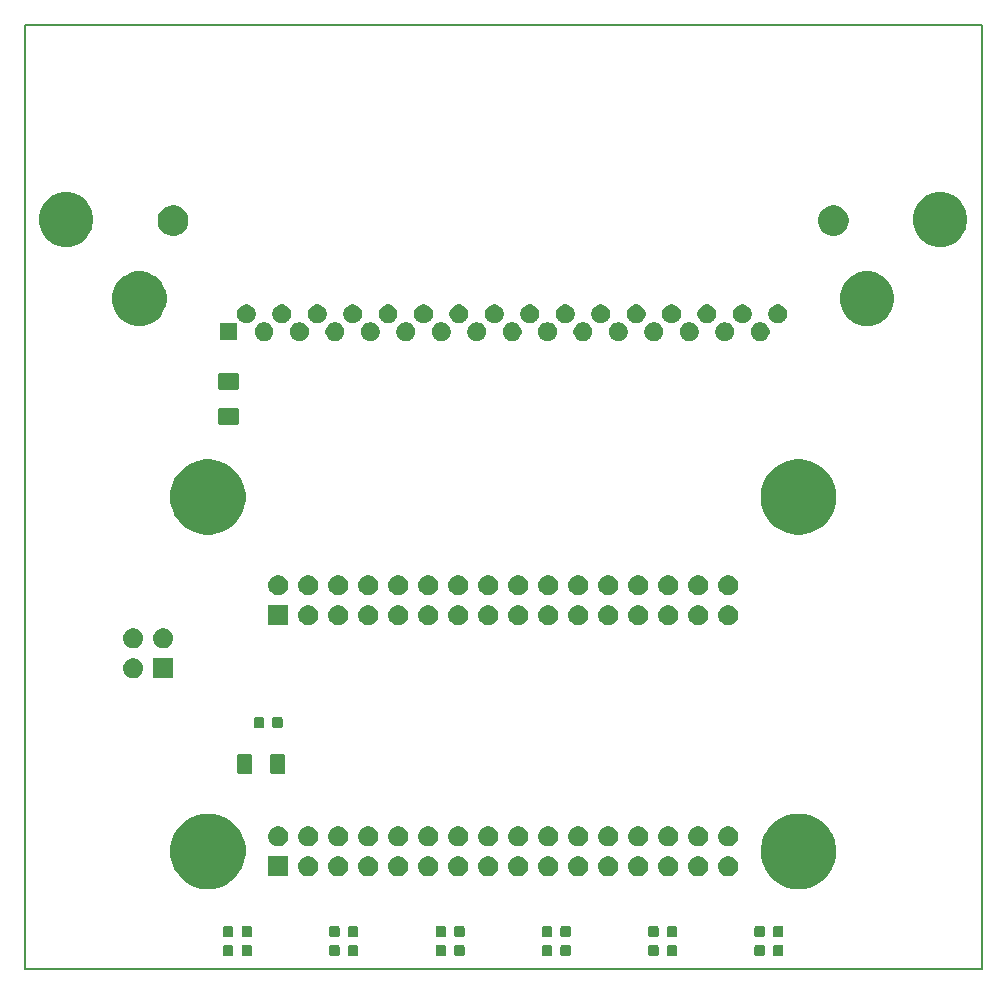
<source format=gbr>
G04 #@! TF.GenerationSoftware,KiCad,Pcbnew,5.0.1-33cea8e~68~ubuntu18.10.1*
G04 #@! TF.CreationDate,2018-11-26T23:41:48+02:00*
G04 #@! TF.ProjectId,GB-BRK-SLOT-A,47422D42524B2D534C4F542D412E6B69,v1.0*
G04 #@! TF.SameCoordinates,Original*
G04 #@! TF.FileFunction,Soldermask,Top*
G04 #@! TF.FilePolarity,Negative*
%FSLAX46Y46*%
G04 Gerber Fmt 4.6, Leading zero omitted, Abs format (unit mm)*
G04 Created by KiCad (PCBNEW 5.0.1-33cea8e~68~ubuntu18.10.1) date ma 26. marraskuuta 2018 23.41.48*
%MOMM*%
%LPD*%
G01*
G04 APERTURE LIST*
%ADD10C,0.150000*%
%ADD11C,0.100000*%
G04 APERTURE END LIST*
D10*
X128000000Y-70000000D02*
X128000000Y-150000000D01*
X47000000Y-70000000D02*
X128000000Y-70000000D01*
X47000000Y-150000000D02*
X128000000Y-150000000D01*
X47000000Y-70000000D02*
X47000000Y-150000000D01*
D11*
G36*
X66089076Y-147928717D02*
X66120641Y-147938291D01*
X66149735Y-147953843D01*
X66175232Y-147974768D01*
X66196157Y-148000265D01*
X66211709Y-148029359D01*
X66221283Y-148060924D01*
X66225000Y-148098658D01*
X66225000Y-148701342D01*
X66221283Y-148739076D01*
X66211709Y-148770641D01*
X66196157Y-148799735D01*
X66175232Y-148825232D01*
X66149735Y-148846157D01*
X66120641Y-148861709D01*
X66089076Y-148871283D01*
X66051342Y-148875000D01*
X65523658Y-148875000D01*
X65485924Y-148871283D01*
X65454359Y-148861709D01*
X65425265Y-148846157D01*
X65399768Y-148825232D01*
X65378843Y-148799735D01*
X65363291Y-148770641D01*
X65353717Y-148739076D01*
X65350000Y-148701342D01*
X65350000Y-148098658D01*
X65353717Y-148060924D01*
X65363291Y-148029359D01*
X65378843Y-148000265D01*
X65399768Y-147974768D01*
X65425265Y-147953843D01*
X65454359Y-147938291D01*
X65485924Y-147928717D01*
X65523658Y-147925000D01*
X66051342Y-147925000D01*
X66089076Y-147928717D01*
X66089076Y-147928717D01*
G37*
G36*
X109514076Y-147928717D02*
X109545641Y-147938291D01*
X109574735Y-147953843D01*
X109600232Y-147974768D01*
X109621157Y-148000265D01*
X109636709Y-148029359D01*
X109646283Y-148060924D01*
X109650000Y-148098658D01*
X109650000Y-148701342D01*
X109646283Y-148739076D01*
X109636709Y-148770641D01*
X109621157Y-148799735D01*
X109600232Y-148825232D01*
X109574735Y-148846157D01*
X109545641Y-148861709D01*
X109514076Y-148871283D01*
X109476342Y-148875000D01*
X108948658Y-148875000D01*
X108910924Y-148871283D01*
X108879359Y-148861709D01*
X108850265Y-148846157D01*
X108824768Y-148825232D01*
X108803843Y-148799735D01*
X108788291Y-148770641D01*
X108778717Y-148739076D01*
X108775000Y-148701342D01*
X108775000Y-148098658D01*
X108778717Y-148060924D01*
X108788291Y-148029359D01*
X108803843Y-148000265D01*
X108824768Y-147974768D01*
X108850265Y-147953843D01*
X108879359Y-147938291D01*
X108910924Y-147928717D01*
X108948658Y-147925000D01*
X109476342Y-147925000D01*
X109514076Y-147928717D01*
X109514076Y-147928717D01*
G37*
G36*
X111089076Y-147928717D02*
X111120641Y-147938291D01*
X111149735Y-147953843D01*
X111175232Y-147974768D01*
X111196157Y-148000265D01*
X111211709Y-148029359D01*
X111221283Y-148060924D01*
X111225000Y-148098658D01*
X111225000Y-148701342D01*
X111221283Y-148739076D01*
X111211709Y-148770641D01*
X111196157Y-148799735D01*
X111175232Y-148825232D01*
X111149735Y-148846157D01*
X111120641Y-148861709D01*
X111089076Y-148871283D01*
X111051342Y-148875000D01*
X110523658Y-148875000D01*
X110485924Y-148871283D01*
X110454359Y-148861709D01*
X110425265Y-148846157D01*
X110399768Y-148825232D01*
X110378843Y-148799735D01*
X110363291Y-148770641D01*
X110353717Y-148739076D01*
X110350000Y-148701342D01*
X110350000Y-148098658D01*
X110353717Y-148060924D01*
X110363291Y-148029359D01*
X110378843Y-148000265D01*
X110399768Y-147974768D01*
X110425265Y-147953843D01*
X110454359Y-147938291D01*
X110485924Y-147928717D01*
X110523658Y-147925000D01*
X111051342Y-147925000D01*
X111089076Y-147928717D01*
X111089076Y-147928717D01*
G37*
G36*
X91514076Y-147928717D02*
X91545641Y-147938291D01*
X91574735Y-147953843D01*
X91600232Y-147974768D01*
X91621157Y-148000265D01*
X91636709Y-148029359D01*
X91646283Y-148060924D01*
X91650000Y-148098658D01*
X91650000Y-148701342D01*
X91646283Y-148739076D01*
X91636709Y-148770641D01*
X91621157Y-148799735D01*
X91600232Y-148825232D01*
X91574735Y-148846157D01*
X91545641Y-148861709D01*
X91514076Y-148871283D01*
X91476342Y-148875000D01*
X90948658Y-148875000D01*
X90910924Y-148871283D01*
X90879359Y-148861709D01*
X90850265Y-148846157D01*
X90824768Y-148825232D01*
X90803843Y-148799735D01*
X90788291Y-148770641D01*
X90778717Y-148739076D01*
X90775000Y-148701342D01*
X90775000Y-148098658D01*
X90778717Y-148060924D01*
X90788291Y-148029359D01*
X90803843Y-148000265D01*
X90824768Y-147974768D01*
X90850265Y-147953843D01*
X90879359Y-147938291D01*
X90910924Y-147928717D01*
X90948658Y-147925000D01*
X91476342Y-147925000D01*
X91514076Y-147928717D01*
X91514076Y-147928717D01*
G37*
G36*
X93089076Y-147928717D02*
X93120641Y-147938291D01*
X93149735Y-147953843D01*
X93175232Y-147974768D01*
X93196157Y-148000265D01*
X93211709Y-148029359D01*
X93221283Y-148060924D01*
X93225000Y-148098658D01*
X93225000Y-148701342D01*
X93221283Y-148739076D01*
X93211709Y-148770641D01*
X93196157Y-148799735D01*
X93175232Y-148825232D01*
X93149735Y-148846157D01*
X93120641Y-148861709D01*
X93089076Y-148871283D01*
X93051342Y-148875000D01*
X92523658Y-148875000D01*
X92485924Y-148871283D01*
X92454359Y-148861709D01*
X92425265Y-148846157D01*
X92399768Y-148825232D01*
X92378843Y-148799735D01*
X92363291Y-148770641D01*
X92353717Y-148739076D01*
X92350000Y-148701342D01*
X92350000Y-148098658D01*
X92353717Y-148060924D01*
X92363291Y-148029359D01*
X92378843Y-148000265D01*
X92399768Y-147974768D01*
X92425265Y-147953843D01*
X92454359Y-147938291D01*
X92485924Y-147928717D01*
X92523658Y-147925000D01*
X93051342Y-147925000D01*
X93089076Y-147928717D01*
X93089076Y-147928717D01*
G37*
G36*
X82514076Y-147928717D02*
X82545641Y-147938291D01*
X82574735Y-147953843D01*
X82600232Y-147974768D01*
X82621157Y-148000265D01*
X82636709Y-148029359D01*
X82646283Y-148060924D01*
X82650000Y-148098658D01*
X82650000Y-148701342D01*
X82646283Y-148739076D01*
X82636709Y-148770641D01*
X82621157Y-148799735D01*
X82600232Y-148825232D01*
X82574735Y-148846157D01*
X82545641Y-148861709D01*
X82514076Y-148871283D01*
X82476342Y-148875000D01*
X81948658Y-148875000D01*
X81910924Y-148871283D01*
X81879359Y-148861709D01*
X81850265Y-148846157D01*
X81824768Y-148825232D01*
X81803843Y-148799735D01*
X81788291Y-148770641D01*
X81778717Y-148739076D01*
X81775000Y-148701342D01*
X81775000Y-148098658D01*
X81778717Y-148060924D01*
X81788291Y-148029359D01*
X81803843Y-148000265D01*
X81824768Y-147974768D01*
X81850265Y-147953843D01*
X81879359Y-147938291D01*
X81910924Y-147928717D01*
X81948658Y-147925000D01*
X82476342Y-147925000D01*
X82514076Y-147928717D01*
X82514076Y-147928717D01*
G37*
G36*
X84089076Y-147928717D02*
X84120641Y-147938291D01*
X84149735Y-147953843D01*
X84175232Y-147974768D01*
X84196157Y-148000265D01*
X84211709Y-148029359D01*
X84221283Y-148060924D01*
X84225000Y-148098658D01*
X84225000Y-148701342D01*
X84221283Y-148739076D01*
X84211709Y-148770641D01*
X84196157Y-148799735D01*
X84175232Y-148825232D01*
X84149735Y-148846157D01*
X84120641Y-148861709D01*
X84089076Y-148871283D01*
X84051342Y-148875000D01*
X83523658Y-148875000D01*
X83485924Y-148871283D01*
X83454359Y-148861709D01*
X83425265Y-148846157D01*
X83399768Y-148825232D01*
X83378843Y-148799735D01*
X83363291Y-148770641D01*
X83353717Y-148739076D01*
X83350000Y-148701342D01*
X83350000Y-148098658D01*
X83353717Y-148060924D01*
X83363291Y-148029359D01*
X83378843Y-148000265D01*
X83399768Y-147974768D01*
X83425265Y-147953843D01*
X83454359Y-147938291D01*
X83485924Y-147928717D01*
X83523658Y-147925000D01*
X84051342Y-147925000D01*
X84089076Y-147928717D01*
X84089076Y-147928717D01*
G37*
G36*
X73514076Y-147928717D02*
X73545641Y-147938291D01*
X73574735Y-147953843D01*
X73600232Y-147974768D01*
X73621157Y-148000265D01*
X73636709Y-148029359D01*
X73646283Y-148060924D01*
X73650000Y-148098658D01*
X73650000Y-148701342D01*
X73646283Y-148739076D01*
X73636709Y-148770641D01*
X73621157Y-148799735D01*
X73600232Y-148825232D01*
X73574735Y-148846157D01*
X73545641Y-148861709D01*
X73514076Y-148871283D01*
X73476342Y-148875000D01*
X72948658Y-148875000D01*
X72910924Y-148871283D01*
X72879359Y-148861709D01*
X72850265Y-148846157D01*
X72824768Y-148825232D01*
X72803843Y-148799735D01*
X72788291Y-148770641D01*
X72778717Y-148739076D01*
X72775000Y-148701342D01*
X72775000Y-148098658D01*
X72778717Y-148060924D01*
X72788291Y-148029359D01*
X72803843Y-148000265D01*
X72824768Y-147974768D01*
X72850265Y-147953843D01*
X72879359Y-147938291D01*
X72910924Y-147928717D01*
X72948658Y-147925000D01*
X73476342Y-147925000D01*
X73514076Y-147928717D01*
X73514076Y-147928717D01*
G37*
G36*
X75089076Y-147928717D02*
X75120641Y-147938291D01*
X75149735Y-147953843D01*
X75175232Y-147974768D01*
X75196157Y-148000265D01*
X75211709Y-148029359D01*
X75221283Y-148060924D01*
X75225000Y-148098658D01*
X75225000Y-148701342D01*
X75221283Y-148739076D01*
X75211709Y-148770641D01*
X75196157Y-148799735D01*
X75175232Y-148825232D01*
X75149735Y-148846157D01*
X75120641Y-148861709D01*
X75089076Y-148871283D01*
X75051342Y-148875000D01*
X74523658Y-148875000D01*
X74485924Y-148871283D01*
X74454359Y-148861709D01*
X74425265Y-148846157D01*
X74399768Y-148825232D01*
X74378843Y-148799735D01*
X74363291Y-148770641D01*
X74353717Y-148739076D01*
X74350000Y-148701342D01*
X74350000Y-148098658D01*
X74353717Y-148060924D01*
X74363291Y-148029359D01*
X74378843Y-148000265D01*
X74399768Y-147974768D01*
X74425265Y-147953843D01*
X74454359Y-147938291D01*
X74485924Y-147928717D01*
X74523658Y-147925000D01*
X75051342Y-147925000D01*
X75089076Y-147928717D01*
X75089076Y-147928717D01*
G37*
G36*
X100514076Y-147928717D02*
X100545641Y-147938291D01*
X100574735Y-147953843D01*
X100600232Y-147974768D01*
X100621157Y-148000265D01*
X100636709Y-148029359D01*
X100646283Y-148060924D01*
X100650000Y-148098658D01*
X100650000Y-148701342D01*
X100646283Y-148739076D01*
X100636709Y-148770641D01*
X100621157Y-148799735D01*
X100600232Y-148825232D01*
X100574735Y-148846157D01*
X100545641Y-148861709D01*
X100514076Y-148871283D01*
X100476342Y-148875000D01*
X99948658Y-148875000D01*
X99910924Y-148871283D01*
X99879359Y-148861709D01*
X99850265Y-148846157D01*
X99824768Y-148825232D01*
X99803843Y-148799735D01*
X99788291Y-148770641D01*
X99778717Y-148739076D01*
X99775000Y-148701342D01*
X99775000Y-148098658D01*
X99778717Y-148060924D01*
X99788291Y-148029359D01*
X99803843Y-148000265D01*
X99824768Y-147974768D01*
X99850265Y-147953843D01*
X99879359Y-147938291D01*
X99910924Y-147928717D01*
X99948658Y-147925000D01*
X100476342Y-147925000D01*
X100514076Y-147928717D01*
X100514076Y-147928717D01*
G37*
G36*
X102089076Y-147928717D02*
X102120641Y-147938291D01*
X102149735Y-147953843D01*
X102175232Y-147974768D01*
X102196157Y-148000265D01*
X102211709Y-148029359D01*
X102221283Y-148060924D01*
X102225000Y-148098658D01*
X102225000Y-148701342D01*
X102221283Y-148739076D01*
X102211709Y-148770641D01*
X102196157Y-148799735D01*
X102175232Y-148825232D01*
X102149735Y-148846157D01*
X102120641Y-148861709D01*
X102089076Y-148871283D01*
X102051342Y-148875000D01*
X101523658Y-148875000D01*
X101485924Y-148871283D01*
X101454359Y-148861709D01*
X101425265Y-148846157D01*
X101399768Y-148825232D01*
X101378843Y-148799735D01*
X101363291Y-148770641D01*
X101353717Y-148739076D01*
X101350000Y-148701342D01*
X101350000Y-148098658D01*
X101353717Y-148060924D01*
X101363291Y-148029359D01*
X101378843Y-148000265D01*
X101399768Y-147974768D01*
X101425265Y-147953843D01*
X101454359Y-147938291D01*
X101485924Y-147928717D01*
X101523658Y-147925000D01*
X102051342Y-147925000D01*
X102089076Y-147928717D01*
X102089076Y-147928717D01*
G37*
G36*
X64514076Y-147928717D02*
X64545641Y-147938291D01*
X64574735Y-147953843D01*
X64600232Y-147974768D01*
X64621157Y-148000265D01*
X64636709Y-148029359D01*
X64646283Y-148060924D01*
X64650000Y-148098658D01*
X64650000Y-148701342D01*
X64646283Y-148739076D01*
X64636709Y-148770641D01*
X64621157Y-148799735D01*
X64600232Y-148825232D01*
X64574735Y-148846157D01*
X64545641Y-148861709D01*
X64514076Y-148871283D01*
X64476342Y-148875000D01*
X63948658Y-148875000D01*
X63910924Y-148871283D01*
X63879359Y-148861709D01*
X63850265Y-148846157D01*
X63824768Y-148825232D01*
X63803843Y-148799735D01*
X63788291Y-148770641D01*
X63778717Y-148739076D01*
X63775000Y-148701342D01*
X63775000Y-148098658D01*
X63778717Y-148060924D01*
X63788291Y-148029359D01*
X63803843Y-148000265D01*
X63824768Y-147974768D01*
X63850265Y-147953843D01*
X63879359Y-147938291D01*
X63910924Y-147928717D01*
X63948658Y-147925000D01*
X64476342Y-147925000D01*
X64514076Y-147928717D01*
X64514076Y-147928717D01*
G37*
G36*
X66089076Y-146328717D02*
X66120641Y-146338291D01*
X66149735Y-146353843D01*
X66175232Y-146374768D01*
X66196157Y-146400265D01*
X66211709Y-146429359D01*
X66221283Y-146460924D01*
X66225000Y-146498658D01*
X66225000Y-147101342D01*
X66221283Y-147139076D01*
X66211709Y-147170641D01*
X66196157Y-147199735D01*
X66175232Y-147225232D01*
X66149735Y-147246157D01*
X66120641Y-147261709D01*
X66089076Y-147271283D01*
X66051342Y-147275000D01*
X65523658Y-147275000D01*
X65485924Y-147271283D01*
X65454359Y-147261709D01*
X65425265Y-147246157D01*
X65399768Y-147225232D01*
X65378843Y-147199735D01*
X65363291Y-147170641D01*
X65353717Y-147139076D01*
X65350000Y-147101342D01*
X65350000Y-146498658D01*
X65353717Y-146460924D01*
X65363291Y-146429359D01*
X65378843Y-146400265D01*
X65399768Y-146374768D01*
X65425265Y-146353843D01*
X65454359Y-146338291D01*
X65485924Y-146328717D01*
X65523658Y-146325000D01*
X66051342Y-146325000D01*
X66089076Y-146328717D01*
X66089076Y-146328717D01*
G37*
G36*
X64514076Y-146328717D02*
X64545641Y-146338291D01*
X64574735Y-146353843D01*
X64600232Y-146374768D01*
X64621157Y-146400265D01*
X64636709Y-146429359D01*
X64646283Y-146460924D01*
X64650000Y-146498658D01*
X64650000Y-147101342D01*
X64646283Y-147139076D01*
X64636709Y-147170641D01*
X64621157Y-147199735D01*
X64600232Y-147225232D01*
X64574735Y-147246157D01*
X64545641Y-147261709D01*
X64514076Y-147271283D01*
X64476342Y-147275000D01*
X63948658Y-147275000D01*
X63910924Y-147271283D01*
X63879359Y-147261709D01*
X63850265Y-147246157D01*
X63824768Y-147225232D01*
X63803843Y-147199735D01*
X63788291Y-147170641D01*
X63778717Y-147139076D01*
X63775000Y-147101342D01*
X63775000Y-146498658D01*
X63778717Y-146460924D01*
X63788291Y-146429359D01*
X63803843Y-146400265D01*
X63824768Y-146374768D01*
X63850265Y-146353843D01*
X63879359Y-146338291D01*
X63910924Y-146328717D01*
X63948658Y-146325000D01*
X64476342Y-146325000D01*
X64514076Y-146328717D01*
X64514076Y-146328717D01*
G37*
G36*
X75089076Y-146328717D02*
X75120641Y-146338291D01*
X75149735Y-146353843D01*
X75175232Y-146374768D01*
X75196157Y-146400265D01*
X75211709Y-146429359D01*
X75221283Y-146460924D01*
X75225000Y-146498658D01*
X75225000Y-147101342D01*
X75221283Y-147139076D01*
X75211709Y-147170641D01*
X75196157Y-147199735D01*
X75175232Y-147225232D01*
X75149735Y-147246157D01*
X75120641Y-147261709D01*
X75089076Y-147271283D01*
X75051342Y-147275000D01*
X74523658Y-147275000D01*
X74485924Y-147271283D01*
X74454359Y-147261709D01*
X74425265Y-147246157D01*
X74399768Y-147225232D01*
X74378843Y-147199735D01*
X74363291Y-147170641D01*
X74353717Y-147139076D01*
X74350000Y-147101342D01*
X74350000Y-146498658D01*
X74353717Y-146460924D01*
X74363291Y-146429359D01*
X74378843Y-146400265D01*
X74399768Y-146374768D01*
X74425265Y-146353843D01*
X74454359Y-146338291D01*
X74485924Y-146328717D01*
X74523658Y-146325000D01*
X75051342Y-146325000D01*
X75089076Y-146328717D01*
X75089076Y-146328717D01*
G37*
G36*
X73514076Y-146328717D02*
X73545641Y-146338291D01*
X73574735Y-146353843D01*
X73600232Y-146374768D01*
X73621157Y-146400265D01*
X73636709Y-146429359D01*
X73646283Y-146460924D01*
X73650000Y-146498658D01*
X73650000Y-147101342D01*
X73646283Y-147139076D01*
X73636709Y-147170641D01*
X73621157Y-147199735D01*
X73600232Y-147225232D01*
X73574735Y-147246157D01*
X73545641Y-147261709D01*
X73514076Y-147271283D01*
X73476342Y-147275000D01*
X72948658Y-147275000D01*
X72910924Y-147271283D01*
X72879359Y-147261709D01*
X72850265Y-147246157D01*
X72824768Y-147225232D01*
X72803843Y-147199735D01*
X72788291Y-147170641D01*
X72778717Y-147139076D01*
X72775000Y-147101342D01*
X72775000Y-146498658D01*
X72778717Y-146460924D01*
X72788291Y-146429359D01*
X72803843Y-146400265D01*
X72824768Y-146374768D01*
X72850265Y-146353843D01*
X72879359Y-146338291D01*
X72910924Y-146328717D01*
X72948658Y-146325000D01*
X73476342Y-146325000D01*
X73514076Y-146328717D01*
X73514076Y-146328717D01*
G37*
G36*
X84089076Y-146328717D02*
X84120641Y-146338291D01*
X84149735Y-146353843D01*
X84175232Y-146374768D01*
X84196157Y-146400265D01*
X84211709Y-146429359D01*
X84221283Y-146460924D01*
X84225000Y-146498658D01*
X84225000Y-147101342D01*
X84221283Y-147139076D01*
X84211709Y-147170641D01*
X84196157Y-147199735D01*
X84175232Y-147225232D01*
X84149735Y-147246157D01*
X84120641Y-147261709D01*
X84089076Y-147271283D01*
X84051342Y-147275000D01*
X83523658Y-147275000D01*
X83485924Y-147271283D01*
X83454359Y-147261709D01*
X83425265Y-147246157D01*
X83399768Y-147225232D01*
X83378843Y-147199735D01*
X83363291Y-147170641D01*
X83353717Y-147139076D01*
X83350000Y-147101342D01*
X83350000Y-146498658D01*
X83353717Y-146460924D01*
X83363291Y-146429359D01*
X83378843Y-146400265D01*
X83399768Y-146374768D01*
X83425265Y-146353843D01*
X83454359Y-146338291D01*
X83485924Y-146328717D01*
X83523658Y-146325000D01*
X84051342Y-146325000D01*
X84089076Y-146328717D01*
X84089076Y-146328717D01*
G37*
G36*
X82514076Y-146328717D02*
X82545641Y-146338291D01*
X82574735Y-146353843D01*
X82600232Y-146374768D01*
X82621157Y-146400265D01*
X82636709Y-146429359D01*
X82646283Y-146460924D01*
X82650000Y-146498658D01*
X82650000Y-147101342D01*
X82646283Y-147139076D01*
X82636709Y-147170641D01*
X82621157Y-147199735D01*
X82600232Y-147225232D01*
X82574735Y-147246157D01*
X82545641Y-147261709D01*
X82514076Y-147271283D01*
X82476342Y-147275000D01*
X81948658Y-147275000D01*
X81910924Y-147271283D01*
X81879359Y-147261709D01*
X81850265Y-147246157D01*
X81824768Y-147225232D01*
X81803843Y-147199735D01*
X81788291Y-147170641D01*
X81778717Y-147139076D01*
X81775000Y-147101342D01*
X81775000Y-146498658D01*
X81778717Y-146460924D01*
X81788291Y-146429359D01*
X81803843Y-146400265D01*
X81824768Y-146374768D01*
X81850265Y-146353843D01*
X81879359Y-146338291D01*
X81910924Y-146328717D01*
X81948658Y-146325000D01*
X82476342Y-146325000D01*
X82514076Y-146328717D01*
X82514076Y-146328717D01*
G37*
G36*
X102089076Y-146328717D02*
X102120641Y-146338291D01*
X102149735Y-146353843D01*
X102175232Y-146374768D01*
X102196157Y-146400265D01*
X102211709Y-146429359D01*
X102221283Y-146460924D01*
X102225000Y-146498658D01*
X102225000Y-147101342D01*
X102221283Y-147139076D01*
X102211709Y-147170641D01*
X102196157Y-147199735D01*
X102175232Y-147225232D01*
X102149735Y-147246157D01*
X102120641Y-147261709D01*
X102089076Y-147271283D01*
X102051342Y-147275000D01*
X101523658Y-147275000D01*
X101485924Y-147271283D01*
X101454359Y-147261709D01*
X101425265Y-147246157D01*
X101399768Y-147225232D01*
X101378843Y-147199735D01*
X101363291Y-147170641D01*
X101353717Y-147139076D01*
X101350000Y-147101342D01*
X101350000Y-146498658D01*
X101353717Y-146460924D01*
X101363291Y-146429359D01*
X101378843Y-146400265D01*
X101399768Y-146374768D01*
X101425265Y-146353843D01*
X101454359Y-146338291D01*
X101485924Y-146328717D01*
X101523658Y-146325000D01*
X102051342Y-146325000D01*
X102089076Y-146328717D01*
X102089076Y-146328717D01*
G37*
G36*
X109514076Y-146328717D02*
X109545641Y-146338291D01*
X109574735Y-146353843D01*
X109600232Y-146374768D01*
X109621157Y-146400265D01*
X109636709Y-146429359D01*
X109646283Y-146460924D01*
X109650000Y-146498658D01*
X109650000Y-147101342D01*
X109646283Y-147139076D01*
X109636709Y-147170641D01*
X109621157Y-147199735D01*
X109600232Y-147225232D01*
X109574735Y-147246157D01*
X109545641Y-147261709D01*
X109514076Y-147271283D01*
X109476342Y-147275000D01*
X108948658Y-147275000D01*
X108910924Y-147271283D01*
X108879359Y-147261709D01*
X108850265Y-147246157D01*
X108824768Y-147225232D01*
X108803843Y-147199735D01*
X108788291Y-147170641D01*
X108778717Y-147139076D01*
X108775000Y-147101342D01*
X108775000Y-146498658D01*
X108778717Y-146460924D01*
X108788291Y-146429359D01*
X108803843Y-146400265D01*
X108824768Y-146374768D01*
X108850265Y-146353843D01*
X108879359Y-146338291D01*
X108910924Y-146328717D01*
X108948658Y-146325000D01*
X109476342Y-146325000D01*
X109514076Y-146328717D01*
X109514076Y-146328717D01*
G37*
G36*
X111089076Y-146328717D02*
X111120641Y-146338291D01*
X111149735Y-146353843D01*
X111175232Y-146374768D01*
X111196157Y-146400265D01*
X111211709Y-146429359D01*
X111221283Y-146460924D01*
X111225000Y-146498658D01*
X111225000Y-147101342D01*
X111221283Y-147139076D01*
X111211709Y-147170641D01*
X111196157Y-147199735D01*
X111175232Y-147225232D01*
X111149735Y-147246157D01*
X111120641Y-147261709D01*
X111089076Y-147271283D01*
X111051342Y-147275000D01*
X110523658Y-147275000D01*
X110485924Y-147271283D01*
X110454359Y-147261709D01*
X110425265Y-147246157D01*
X110399768Y-147225232D01*
X110378843Y-147199735D01*
X110363291Y-147170641D01*
X110353717Y-147139076D01*
X110350000Y-147101342D01*
X110350000Y-146498658D01*
X110353717Y-146460924D01*
X110363291Y-146429359D01*
X110378843Y-146400265D01*
X110399768Y-146374768D01*
X110425265Y-146353843D01*
X110454359Y-146338291D01*
X110485924Y-146328717D01*
X110523658Y-146325000D01*
X111051342Y-146325000D01*
X111089076Y-146328717D01*
X111089076Y-146328717D01*
G37*
G36*
X91514076Y-146328717D02*
X91545641Y-146338291D01*
X91574735Y-146353843D01*
X91600232Y-146374768D01*
X91621157Y-146400265D01*
X91636709Y-146429359D01*
X91646283Y-146460924D01*
X91650000Y-146498658D01*
X91650000Y-147101342D01*
X91646283Y-147139076D01*
X91636709Y-147170641D01*
X91621157Y-147199735D01*
X91600232Y-147225232D01*
X91574735Y-147246157D01*
X91545641Y-147261709D01*
X91514076Y-147271283D01*
X91476342Y-147275000D01*
X90948658Y-147275000D01*
X90910924Y-147271283D01*
X90879359Y-147261709D01*
X90850265Y-147246157D01*
X90824768Y-147225232D01*
X90803843Y-147199735D01*
X90788291Y-147170641D01*
X90778717Y-147139076D01*
X90775000Y-147101342D01*
X90775000Y-146498658D01*
X90778717Y-146460924D01*
X90788291Y-146429359D01*
X90803843Y-146400265D01*
X90824768Y-146374768D01*
X90850265Y-146353843D01*
X90879359Y-146338291D01*
X90910924Y-146328717D01*
X90948658Y-146325000D01*
X91476342Y-146325000D01*
X91514076Y-146328717D01*
X91514076Y-146328717D01*
G37*
G36*
X100514076Y-146328717D02*
X100545641Y-146338291D01*
X100574735Y-146353843D01*
X100600232Y-146374768D01*
X100621157Y-146400265D01*
X100636709Y-146429359D01*
X100646283Y-146460924D01*
X100650000Y-146498658D01*
X100650000Y-147101342D01*
X100646283Y-147139076D01*
X100636709Y-147170641D01*
X100621157Y-147199735D01*
X100600232Y-147225232D01*
X100574735Y-147246157D01*
X100545641Y-147261709D01*
X100514076Y-147271283D01*
X100476342Y-147275000D01*
X99948658Y-147275000D01*
X99910924Y-147271283D01*
X99879359Y-147261709D01*
X99850265Y-147246157D01*
X99824768Y-147225232D01*
X99803843Y-147199735D01*
X99788291Y-147170641D01*
X99778717Y-147139076D01*
X99775000Y-147101342D01*
X99775000Y-146498658D01*
X99778717Y-146460924D01*
X99788291Y-146429359D01*
X99803843Y-146400265D01*
X99824768Y-146374768D01*
X99850265Y-146353843D01*
X99879359Y-146338291D01*
X99910924Y-146328717D01*
X99948658Y-146325000D01*
X100476342Y-146325000D01*
X100514076Y-146328717D01*
X100514076Y-146328717D01*
G37*
G36*
X93089076Y-146328717D02*
X93120641Y-146338291D01*
X93149735Y-146353843D01*
X93175232Y-146374768D01*
X93196157Y-146400265D01*
X93211709Y-146429359D01*
X93221283Y-146460924D01*
X93225000Y-146498658D01*
X93225000Y-147101342D01*
X93221283Y-147139076D01*
X93211709Y-147170641D01*
X93196157Y-147199735D01*
X93175232Y-147225232D01*
X93149735Y-147246157D01*
X93120641Y-147261709D01*
X93089076Y-147271283D01*
X93051342Y-147275000D01*
X92523658Y-147275000D01*
X92485924Y-147271283D01*
X92454359Y-147261709D01*
X92425265Y-147246157D01*
X92399768Y-147225232D01*
X92378843Y-147199735D01*
X92363291Y-147170641D01*
X92353717Y-147139076D01*
X92350000Y-147101342D01*
X92350000Y-146498658D01*
X92353717Y-146460924D01*
X92363291Y-146429359D01*
X92378843Y-146400265D01*
X92399768Y-146374768D01*
X92425265Y-146353843D01*
X92454359Y-146338291D01*
X92485924Y-146328717D01*
X92523658Y-146325000D01*
X93051342Y-146325000D01*
X93089076Y-146328717D01*
X93089076Y-146328717D01*
G37*
G36*
X112969730Y-136830744D02*
X113433408Y-136922975D01*
X114015768Y-137164197D01*
X114539881Y-137514398D01*
X114985602Y-137960119D01*
X115182958Y-138255483D01*
X115335803Y-138484232D01*
X115577025Y-139066592D01*
X115604460Y-139204517D01*
X115700000Y-139684828D01*
X115700000Y-140315172D01*
X115679148Y-140420000D01*
X115577025Y-140933408D01*
X115366329Y-141442071D01*
X115335803Y-141515768D01*
X114985602Y-142039881D01*
X114539881Y-142485602D01*
X114493375Y-142516676D01*
X114015768Y-142835803D01*
X113433408Y-143077025D01*
X112969730Y-143169256D01*
X112815172Y-143200000D01*
X112184828Y-143200000D01*
X112030270Y-143169256D01*
X111566592Y-143077025D01*
X110984232Y-142835803D01*
X110506625Y-142516676D01*
X110460119Y-142485602D01*
X110014398Y-142039881D01*
X109664197Y-141515768D01*
X109633671Y-141442071D01*
X109422975Y-140933408D01*
X109320852Y-140420000D01*
X109300000Y-140315172D01*
X109300000Y-139684828D01*
X109395540Y-139204517D01*
X109422975Y-139066592D01*
X109664197Y-138484232D01*
X109817042Y-138255483D01*
X110014398Y-137960119D01*
X110460119Y-137514398D01*
X110984232Y-137164197D01*
X111566592Y-136922975D01*
X112030270Y-136830744D01*
X112184828Y-136800000D01*
X112815172Y-136800000D01*
X112969730Y-136830744D01*
X112969730Y-136830744D01*
G37*
G36*
X62969730Y-136830744D02*
X63433408Y-136922975D01*
X64015768Y-137164197D01*
X64539881Y-137514398D01*
X64985602Y-137960119D01*
X65182958Y-138255483D01*
X65335803Y-138484232D01*
X65577025Y-139066592D01*
X65604460Y-139204517D01*
X65700000Y-139684828D01*
X65700000Y-140315172D01*
X65679148Y-140420000D01*
X65577025Y-140933408D01*
X65366329Y-141442071D01*
X65335803Y-141515768D01*
X64985602Y-142039881D01*
X64539881Y-142485602D01*
X64493375Y-142516676D01*
X64015768Y-142835803D01*
X63433408Y-143077025D01*
X62969730Y-143169256D01*
X62815172Y-143200000D01*
X62184828Y-143200000D01*
X62030270Y-143169256D01*
X61566592Y-143077025D01*
X60984232Y-142835803D01*
X60506625Y-142516676D01*
X60460119Y-142485602D01*
X60014398Y-142039881D01*
X59664197Y-141515768D01*
X59633671Y-141442071D01*
X59422975Y-140933408D01*
X59320852Y-140420000D01*
X59300000Y-140315172D01*
X59300000Y-139684828D01*
X59395540Y-139204517D01*
X59422975Y-139066592D01*
X59664197Y-138484232D01*
X59817042Y-138255483D01*
X60014398Y-137960119D01*
X60460119Y-137514398D01*
X60984232Y-137164197D01*
X61566592Y-136922975D01*
X62030270Y-136830744D01*
X62184828Y-136800000D01*
X62815172Y-136800000D01*
X62969730Y-136830744D01*
X62969730Y-136830744D01*
G37*
G36*
X81316627Y-140432299D02*
X81407088Y-140459740D01*
X81476855Y-140480903D01*
X81530712Y-140509691D01*
X81624517Y-140559830D01*
X81753948Y-140666052D01*
X81860170Y-140795483D01*
X81910309Y-140889288D01*
X81939097Y-140943145D01*
X81939097Y-140943146D01*
X81987701Y-141103373D01*
X82004113Y-141270000D01*
X81987701Y-141436627D01*
X81966176Y-141507585D01*
X81939097Y-141596855D01*
X81910309Y-141650712D01*
X81860170Y-141744517D01*
X81753948Y-141873948D01*
X81624517Y-141980170D01*
X81558658Y-142015372D01*
X81476855Y-142059097D01*
X81407088Y-142080260D01*
X81316627Y-142107701D01*
X81191757Y-142120000D01*
X81108243Y-142120000D01*
X80983373Y-142107701D01*
X80892912Y-142080260D01*
X80823145Y-142059097D01*
X80741342Y-142015372D01*
X80675483Y-141980170D01*
X80546052Y-141873948D01*
X80439830Y-141744517D01*
X80389691Y-141650712D01*
X80360903Y-141596855D01*
X80333824Y-141507585D01*
X80312299Y-141436627D01*
X80295887Y-141270000D01*
X80312299Y-141103373D01*
X80360903Y-140943146D01*
X80360903Y-140943145D01*
X80389691Y-140889288D01*
X80439830Y-140795483D01*
X80546052Y-140666052D01*
X80675483Y-140559830D01*
X80769288Y-140509691D01*
X80823145Y-140480903D01*
X80892912Y-140459740D01*
X80983373Y-140432299D01*
X81108243Y-140420000D01*
X81191757Y-140420000D01*
X81316627Y-140432299D01*
X81316627Y-140432299D01*
G37*
G36*
X91476627Y-140432299D02*
X91567088Y-140459740D01*
X91636855Y-140480903D01*
X91690712Y-140509691D01*
X91784517Y-140559830D01*
X91913948Y-140666052D01*
X92020170Y-140795483D01*
X92070309Y-140889288D01*
X92099097Y-140943145D01*
X92099097Y-140943146D01*
X92147701Y-141103373D01*
X92164113Y-141270000D01*
X92147701Y-141436627D01*
X92126176Y-141507585D01*
X92099097Y-141596855D01*
X92070309Y-141650712D01*
X92020170Y-141744517D01*
X91913948Y-141873948D01*
X91784517Y-141980170D01*
X91718658Y-142015372D01*
X91636855Y-142059097D01*
X91567088Y-142080260D01*
X91476627Y-142107701D01*
X91351757Y-142120000D01*
X91268243Y-142120000D01*
X91143373Y-142107701D01*
X91052912Y-142080260D01*
X90983145Y-142059097D01*
X90901342Y-142015372D01*
X90835483Y-141980170D01*
X90706052Y-141873948D01*
X90599830Y-141744517D01*
X90549691Y-141650712D01*
X90520903Y-141596855D01*
X90493824Y-141507585D01*
X90472299Y-141436627D01*
X90455887Y-141270000D01*
X90472299Y-141103373D01*
X90520903Y-140943146D01*
X90520903Y-140943145D01*
X90549691Y-140889288D01*
X90599830Y-140795483D01*
X90706052Y-140666052D01*
X90835483Y-140559830D01*
X90929288Y-140509691D01*
X90983145Y-140480903D01*
X91052912Y-140459740D01*
X91143373Y-140432299D01*
X91268243Y-140420000D01*
X91351757Y-140420000D01*
X91476627Y-140432299D01*
X91476627Y-140432299D01*
G37*
G36*
X88936627Y-140432299D02*
X89027088Y-140459740D01*
X89096855Y-140480903D01*
X89150712Y-140509691D01*
X89244517Y-140559830D01*
X89373948Y-140666052D01*
X89480170Y-140795483D01*
X89530309Y-140889288D01*
X89559097Y-140943145D01*
X89559097Y-140943146D01*
X89607701Y-141103373D01*
X89624113Y-141270000D01*
X89607701Y-141436627D01*
X89586176Y-141507585D01*
X89559097Y-141596855D01*
X89530309Y-141650712D01*
X89480170Y-141744517D01*
X89373948Y-141873948D01*
X89244517Y-141980170D01*
X89178658Y-142015372D01*
X89096855Y-142059097D01*
X89027088Y-142080260D01*
X88936627Y-142107701D01*
X88811757Y-142120000D01*
X88728243Y-142120000D01*
X88603373Y-142107701D01*
X88512912Y-142080260D01*
X88443145Y-142059097D01*
X88361342Y-142015372D01*
X88295483Y-141980170D01*
X88166052Y-141873948D01*
X88059830Y-141744517D01*
X88009691Y-141650712D01*
X87980903Y-141596855D01*
X87953824Y-141507585D01*
X87932299Y-141436627D01*
X87915887Y-141270000D01*
X87932299Y-141103373D01*
X87980903Y-140943146D01*
X87980903Y-140943145D01*
X88009691Y-140889288D01*
X88059830Y-140795483D01*
X88166052Y-140666052D01*
X88295483Y-140559830D01*
X88389288Y-140509691D01*
X88443145Y-140480903D01*
X88512912Y-140459740D01*
X88603373Y-140432299D01*
X88728243Y-140420000D01*
X88811757Y-140420000D01*
X88936627Y-140432299D01*
X88936627Y-140432299D01*
G37*
G36*
X86396627Y-140432299D02*
X86487088Y-140459740D01*
X86556855Y-140480903D01*
X86610712Y-140509691D01*
X86704517Y-140559830D01*
X86833948Y-140666052D01*
X86940170Y-140795483D01*
X86990309Y-140889288D01*
X87019097Y-140943145D01*
X87019097Y-140943146D01*
X87067701Y-141103373D01*
X87084113Y-141270000D01*
X87067701Y-141436627D01*
X87046176Y-141507585D01*
X87019097Y-141596855D01*
X86990309Y-141650712D01*
X86940170Y-141744517D01*
X86833948Y-141873948D01*
X86704517Y-141980170D01*
X86638658Y-142015372D01*
X86556855Y-142059097D01*
X86487088Y-142080260D01*
X86396627Y-142107701D01*
X86271757Y-142120000D01*
X86188243Y-142120000D01*
X86063373Y-142107701D01*
X85972912Y-142080260D01*
X85903145Y-142059097D01*
X85821342Y-142015372D01*
X85755483Y-141980170D01*
X85626052Y-141873948D01*
X85519830Y-141744517D01*
X85469691Y-141650712D01*
X85440903Y-141596855D01*
X85413824Y-141507585D01*
X85392299Y-141436627D01*
X85375887Y-141270000D01*
X85392299Y-141103373D01*
X85440903Y-140943146D01*
X85440903Y-140943145D01*
X85469691Y-140889288D01*
X85519830Y-140795483D01*
X85626052Y-140666052D01*
X85755483Y-140559830D01*
X85849288Y-140509691D01*
X85903145Y-140480903D01*
X85972912Y-140459740D01*
X86063373Y-140432299D01*
X86188243Y-140420000D01*
X86271757Y-140420000D01*
X86396627Y-140432299D01*
X86396627Y-140432299D01*
G37*
G36*
X83856627Y-140432299D02*
X83947088Y-140459740D01*
X84016855Y-140480903D01*
X84070712Y-140509691D01*
X84164517Y-140559830D01*
X84293948Y-140666052D01*
X84400170Y-140795483D01*
X84450309Y-140889288D01*
X84479097Y-140943145D01*
X84479097Y-140943146D01*
X84527701Y-141103373D01*
X84544113Y-141270000D01*
X84527701Y-141436627D01*
X84506176Y-141507585D01*
X84479097Y-141596855D01*
X84450309Y-141650712D01*
X84400170Y-141744517D01*
X84293948Y-141873948D01*
X84164517Y-141980170D01*
X84098658Y-142015372D01*
X84016855Y-142059097D01*
X83947088Y-142080260D01*
X83856627Y-142107701D01*
X83731757Y-142120000D01*
X83648243Y-142120000D01*
X83523373Y-142107701D01*
X83432912Y-142080260D01*
X83363145Y-142059097D01*
X83281342Y-142015372D01*
X83215483Y-141980170D01*
X83086052Y-141873948D01*
X82979830Y-141744517D01*
X82929691Y-141650712D01*
X82900903Y-141596855D01*
X82873824Y-141507585D01*
X82852299Y-141436627D01*
X82835887Y-141270000D01*
X82852299Y-141103373D01*
X82900903Y-140943146D01*
X82900903Y-140943145D01*
X82929691Y-140889288D01*
X82979830Y-140795483D01*
X83086052Y-140666052D01*
X83215483Y-140559830D01*
X83309288Y-140509691D01*
X83363145Y-140480903D01*
X83432912Y-140459740D01*
X83523373Y-140432299D01*
X83648243Y-140420000D01*
X83731757Y-140420000D01*
X83856627Y-140432299D01*
X83856627Y-140432299D01*
G37*
G36*
X78776627Y-140432299D02*
X78867088Y-140459740D01*
X78936855Y-140480903D01*
X78990712Y-140509691D01*
X79084517Y-140559830D01*
X79213948Y-140666052D01*
X79320170Y-140795483D01*
X79370309Y-140889288D01*
X79399097Y-140943145D01*
X79399097Y-140943146D01*
X79447701Y-141103373D01*
X79464113Y-141270000D01*
X79447701Y-141436627D01*
X79426176Y-141507585D01*
X79399097Y-141596855D01*
X79370309Y-141650712D01*
X79320170Y-141744517D01*
X79213948Y-141873948D01*
X79084517Y-141980170D01*
X79018658Y-142015372D01*
X78936855Y-142059097D01*
X78867088Y-142080260D01*
X78776627Y-142107701D01*
X78651757Y-142120000D01*
X78568243Y-142120000D01*
X78443373Y-142107701D01*
X78352912Y-142080260D01*
X78283145Y-142059097D01*
X78201342Y-142015372D01*
X78135483Y-141980170D01*
X78006052Y-141873948D01*
X77899830Y-141744517D01*
X77849691Y-141650712D01*
X77820903Y-141596855D01*
X77793824Y-141507585D01*
X77772299Y-141436627D01*
X77755887Y-141270000D01*
X77772299Y-141103373D01*
X77820903Y-140943146D01*
X77820903Y-140943145D01*
X77849691Y-140889288D01*
X77899830Y-140795483D01*
X78006052Y-140666052D01*
X78135483Y-140559830D01*
X78229288Y-140509691D01*
X78283145Y-140480903D01*
X78352912Y-140459740D01*
X78443373Y-140432299D01*
X78568243Y-140420000D01*
X78651757Y-140420000D01*
X78776627Y-140432299D01*
X78776627Y-140432299D01*
G37*
G36*
X76236627Y-140432299D02*
X76327088Y-140459740D01*
X76396855Y-140480903D01*
X76450712Y-140509691D01*
X76544517Y-140559830D01*
X76673948Y-140666052D01*
X76780170Y-140795483D01*
X76830309Y-140889288D01*
X76859097Y-140943145D01*
X76859097Y-140943146D01*
X76907701Y-141103373D01*
X76924113Y-141270000D01*
X76907701Y-141436627D01*
X76886176Y-141507585D01*
X76859097Y-141596855D01*
X76830309Y-141650712D01*
X76780170Y-141744517D01*
X76673948Y-141873948D01*
X76544517Y-141980170D01*
X76478658Y-142015372D01*
X76396855Y-142059097D01*
X76327088Y-142080260D01*
X76236627Y-142107701D01*
X76111757Y-142120000D01*
X76028243Y-142120000D01*
X75903373Y-142107701D01*
X75812912Y-142080260D01*
X75743145Y-142059097D01*
X75661342Y-142015372D01*
X75595483Y-141980170D01*
X75466052Y-141873948D01*
X75359830Y-141744517D01*
X75309691Y-141650712D01*
X75280903Y-141596855D01*
X75253824Y-141507585D01*
X75232299Y-141436627D01*
X75215887Y-141270000D01*
X75232299Y-141103373D01*
X75280903Y-140943146D01*
X75280903Y-140943145D01*
X75309691Y-140889288D01*
X75359830Y-140795483D01*
X75466052Y-140666052D01*
X75595483Y-140559830D01*
X75689288Y-140509691D01*
X75743145Y-140480903D01*
X75812912Y-140459740D01*
X75903373Y-140432299D01*
X76028243Y-140420000D01*
X76111757Y-140420000D01*
X76236627Y-140432299D01*
X76236627Y-140432299D01*
G37*
G36*
X73696627Y-140432299D02*
X73787088Y-140459740D01*
X73856855Y-140480903D01*
X73910712Y-140509691D01*
X74004517Y-140559830D01*
X74133948Y-140666052D01*
X74240170Y-140795483D01*
X74290309Y-140889288D01*
X74319097Y-140943145D01*
X74319097Y-140943146D01*
X74367701Y-141103373D01*
X74384113Y-141270000D01*
X74367701Y-141436627D01*
X74346176Y-141507585D01*
X74319097Y-141596855D01*
X74290309Y-141650712D01*
X74240170Y-141744517D01*
X74133948Y-141873948D01*
X74004517Y-141980170D01*
X73938658Y-142015372D01*
X73856855Y-142059097D01*
X73787088Y-142080260D01*
X73696627Y-142107701D01*
X73571757Y-142120000D01*
X73488243Y-142120000D01*
X73363373Y-142107701D01*
X73272912Y-142080260D01*
X73203145Y-142059097D01*
X73121342Y-142015372D01*
X73055483Y-141980170D01*
X72926052Y-141873948D01*
X72819830Y-141744517D01*
X72769691Y-141650712D01*
X72740903Y-141596855D01*
X72713824Y-141507585D01*
X72692299Y-141436627D01*
X72675887Y-141270000D01*
X72692299Y-141103373D01*
X72740903Y-140943146D01*
X72740903Y-140943145D01*
X72769691Y-140889288D01*
X72819830Y-140795483D01*
X72926052Y-140666052D01*
X73055483Y-140559830D01*
X73149288Y-140509691D01*
X73203145Y-140480903D01*
X73272912Y-140459740D01*
X73363373Y-140432299D01*
X73488243Y-140420000D01*
X73571757Y-140420000D01*
X73696627Y-140432299D01*
X73696627Y-140432299D01*
G37*
G36*
X69300000Y-142120000D02*
X67600000Y-142120000D01*
X67600000Y-140420000D01*
X69300000Y-140420000D01*
X69300000Y-142120000D01*
X69300000Y-142120000D01*
G37*
G36*
X96556627Y-140432299D02*
X96647088Y-140459740D01*
X96716855Y-140480903D01*
X96770712Y-140509691D01*
X96864517Y-140559830D01*
X96993948Y-140666052D01*
X97100170Y-140795483D01*
X97150309Y-140889288D01*
X97179097Y-140943145D01*
X97179097Y-140943146D01*
X97227701Y-141103373D01*
X97244113Y-141270000D01*
X97227701Y-141436627D01*
X97206176Y-141507585D01*
X97179097Y-141596855D01*
X97150309Y-141650712D01*
X97100170Y-141744517D01*
X96993948Y-141873948D01*
X96864517Y-141980170D01*
X96798658Y-142015372D01*
X96716855Y-142059097D01*
X96647088Y-142080260D01*
X96556627Y-142107701D01*
X96431757Y-142120000D01*
X96348243Y-142120000D01*
X96223373Y-142107701D01*
X96132912Y-142080260D01*
X96063145Y-142059097D01*
X95981342Y-142015372D01*
X95915483Y-141980170D01*
X95786052Y-141873948D01*
X95679830Y-141744517D01*
X95629691Y-141650712D01*
X95600903Y-141596855D01*
X95573824Y-141507585D01*
X95552299Y-141436627D01*
X95535887Y-141270000D01*
X95552299Y-141103373D01*
X95600903Y-140943146D01*
X95600903Y-140943145D01*
X95629691Y-140889288D01*
X95679830Y-140795483D01*
X95786052Y-140666052D01*
X95915483Y-140559830D01*
X96009288Y-140509691D01*
X96063145Y-140480903D01*
X96132912Y-140459740D01*
X96223373Y-140432299D01*
X96348243Y-140420000D01*
X96431757Y-140420000D01*
X96556627Y-140432299D01*
X96556627Y-140432299D01*
G37*
G36*
X94016627Y-140432299D02*
X94107088Y-140459740D01*
X94176855Y-140480903D01*
X94230712Y-140509691D01*
X94324517Y-140559830D01*
X94453948Y-140666052D01*
X94560170Y-140795483D01*
X94610309Y-140889288D01*
X94639097Y-140943145D01*
X94639097Y-140943146D01*
X94687701Y-141103373D01*
X94704113Y-141270000D01*
X94687701Y-141436627D01*
X94666176Y-141507585D01*
X94639097Y-141596855D01*
X94610309Y-141650712D01*
X94560170Y-141744517D01*
X94453948Y-141873948D01*
X94324517Y-141980170D01*
X94258658Y-142015372D01*
X94176855Y-142059097D01*
X94107088Y-142080260D01*
X94016627Y-142107701D01*
X93891757Y-142120000D01*
X93808243Y-142120000D01*
X93683373Y-142107701D01*
X93592912Y-142080260D01*
X93523145Y-142059097D01*
X93441342Y-142015372D01*
X93375483Y-141980170D01*
X93246052Y-141873948D01*
X93139830Y-141744517D01*
X93089691Y-141650712D01*
X93060903Y-141596855D01*
X93033824Y-141507585D01*
X93012299Y-141436627D01*
X92995887Y-141270000D01*
X93012299Y-141103373D01*
X93060903Y-140943146D01*
X93060903Y-140943145D01*
X93089691Y-140889288D01*
X93139830Y-140795483D01*
X93246052Y-140666052D01*
X93375483Y-140559830D01*
X93469288Y-140509691D01*
X93523145Y-140480903D01*
X93592912Y-140459740D01*
X93683373Y-140432299D01*
X93808243Y-140420000D01*
X93891757Y-140420000D01*
X94016627Y-140432299D01*
X94016627Y-140432299D01*
G37*
G36*
X99096627Y-140432299D02*
X99187088Y-140459740D01*
X99256855Y-140480903D01*
X99310712Y-140509691D01*
X99404517Y-140559830D01*
X99533948Y-140666052D01*
X99640170Y-140795483D01*
X99690309Y-140889288D01*
X99719097Y-140943145D01*
X99719097Y-140943146D01*
X99767701Y-141103373D01*
X99784113Y-141270000D01*
X99767701Y-141436627D01*
X99746176Y-141507585D01*
X99719097Y-141596855D01*
X99690309Y-141650712D01*
X99640170Y-141744517D01*
X99533948Y-141873948D01*
X99404517Y-141980170D01*
X99338658Y-142015372D01*
X99256855Y-142059097D01*
X99187088Y-142080260D01*
X99096627Y-142107701D01*
X98971757Y-142120000D01*
X98888243Y-142120000D01*
X98763373Y-142107701D01*
X98672912Y-142080260D01*
X98603145Y-142059097D01*
X98521342Y-142015372D01*
X98455483Y-141980170D01*
X98326052Y-141873948D01*
X98219830Y-141744517D01*
X98169691Y-141650712D01*
X98140903Y-141596855D01*
X98113824Y-141507585D01*
X98092299Y-141436627D01*
X98075887Y-141270000D01*
X98092299Y-141103373D01*
X98140903Y-140943146D01*
X98140903Y-140943145D01*
X98169691Y-140889288D01*
X98219830Y-140795483D01*
X98326052Y-140666052D01*
X98455483Y-140559830D01*
X98549288Y-140509691D01*
X98603145Y-140480903D01*
X98672912Y-140459740D01*
X98763373Y-140432299D01*
X98888243Y-140420000D01*
X98971757Y-140420000D01*
X99096627Y-140432299D01*
X99096627Y-140432299D01*
G37*
G36*
X101636627Y-140432299D02*
X101727088Y-140459740D01*
X101796855Y-140480903D01*
X101850712Y-140509691D01*
X101944517Y-140559830D01*
X102073948Y-140666052D01*
X102180170Y-140795483D01*
X102230309Y-140889288D01*
X102259097Y-140943145D01*
X102259097Y-140943146D01*
X102307701Y-141103373D01*
X102324113Y-141270000D01*
X102307701Y-141436627D01*
X102286176Y-141507585D01*
X102259097Y-141596855D01*
X102230309Y-141650712D01*
X102180170Y-141744517D01*
X102073948Y-141873948D01*
X101944517Y-141980170D01*
X101878658Y-142015372D01*
X101796855Y-142059097D01*
X101727088Y-142080260D01*
X101636627Y-142107701D01*
X101511757Y-142120000D01*
X101428243Y-142120000D01*
X101303373Y-142107701D01*
X101212912Y-142080260D01*
X101143145Y-142059097D01*
X101061342Y-142015372D01*
X100995483Y-141980170D01*
X100866052Y-141873948D01*
X100759830Y-141744517D01*
X100709691Y-141650712D01*
X100680903Y-141596855D01*
X100653824Y-141507585D01*
X100632299Y-141436627D01*
X100615887Y-141270000D01*
X100632299Y-141103373D01*
X100680903Y-140943146D01*
X100680903Y-140943145D01*
X100709691Y-140889288D01*
X100759830Y-140795483D01*
X100866052Y-140666052D01*
X100995483Y-140559830D01*
X101089288Y-140509691D01*
X101143145Y-140480903D01*
X101212912Y-140459740D01*
X101303373Y-140432299D01*
X101428243Y-140420000D01*
X101511757Y-140420000D01*
X101636627Y-140432299D01*
X101636627Y-140432299D01*
G37*
G36*
X104176627Y-140432299D02*
X104267088Y-140459740D01*
X104336855Y-140480903D01*
X104390712Y-140509691D01*
X104484517Y-140559830D01*
X104613948Y-140666052D01*
X104720170Y-140795483D01*
X104770309Y-140889288D01*
X104799097Y-140943145D01*
X104799097Y-140943146D01*
X104847701Y-141103373D01*
X104864113Y-141270000D01*
X104847701Y-141436627D01*
X104826176Y-141507585D01*
X104799097Y-141596855D01*
X104770309Y-141650712D01*
X104720170Y-141744517D01*
X104613948Y-141873948D01*
X104484517Y-141980170D01*
X104418658Y-142015372D01*
X104336855Y-142059097D01*
X104267088Y-142080260D01*
X104176627Y-142107701D01*
X104051757Y-142120000D01*
X103968243Y-142120000D01*
X103843373Y-142107701D01*
X103752912Y-142080260D01*
X103683145Y-142059097D01*
X103601342Y-142015372D01*
X103535483Y-141980170D01*
X103406052Y-141873948D01*
X103299830Y-141744517D01*
X103249691Y-141650712D01*
X103220903Y-141596855D01*
X103193824Y-141507585D01*
X103172299Y-141436627D01*
X103155887Y-141270000D01*
X103172299Y-141103373D01*
X103220903Y-140943146D01*
X103220903Y-140943145D01*
X103249691Y-140889288D01*
X103299830Y-140795483D01*
X103406052Y-140666052D01*
X103535483Y-140559830D01*
X103629288Y-140509691D01*
X103683145Y-140480903D01*
X103752912Y-140459740D01*
X103843373Y-140432299D01*
X103968243Y-140420000D01*
X104051757Y-140420000D01*
X104176627Y-140432299D01*
X104176627Y-140432299D01*
G37*
G36*
X106716627Y-140432299D02*
X106807088Y-140459740D01*
X106876855Y-140480903D01*
X106930712Y-140509691D01*
X107024517Y-140559830D01*
X107153948Y-140666052D01*
X107260170Y-140795483D01*
X107310309Y-140889288D01*
X107339097Y-140943145D01*
X107339097Y-140943146D01*
X107387701Y-141103373D01*
X107404113Y-141270000D01*
X107387701Y-141436627D01*
X107366176Y-141507585D01*
X107339097Y-141596855D01*
X107310309Y-141650712D01*
X107260170Y-141744517D01*
X107153948Y-141873948D01*
X107024517Y-141980170D01*
X106958658Y-142015372D01*
X106876855Y-142059097D01*
X106807088Y-142080260D01*
X106716627Y-142107701D01*
X106591757Y-142120000D01*
X106508243Y-142120000D01*
X106383373Y-142107701D01*
X106292912Y-142080260D01*
X106223145Y-142059097D01*
X106141342Y-142015372D01*
X106075483Y-141980170D01*
X105946052Y-141873948D01*
X105839830Y-141744517D01*
X105789691Y-141650712D01*
X105760903Y-141596855D01*
X105733824Y-141507585D01*
X105712299Y-141436627D01*
X105695887Y-141270000D01*
X105712299Y-141103373D01*
X105760903Y-140943146D01*
X105760903Y-140943145D01*
X105789691Y-140889288D01*
X105839830Y-140795483D01*
X105946052Y-140666052D01*
X106075483Y-140559830D01*
X106169288Y-140509691D01*
X106223145Y-140480903D01*
X106292912Y-140459740D01*
X106383373Y-140432299D01*
X106508243Y-140420000D01*
X106591757Y-140420000D01*
X106716627Y-140432299D01*
X106716627Y-140432299D01*
G37*
G36*
X71156627Y-140432299D02*
X71247088Y-140459740D01*
X71316855Y-140480903D01*
X71370712Y-140509691D01*
X71464517Y-140559830D01*
X71593948Y-140666052D01*
X71700170Y-140795483D01*
X71750309Y-140889288D01*
X71779097Y-140943145D01*
X71779097Y-140943146D01*
X71827701Y-141103373D01*
X71844113Y-141270000D01*
X71827701Y-141436627D01*
X71806176Y-141507585D01*
X71779097Y-141596855D01*
X71750309Y-141650712D01*
X71700170Y-141744517D01*
X71593948Y-141873948D01*
X71464517Y-141980170D01*
X71398658Y-142015372D01*
X71316855Y-142059097D01*
X71247088Y-142080260D01*
X71156627Y-142107701D01*
X71031757Y-142120000D01*
X70948243Y-142120000D01*
X70823373Y-142107701D01*
X70732912Y-142080260D01*
X70663145Y-142059097D01*
X70581342Y-142015372D01*
X70515483Y-141980170D01*
X70386052Y-141873948D01*
X70279830Y-141744517D01*
X70229691Y-141650712D01*
X70200903Y-141596855D01*
X70173824Y-141507585D01*
X70152299Y-141436627D01*
X70135887Y-141270000D01*
X70152299Y-141103373D01*
X70200903Y-140943146D01*
X70200903Y-140943145D01*
X70229691Y-140889288D01*
X70279830Y-140795483D01*
X70386052Y-140666052D01*
X70515483Y-140559830D01*
X70609288Y-140509691D01*
X70663145Y-140480903D01*
X70732912Y-140459740D01*
X70823373Y-140432299D01*
X70948243Y-140420000D01*
X71031757Y-140420000D01*
X71156627Y-140432299D01*
X71156627Y-140432299D01*
G37*
G36*
X76236627Y-137892299D02*
X76297287Y-137910700D01*
X76396855Y-137940903D01*
X76422246Y-137954475D01*
X76544517Y-138019830D01*
X76673948Y-138126052D01*
X76780170Y-138255483D01*
X76826596Y-138342341D01*
X76859097Y-138403145D01*
X76880260Y-138472912D01*
X76907701Y-138563373D01*
X76924113Y-138730000D01*
X76907701Y-138896627D01*
X76907700Y-138896629D01*
X76859097Y-139056855D01*
X76830309Y-139110712D01*
X76780170Y-139204517D01*
X76673948Y-139333948D01*
X76544517Y-139440170D01*
X76450712Y-139490309D01*
X76396855Y-139519097D01*
X76327088Y-139540260D01*
X76236627Y-139567701D01*
X76111757Y-139580000D01*
X76028243Y-139580000D01*
X75903373Y-139567701D01*
X75812912Y-139540260D01*
X75743145Y-139519097D01*
X75689288Y-139490309D01*
X75595483Y-139440170D01*
X75466052Y-139333948D01*
X75359830Y-139204517D01*
X75309691Y-139110712D01*
X75280903Y-139056855D01*
X75232300Y-138896629D01*
X75232299Y-138896627D01*
X75215887Y-138730000D01*
X75232299Y-138563373D01*
X75259740Y-138472912D01*
X75280903Y-138403145D01*
X75313404Y-138342341D01*
X75359830Y-138255483D01*
X75466052Y-138126052D01*
X75595483Y-138019830D01*
X75717754Y-137954475D01*
X75743145Y-137940903D01*
X75842713Y-137910700D01*
X75903373Y-137892299D01*
X76028243Y-137880000D01*
X76111757Y-137880000D01*
X76236627Y-137892299D01*
X76236627Y-137892299D01*
G37*
G36*
X86396627Y-137892299D02*
X86457287Y-137910700D01*
X86556855Y-137940903D01*
X86582246Y-137954475D01*
X86704517Y-138019830D01*
X86833948Y-138126052D01*
X86940170Y-138255483D01*
X86986596Y-138342341D01*
X87019097Y-138403145D01*
X87040260Y-138472912D01*
X87067701Y-138563373D01*
X87084113Y-138730000D01*
X87067701Y-138896627D01*
X87067700Y-138896629D01*
X87019097Y-139056855D01*
X86990309Y-139110712D01*
X86940170Y-139204517D01*
X86833948Y-139333948D01*
X86704517Y-139440170D01*
X86610712Y-139490309D01*
X86556855Y-139519097D01*
X86487088Y-139540260D01*
X86396627Y-139567701D01*
X86271757Y-139580000D01*
X86188243Y-139580000D01*
X86063373Y-139567701D01*
X85972912Y-139540260D01*
X85903145Y-139519097D01*
X85849288Y-139490309D01*
X85755483Y-139440170D01*
X85626052Y-139333948D01*
X85519830Y-139204517D01*
X85469691Y-139110712D01*
X85440903Y-139056855D01*
X85392300Y-138896629D01*
X85392299Y-138896627D01*
X85375887Y-138730000D01*
X85392299Y-138563373D01*
X85419740Y-138472912D01*
X85440903Y-138403145D01*
X85473404Y-138342341D01*
X85519830Y-138255483D01*
X85626052Y-138126052D01*
X85755483Y-138019830D01*
X85877754Y-137954475D01*
X85903145Y-137940903D01*
X86002713Y-137910700D01*
X86063373Y-137892299D01*
X86188243Y-137880000D01*
X86271757Y-137880000D01*
X86396627Y-137892299D01*
X86396627Y-137892299D01*
G37*
G36*
X83856627Y-137892299D02*
X83917287Y-137910700D01*
X84016855Y-137940903D01*
X84042246Y-137954475D01*
X84164517Y-138019830D01*
X84293948Y-138126052D01*
X84400170Y-138255483D01*
X84446596Y-138342341D01*
X84479097Y-138403145D01*
X84500260Y-138472912D01*
X84527701Y-138563373D01*
X84544113Y-138730000D01*
X84527701Y-138896627D01*
X84527700Y-138896629D01*
X84479097Y-139056855D01*
X84450309Y-139110712D01*
X84400170Y-139204517D01*
X84293948Y-139333948D01*
X84164517Y-139440170D01*
X84070712Y-139490309D01*
X84016855Y-139519097D01*
X83947088Y-139540260D01*
X83856627Y-139567701D01*
X83731757Y-139580000D01*
X83648243Y-139580000D01*
X83523373Y-139567701D01*
X83432912Y-139540260D01*
X83363145Y-139519097D01*
X83309288Y-139490309D01*
X83215483Y-139440170D01*
X83086052Y-139333948D01*
X82979830Y-139204517D01*
X82929691Y-139110712D01*
X82900903Y-139056855D01*
X82852300Y-138896629D01*
X82852299Y-138896627D01*
X82835887Y-138730000D01*
X82852299Y-138563373D01*
X82879740Y-138472912D01*
X82900903Y-138403145D01*
X82933404Y-138342341D01*
X82979830Y-138255483D01*
X83086052Y-138126052D01*
X83215483Y-138019830D01*
X83337754Y-137954475D01*
X83363145Y-137940903D01*
X83462713Y-137910700D01*
X83523373Y-137892299D01*
X83648243Y-137880000D01*
X83731757Y-137880000D01*
X83856627Y-137892299D01*
X83856627Y-137892299D01*
G37*
G36*
X78776627Y-137892299D02*
X78837287Y-137910700D01*
X78936855Y-137940903D01*
X78962246Y-137954475D01*
X79084517Y-138019830D01*
X79213948Y-138126052D01*
X79320170Y-138255483D01*
X79366596Y-138342341D01*
X79399097Y-138403145D01*
X79420260Y-138472912D01*
X79447701Y-138563373D01*
X79464113Y-138730000D01*
X79447701Y-138896627D01*
X79447700Y-138896629D01*
X79399097Y-139056855D01*
X79370309Y-139110712D01*
X79320170Y-139204517D01*
X79213948Y-139333948D01*
X79084517Y-139440170D01*
X78990712Y-139490309D01*
X78936855Y-139519097D01*
X78867088Y-139540260D01*
X78776627Y-139567701D01*
X78651757Y-139580000D01*
X78568243Y-139580000D01*
X78443373Y-139567701D01*
X78352912Y-139540260D01*
X78283145Y-139519097D01*
X78229288Y-139490309D01*
X78135483Y-139440170D01*
X78006052Y-139333948D01*
X77899830Y-139204517D01*
X77849691Y-139110712D01*
X77820903Y-139056855D01*
X77772300Y-138896629D01*
X77772299Y-138896627D01*
X77755887Y-138730000D01*
X77772299Y-138563373D01*
X77799740Y-138472912D01*
X77820903Y-138403145D01*
X77853404Y-138342341D01*
X77899830Y-138255483D01*
X78006052Y-138126052D01*
X78135483Y-138019830D01*
X78257754Y-137954475D01*
X78283145Y-137940903D01*
X78382713Y-137910700D01*
X78443373Y-137892299D01*
X78568243Y-137880000D01*
X78651757Y-137880000D01*
X78776627Y-137892299D01*
X78776627Y-137892299D01*
G37*
G36*
X73696627Y-137892299D02*
X73757287Y-137910700D01*
X73856855Y-137940903D01*
X73882246Y-137954475D01*
X74004517Y-138019830D01*
X74133948Y-138126052D01*
X74240170Y-138255483D01*
X74286596Y-138342341D01*
X74319097Y-138403145D01*
X74340260Y-138472912D01*
X74367701Y-138563373D01*
X74384113Y-138730000D01*
X74367701Y-138896627D01*
X74367700Y-138896629D01*
X74319097Y-139056855D01*
X74290309Y-139110712D01*
X74240170Y-139204517D01*
X74133948Y-139333948D01*
X74004517Y-139440170D01*
X73910712Y-139490309D01*
X73856855Y-139519097D01*
X73787088Y-139540260D01*
X73696627Y-139567701D01*
X73571757Y-139580000D01*
X73488243Y-139580000D01*
X73363373Y-139567701D01*
X73272912Y-139540260D01*
X73203145Y-139519097D01*
X73149288Y-139490309D01*
X73055483Y-139440170D01*
X72926052Y-139333948D01*
X72819830Y-139204517D01*
X72769691Y-139110712D01*
X72740903Y-139056855D01*
X72692300Y-138896629D01*
X72692299Y-138896627D01*
X72675887Y-138730000D01*
X72692299Y-138563373D01*
X72719740Y-138472912D01*
X72740903Y-138403145D01*
X72773404Y-138342341D01*
X72819830Y-138255483D01*
X72926052Y-138126052D01*
X73055483Y-138019830D01*
X73177754Y-137954475D01*
X73203145Y-137940903D01*
X73302713Y-137910700D01*
X73363373Y-137892299D01*
X73488243Y-137880000D01*
X73571757Y-137880000D01*
X73696627Y-137892299D01*
X73696627Y-137892299D01*
G37*
G36*
X71156627Y-137892299D02*
X71217287Y-137910700D01*
X71316855Y-137940903D01*
X71342246Y-137954475D01*
X71464517Y-138019830D01*
X71593948Y-138126052D01*
X71700170Y-138255483D01*
X71746596Y-138342341D01*
X71779097Y-138403145D01*
X71800260Y-138472912D01*
X71827701Y-138563373D01*
X71844113Y-138730000D01*
X71827701Y-138896627D01*
X71827700Y-138896629D01*
X71779097Y-139056855D01*
X71750309Y-139110712D01*
X71700170Y-139204517D01*
X71593948Y-139333948D01*
X71464517Y-139440170D01*
X71370712Y-139490309D01*
X71316855Y-139519097D01*
X71247088Y-139540260D01*
X71156627Y-139567701D01*
X71031757Y-139580000D01*
X70948243Y-139580000D01*
X70823373Y-139567701D01*
X70732912Y-139540260D01*
X70663145Y-139519097D01*
X70609288Y-139490309D01*
X70515483Y-139440170D01*
X70386052Y-139333948D01*
X70279830Y-139204517D01*
X70229691Y-139110712D01*
X70200903Y-139056855D01*
X70152300Y-138896629D01*
X70152299Y-138896627D01*
X70135887Y-138730000D01*
X70152299Y-138563373D01*
X70179740Y-138472912D01*
X70200903Y-138403145D01*
X70233404Y-138342341D01*
X70279830Y-138255483D01*
X70386052Y-138126052D01*
X70515483Y-138019830D01*
X70637754Y-137954475D01*
X70663145Y-137940903D01*
X70762713Y-137910700D01*
X70823373Y-137892299D01*
X70948243Y-137880000D01*
X71031757Y-137880000D01*
X71156627Y-137892299D01*
X71156627Y-137892299D01*
G37*
G36*
X68616627Y-137892299D02*
X68677287Y-137910700D01*
X68776855Y-137940903D01*
X68802246Y-137954475D01*
X68924517Y-138019830D01*
X69053948Y-138126052D01*
X69160170Y-138255483D01*
X69206596Y-138342341D01*
X69239097Y-138403145D01*
X69260260Y-138472912D01*
X69287701Y-138563373D01*
X69304113Y-138730000D01*
X69287701Y-138896627D01*
X69287700Y-138896629D01*
X69239097Y-139056855D01*
X69210309Y-139110712D01*
X69160170Y-139204517D01*
X69053948Y-139333948D01*
X68924517Y-139440170D01*
X68830712Y-139490309D01*
X68776855Y-139519097D01*
X68707088Y-139540260D01*
X68616627Y-139567701D01*
X68491757Y-139580000D01*
X68408243Y-139580000D01*
X68283373Y-139567701D01*
X68192912Y-139540260D01*
X68123145Y-139519097D01*
X68069288Y-139490309D01*
X67975483Y-139440170D01*
X67846052Y-139333948D01*
X67739830Y-139204517D01*
X67689691Y-139110712D01*
X67660903Y-139056855D01*
X67612300Y-138896629D01*
X67612299Y-138896627D01*
X67595887Y-138730000D01*
X67612299Y-138563373D01*
X67639740Y-138472912D01*
X67660903Y-138403145D01*
X67693404Y-138342341D01*
X67739830Y-138255483D01*
X67846052Y-138126052D01*
X67975483Y-138019830D01*
X68097754Y-137954475D01*
X68123145Y-137940903D01*
X68222713Y-137910700D01*
X68283373Y-137892299D01*
X68408243Y-137880000D01*
X68491757Y-137880000D01*
X68616627Y-137892299D01*
X68616627Y-137892299D01*
G37*
G36*
X106716627Y-137892299D02*
X106777287Y-137910700D01*
X106876855Y-137940903D01*
X106902246Y-137954475D01*
X107024517Y-138019830D01*
X107153948Y-138126052D01*
X107260170Y-138255483D01*
X107306596Y-138342341D01*
X107339097Y-138403145D01*
X107360260Y-138472912D01*
X107387701Y-138563373D01*
X107404113Y-138730000D01*
X107387701Y-138896627D01*
X107387700Y-138896629D01*
X107339097Y-139056855D01*
X107310309Y-139110712D01*
X107260170Y-139204517D01*
X107153948Y-139333948D01*
X107024517Y-139440170D01*
X106930712Y-139490309D01*
X106876855Y-139519097D01*
X106807088Y-139540260D01*
X106716627Y-139567701D01*
X106591757Y-139580000D01*
X106508243Y-139580000D01*
X106383373Y-139567701D01*
X106292912Y-139540260D01*
X106223145Y-139519097D01*
X106169288Y-139490309D01*
X106075483Y-139440170D01*
X105946052Y-139333948D01*
X105839830Y-139204517D01*
X105789691Y-139110712D01*
X105760903Y-139056855D01*
X105712300Y-138896629D01*
X105712299Y-138896627D01*
X105695887Y-138730000D01*
X105712299Y-138563373D01*
X105739740Y-138472912D01*
X105760903Y-138403145D01*
X105793404Y-138342341D01*
X105839830Y-138255483D01*
X105946052Y-138126052D01*
X106075483Y-138019830D01*
X106197754Y-137954475D01*
X106223145Y-137940903D01*
X106322713Y-137910700D01*
X106383373Y-137892299D01*
X106508243Y-137880000D01*
X106591757Y-137880000D01*
X106716627Y-137892299D01*
X106716627Y-137892299D01*
G37*
G36*
X101636627Y-137892299D02*
X101697287Y-137910700D01*
X101796855Y-137940903D01*
X101822246Y-137954475D01*
X101944517Y-138019830D01*
X102073948Y-138126052D01*
X102180170Y-138255483D01*
X102226596Y-138342341D01*
X102259097Y-138403145D01*
X102280260Y-138472912D01*
X102307701Y-138563373D01*
X102324113Y-138730000D01*
X102307701Y-138896627D01*
X102307700Y-138896629D01*
X102259097Y-139056855D01*
X102230309Y-139110712D01*
X102180170Y-139204517D01*
X102073948Y-139333948D01*
X101944517Y-139440170D01*
X101850712Y-139490309D01*
X101796855Y-139519097D01*
X101727088Y-139540260D01*
X101636627Y-139567701D01*
X101511757Y-139580000D01*
X101428243Y-139580000D01*
X101303373Y-139567701D01*
X101212912Y-139540260D01*
X101143145Y-139519097D01*
X101089288Y-139490309D01*
X100995483Y-139440170D01*
X100866052Y-139333948D01*
X100759830Y-139204517D01*
X100709691Y-139110712D01*
X100680903Y-139056855D01*
X100632300Y-138896629D01*
X100632299Y-138896627D01*
X100615887Y-138730000D01*
X100632299Y-138563373D01*
X100659740Y-138472912D01*
X100680903Y-138403145D01*
X100713404Y-138342341D01*
X100759830Y-138255483D01*
X100866052Y-138126052D01*
X100995483Y-138019830D01*
X101117754Y-137954475D01*
X101143145Y-137940903D01*
X101242713Y-137910700D01*
X101303373Y-137892299D01*
X101428243Y-137880000D01*
X101511757Y-137880000D01*
X101636627Y-137892299D01*
X101636627Y-137892299D01*
G37*
G36*
X99096627Y-137892299D02*
X99157287Y-137910700D01*
X99256855Y-137940903D01*
X99282246Y-137954475D01*
X99404517Y-138019830D01*
X99533948Y-138126052D01*
X99640170Y-138255483D01*
X99686596Y-138342341D01*
X99719097Y-138403145D01*
X99740260Y-138472912D01*
X99767701Y-138563373D01*
X99784113Y-138730000D01*
X99767701Y-138896627D01*
X99767700Y-138896629D01*
X99719097Y-139056855D01*
X99690309Y-139110712D01*
X99640170Y-139204517D01*
X99533948Y-139333948D01*
X99404517Y-139440170D01*
X99310712Y-139490309D01*
X99256855Y-139519097D01*
X99187088Y-139540260D01*
X99096627Y-139567701D01*
X98971757Y-139580000D01*
X98888243Y-139580000D01*
X98763373Y-139567701D01*
X98672912Y-139540260D01*
X98603145Y-139519097D01*
X98549288Y-139490309D01*
X98455483Y-139440170D01*
X98326052Y-139333948D01*
X98219830Y-139204517D01*
X98169691Y-139110712D01*
X98140903Y-139056855D01*
X98092300Y-138896629D01*
X98092299Y-138896627D01*
X98075887Y-138730000D01*
X98092299Y-138563373D01*
X98119740Y-138472912D01*
X98140903Y-138403145D01*
X98173404Y-138342341D01*
X98219830Y-138255483D01*
X98326052Y-138126052D01*
X98455483Y-138019830D01*
X98577754Y-137954475D01*
X98603145Y-137940903D01*
X98702713Y-137910700D01*
X98763373Y-137892299D01*
X98888243Y-137880000D01*
X98971757Y-137880000D01*
X99096627Y-137892299D01*
X99096627Y-137892299D01*
G37*
G36*
X96556627Y-137892299D02*
X96617287Y-137910700D01*
X96716855Y-137940903D01*
X96742246Y-137954475D01*
X96864517Y-138019830D01*
X96993948Y-138126052D01*
X97100170Y-138255483D01*
X97146596Y-138342341D01*
X97179097Y-138403145D01*
X97200260Y-138472912D01*
X97227701Y-138563373D01*
X97244113Y-138730000D01*
X97227701Y-138896627D01*
X97227700Y-138896629D01*
X97179097Y-139056855D01*
X97150309Y-139110712D01*
X97100170Y-139204517D01*
X96993948Y-139333948D01*
X96864517Y-139440170D01*
X96770712Y-139490309D01*
X96716855Y-139519097D01*
X96647088Y-139540260D01*
X96556627Y-139567701D01*
X96431757Y-139580000D01*
X96348243Y-139580000D01*
X96223373Y-139567701D01*
X96132912Y-139540260D01*
X96063145Y-139519097D01*
X96009288Y-139490309D01*
X95915483Y-139440170D01*
X95786052Y-139333948D01*
X95679830Y-139204517D01*
X95629691Y-139110712D01*
X95600903Y-139056855D01*
X95552300Y-138896629D01*
X95552299Y-138896627D01*
X95535887Y-138730000D01*
X95552299Y-138563373D01*
X95579740Y-138472912D01*
X95600903Y-138403145D01*
X95633404Y-138342341D01*
X95679830Y-138255483D01*
X95786052Y-138126052D01*
X95915483Y-138019830D01*
X96037754Y-137954475D01*
X96063145Y-137940903D01*
X96162713Y-137910700D01*
X96223373Y-137892299D01*
X96348243Y-137880000D01*
X96431757Y-137880000D01*
X96556627Y-137892299D01*
X96556627Y-137892299D01*
G37*
G36*
X91476627Y-137892299D02*
X91537287Y-137910700D01*
X91636855Y-137940903D01*
X91662246Y-137954475D01*
X91784517Y-138019830D01*
X91913948Y-138126052D01*
X92020170Y-138255483D01*
X92066596Y-138342341D01*
X92099097Y-138403145D01*
X92120260Y-138472912D01*
X92147701Y-138563373D01*
X92164113Y-138730000D01*
X92147701Y-138896627D01*
X92147700Y-138896629D01*
X92099097Y-139056855D01*
X92070309Y-139110712D01*
X92020170Y-139204517D01*
X91913948Y-139333948D01*
X91784517Y-139440170D01*
X91690712Y-139490309D01*
X91636855Y-139519097D01*
X91567088Y-139540260D01*
X91476627Y-139567701D01*
X91351757Y-139580000D01*
X91268243Y-139580000D01*
X91143373Y-139567701D01*
X91052912Y-139540260D01*
X90983145Y-139519097D01*
X90929288Y-139490309D01*
X90835483Y-139440170D01*
X90706052Y-139333948D01*
X90599830Y-139204517D01*
X90549691Y-139110712D01*
X90520903Y-139056855D01*
X90472300Y-138896629D01*
X90472299Y-138896627D01*
X90455887Y-138730000D01*
X90472299Y-138563373D01*
X90499740Y-138472912D01*
X90520903Y-138403145D01*
X90553404Y-138342341D01*
X90599830Y-138255483D01*
X90706052Y-138126052D01*
X90835483Y-138019830D01*
X90957754Y-137954475D01*
X90983145Y-137940903D01*
X91082713Y-137910700D01*
X91143373Y-137892299D01*
X91268243Y-137880000D01*
X91351757Y-137880000D01*
X91476627Y-137892299D01*
X91476627Y-137892299D01*
G37*
G36*
X94016627Y-137892299D02*
X94077287Y-137910700D01*
X94176855Y-137940903D01*
X94202246Y-137954475D01*
X94324517Y-138019830D01*
X94453948Y-138126052D01*
X94560170Y-138255483D01*
X94606596Y-138342341D01*
X94639097Y-138403145D01*
X94660260Y-138472912D01*
X94687701Y-138563373D01*
X94704113Y-138730000D01*
X94687701Y-138896627D01*
X94687700Y-138896629D01*
X94639097Y-139056855D01*
X94610309Y-139110712D01*
X94560170Y-139204517D01*
X94453948Y-139333948D01*
X94324517Y-139440170D01*
X94230712Y-139490309D01*
X94176855Y-139519097D01*
X94107088Y-139540260D01*
X94016627Y-139567701D01*
X93891757Y-139580000D01*
X93808243Y-139580000D01*
X93683373Y-139567701D01*
X93592912Y-139540260D01*
X93523145Y-139519097D01*
X93469288Y-139490309D01*
X93375483Y-139440170D01*
X93246052Y-139333948D01*
X93139830Y-139204517D01*
X93089691Y-139110712D01*
X93060903Y-139056855D01*
X93012300Y-138896629D01*
X93012299Y-138896627D01*
X92995887Y-138730000D01*
X93012299Y-138563373D01*
X93039740Y-138472912D01*
X93060903Y-138403145D01*
X93093404Y-138342341D01*
X93139830Y-138255483D01*
X93246052Y-138126052D01*
X93375483Y-138019830D01*
X93497754Y-137954475D01*
X93523145Y-137940903D01*
X93622713Y-137910700D01*
X93683373Y-137892299D01*
X93808243Y-137880000D01*
X93891757Y-137880000D01*
X94016627Y-137892299D01*
X94016627Y-137892299D01*
G37*
G36*
X88936627Y-137892299D02*
X88997287Y-137910700D01*
X89096855Y-137940903D01*
X89122246Y-137954475D01*
X89244517Y-138019830D01*
X89373948Y-138126052D01*
X89480170Y-138255483D01*
X89526596Y-138342341D01*
X89559097Y-138403145D01*
X89580260Y-138472912D01*
X89607701Y-138563373D01*
X89624113Y-138730000D01*
X89607701Y-138896627D01*
X89607700Y-138896629D01*
X89559097Y-139056855D01*
X89530309Y-139110712D01*
X89480170Y-139204517D01*
X89373948Y-139333948D01*
X89244517Y-139440170D01*
X89150712Y-139490309D01*
X89096855Y-139519097D01*
X89027088Y-139540260D01*
X88936627Y-139567701D01*
X88811757Y-139580000D01*
X88728243Y-139580000D01*
X88603373Y-139567701D01*
X88512912Y-139540260D01*
X88443145Y-139519097D01*
X88389288Y-139490309D01*
X88295483Y-139440170D01*
X88166052Y-139333948D01*
X88059830Y-139204517D01*
X88009691Y-139110712D01*
X87980903Y-139056855D01*
X87932300Y-138896629D01*
X87932299Y-138896627D01*
X87915887Y-138730000D01*
X87932299Y-138563373D01*
X87959740Y-138472912D01*
X87980903Y-138403145D01*
X88013404Y-138342341D01*
X88059830Y-138255483D01*
X88166052Y-138126052D01*
X88295483Y-138019830D01*
X88417754Y-137954475D01*
X88443145Y-137940903D01*
X88542713Y-137910700D01*
X88603373Y-137892299D01*
X88728243Y-137880000D01*
X88811757Y-137880000D01*
X88936627Y-137892299D01*
X88936627Y-137892299D01*
G37*
G36*
X81316627Y-137892299D02*
X81377287Y-137910700D01*
X81476855Y-137940903D01*
X81502246Y-137954475D01*
X81624517Y-138019830D01*
X81753948Y-138126052D01*
X81860170Y-138255483D01*
X81906596Y-138342341D01*
X81939097Y-138403145D01*
X81960260Y-138472912D01*
X81987701Y-138563373D01*
X82004113Y-138730000D01*
X81987701Y-138896627D01*
X81987700Y-138896629D01*
X81939097Y-139056855D01*
X81910309Y-139110712D01*
X81860170Y-139204517D01*
X81753948Y-139333948D01*
X81624517Y-139440170D01*
X81530712Y-139490309D01*
X81476855Y-139519097D01*
X81407088Y-139540260D01*
X81316627Y-139567701D01*
X81191757Y-139580000D01*
X81108243Y-139580000D01*
X80983373Y-139567701D01*
X80892912Y-139540260D01*
X80823145Y-139519097D01*
X80769288Y-139490309D01*
X80675483Y-139440170D01*
X80546052Y-139333948D01*
X80439830Y-139204517D01*
X80389691Y-139110712D01*
X80360903Y-139056855D01*
X80312300Y-138896629D01*
X80312299Y-138896627D01*
X80295887Y-138730000D01*
X80312299Y-138563373D01*
X80339740Y-138472912D01*
X80360903Y-138403145D01*
X80393404Y-138342341D01*
X80439830Y-138255483D01*
X80546052Y-138126052D01*
X80675483Y-138019830D01*
X80797754Y-137954475D01*
X80823145Y-137940903D01*
X80922713Y-137910700D01*
X80983373Y-137892299D01*
X81108243Y-137880000D01*
X81191757Y-137880000D01*
X81316627Y-137892299D01*
X81316627Y-137892299D01*
G37*
G36*
X104176627Y-137892299D02*
X104237287Y-137910700D01*
X104336855Y-137940903D01*
X104362246Y-137954475D01*
X104484517Y-138019830D01*
X104613948Y-138126052D01*
X104720170Y-138255483D01*
X104766596Y-138342341D01*
X104799097Y-138403145D01*
X104820260Y-138472912D01*
X104847701Y-138563373D01*
X104864113Y-138730000D01*
X104847701Y-138896627D01*
X104847700Y-138896629D01*
X104799097Y-139056855D01*
X104770309Y-139110712D01*
X104720170Y-139204517D01*
X104613948Y-139333948D01*
X104484517Y-139440170D01*
X104390712Y-139490309D01*
X104336855Y-139519097D01*
X104267088Y-139540260D01*
X104176627Y-139567701D01*
X104051757Y-139580000D01*
X103968243Y-139580000D01*
X103843373Y-139567701D01*
X103752912Y-139540260D01*
X103683145Y-139519097D01*
X103629288Y-139490309D01*
X103535483Y-139440170D01*
X103406052Y-139333948D01*
X103299830Y-139204517D01*
X103249691Y-139110712D01*
X103220903Y-139056855D01*
X103172300Y-138896629D01*
X103172299Y-138896627D01*
X103155887Y-138730000D01*
X103172299Y-138563373D01*
X103199740Y-138472912D01*
X103220903Y-138403145D01*
X103253404Y-138342341D01*
X103299830Y-138255483D01*
X103406052Y-138126052D01*
X103535483Y-138019830D01*
X103657754Y-137954475D01*
X103683145Y-137940903D01*
X103782713Y-137910700D01*
X103843373Y-137892299D01*
X103968243Y-137880000D01*
X104051757Y-137880000D01*
X104176627Y-137892299D01*
X104176627Y-137892299D01*
G37*
G36*
X68871974Y-131729126D02*
X68907524Y-131739910D01*
X68940287Y-131757422D01*
X68969008Y-131780992D01*
X68992578Y-131809713D01*
X69010090Y-131842476D01*
X69020874Y-131878026D01*
X69025000Y-131919917D01*
X69025000Y-133280083D01*
X69020874Y-133321974D01*
X69010090Y-133357524D01*
X68992578Y-133390287D01*
X68969008Y-133419008D01*
X68940287Y-133442578D01*
X68907524Y-133460090D01*
X68871974Y-133470874D01*
X68830083Y-133475000D01*
X67969917Y-133475000D01*
X67928026Y-133470874D01*
X67892476Y-133460090D01*
X67859713Y-133442578D01*
X67830992Y-133419008D01*
X67807422Y-133390287D01*
X67789910Y-133357524D01*
X67779126Y-133321974D01*
X67775000Y-133280083D01*
X67775000Y-131919917D01*
X67779126Y-131878026D01*
X67789910Y-131842476D01*
X67807422Y-131809713D01*
X67830992Y-131780992D01*
X67859713Y-131757422D01*
X67892476Y-131739910D01*
X67928026Y-131729126D01*
X67969917Y-131725000D01*
X68830083Y-131725000D01*
X68871974Y-131729126D01*
X68871974Y-131729126D01*
G37*
G36*
X66071974Y-131729126D02*
X66107524Y-131739910D01*
X66140287Y-131757422D01*
X66169008Y-131780992D01*
X66192578Y-131809713D01*
X66210090Y-131842476D01*
X66220874Y-131878026D01*
X66225000Y-131919917D01*
X66225000Y-133280083D01*
X66220874Y-133321974D01*
X66210090Y-133357524D01*
X66192578Y-133390287D01*
X66169008Y-133419008D01*
X66140287Y-133442578D01*
X66107524Y-133460090D01*
X66071974Y-133470874D01*
X66030083Y-133475000D01*
X65169917Y-133475000D01*
X65128026Y-133470874D01*
X65092476Y-133460090D01*
X65059713Y-133442578D01*
X65030992Y-133419008D01*
X65007422Y-133390287D01*
X64989910Y-133357524D01*
X64979126Y-133321974D01*
X64975000Y-133280083D01*
X64975000Y-131919917D01*
X64979126Y-131878026D01*
X64989910Y-131842476D01*
X65007422Y-131809713D01*
X65030992Y-131780992D01*
X65059713Y-131757422D01*
X65092476Y-131739910D01*
X65128026Y-131729126D01*
X65169917Y-131725000D01*
X66030083Y-131725000D01*
X66071974Y-131729126D01*
X66071974Y-131729126D01*
G37*
G36*
X67114076Y-128628717D02*
X67145641Y-128638291D01*
X67174735Y-128653843D01*
X67200232Y-128674768D01*
X67221157Y-128700265D01*
X67236709Y-128729359D01*
X67246283Y-128760924D01*
X67250000Y-128798658D01*
X67250000Y-129401342D01*
X67246283Y-129439076D01*
X67236709Y-129470641D01*
X67221157Y-129499735D01*
X67200232Y-129525232D01*
X67174735Y-129546157D01*
X67145641Y-129561709D01*
X67114076Y-129571283D01*
X67076342Y-129575000D01*
X66548658Y-129575000D01*
X66510924Y-129571283D01*
X66479359Y-129561709D01*
X66450265Y-129546157D01*
X66424768Y-129525232D01*
X66403843Y-129499735D01*
X66388291Y-129470641D01*
X66378717Y-129439076D01*
X66375000Y-129401342D01*
X66375000Y-128798658D01*
X66378717Y-128760924D01*
X66388291Y-128729359D01*
X66403843Y-128700265D01*
X66424768Y-128674768D01*
X66450265Y-128653843D01*
X66479359Y-128638291D01*
X66510924Y-128628717D01*
X66548658Y-128625000D01*
X67076342Y-128625000D01*
X67114076Y-128628717D01*
X67114076Y-128628717D01*
G37*
G36*
X68689076Y-128628717D02*
X68720641Y-128638291D01*
X68749735Y-128653843D01*
X68775232Y-128674768D01*
X68796157Y-128700265D01*
X68811709Y-128729359D01*
X68821283Y-128760924D01*
X68825000Y-128798658D01*
X68825000Y-129401342D01*
X68821283Y-129439076D01*
X68811709Y-129470641D01*
X68796157Y-129499735D01*
X68775232Y-129525232D01*
X68749735Y-129546157D01*
X68720641Y-129561709D01*
X68689076Y-129571283D01*
X68651342Y-129575000D01*
X68123658Y-129575000D01*
X68085924Y-129571283D01*
X68054359Y-129561709D01*
X68025265Y-129546157D01*
X67999768Y-129525232D01*
X67978843Y-129499735D01*
X67963291Y-129470641D01*
X67953717Y-129439076D01*
X67950000Y-129401342D01*
X67950000Y-128798658D01*
X67953717Y-128760924D01*
X67963291Y-128729359D01*
X67978843Y-128700265D01*
X67999768Y-128674768D01*
X68025265Y-128653843D01*
X68054359Y-128638291D01*
X68085924Y-128628717D01*
X68123658Y-128625000D01*
X68651342Y-128625000D01*
X68689076Y-128628717D01*
X68689076Y-128628717D01*
G37*
G36*
X56336627Y-123662299D02*
X56427088Y-123689740D01*
X56496855Y-123710903D01*
X56550712Y-123739691D01*
X56644517Y-123789830D01*
X56773948Y-123896052D01*
X56880170Y-124025483D01*
X56930309Y-124119288D01*
X56959097Y-124173145D01*
X56959097Y-124173146D01*
X57007701Y-124333373D01*
X57024113Y-124500000D01*
X57007701Y-124666627D01*
X57007700Y-124666629D01*
X56959097Y-124826855D01*
X56930309Y-124880712D01*
X56880170Y-124974517D01*
X56773948Y-125103948D01*
X56644517Y-125210170D01*
X56550712Y-125260309D01*
X56496855Y-125289097D01*
X56427088Y-125310260D01*
X56336627Y-125337701D01*
X56211757Y-125350000D01*
X56128243Y-125350000D01*
X56003373Y-125337701D01*
X55912912Y-125310260D01*
X55843145Y-125289097D01*
X55789288Y-125260309D01*
X55695483Y-125210170D01*
X55566052Y-125103948D01*
X55459830Y-124974517D01*
X55409691Y-124880712D01*
X55380903Y-124826855D01*
X55332300Y-124666629D01*
X55332299Y-124666627D01*
X55315887Y-124500000D01*
X55332299Y-124333373D01*
X55380903Y-124173146D01*
X55380903Y-124173145D01*
X55409691Y-124119288D01*
X55459830Y-124025483D01*
X55566052Y-123896052D01*
X55695483Y-123789830D01*
X55789288Y-123739691D01*
X55843145Y-123710903D01*
X55912912Y-123689740D01*
X56003373Y-123662299D01*
X56128243Y-123650000D01*
X56211757Y-123650000D01*
X56336627Y-123662299D01*
X56336627Y-123662299D01*
G37*
G36*
X59560000Y-125350000D02*
X57860000Y-125350000D01*
X57860000Y-123650000D01*
X59560000Y-123650000D01*
X59560000Y-125350000D01*
X59560000Y-125350000D01*
G37*
G36*
X58876627Y-121122299D02*
X58967088Y-121149740D01*
X59036855Y-121170903D01*
X59090712Y-121199691D01*
X59184517Y-121249830D01*
X59313948Y-121356052D01*
X59420170Y-121485483D01*
X59470309Y-121579288D01*
X59499097Y-121633145D01*
X59499097Y-121633146D01*
X59547701Y-121793373D01*
X59564113Y-121960000D01*
X59547701Y-122126627D01*
X59547700Y-122126629D01*
X59499097Y-122286855D01*
X59470309Y-122340712D01*
X59420170Y-122434517D01*
X59313948Y-122563948D01*
X59184517Y-122670170D01*
X59090712Y-122720309D01*
X59036855Y-122749097D01*
X58967088Y-122770260D01*
X58876627Y-122797701D01*
X58751757Y-122810000D01*
X58668243Y-122810000D01*
X58543373Y-122797701D01*
X58452912Y-122770260D01*
X58383145Y-122749097D01*
X58329288Y-122720309D01*
X58235483Y-122670170D01*
X58106052Y-122563948D01*
X57999830Y-122434517D01*
X57949691Y-122340712D01*
X57920903Y-122286855D01*
X57872300Y-122126629D01*
X57872299Y-122126627D01*
X57855887Y-121960000D01*
X57872299Y-121793373D01*
X57920903Y-121633146D01*
X57920903Y-121633145D01*
X57949691Y-121579288D01*
X57999830Y-121485483D01*
X58106052Y-121356052D01*
X58235483Y-121249830D01*
X58329288Y-121199691D01*
X58383145Y-121170903D01*
X58452912Y-121149740D01*
X58543373Y-121122299D01*
X58668243Y-121110000D01*
X58751757Y-121110000D01*
X58876627Y-121122299D01*
X58876627Y-121122299D01*
G37*
G36*
X56336627Y-121122299D02*
X56427088Y-121149740D01*
X56496855Y-121170903D01*
X56550712Y-121199691D01*
X56644517Y-121249830D01*
X56773948Y-121356052D01*
X56880170Y-121485483D01*
X56930309Y-121579288D01*
X56959097Y-121633145D01*
X56959097Y-121633146D01*
X57007701Y-121793373D01*
X57024113Y-121960000D01*
X57007701Y-122126627D01*
X57007700Y-122126629D01*
X56959097Y-122286855D01*
X56930309Y-122340712D01*
X56880170Y-122434517D01*
X56773948Y-122563948D01*
X56644517Y-122670170D01*
X56550712Y-122720309D01*
X56496855Y-122749097D01*
X56427088Y-122770260D01*
X56336627Y-122797701D01*
X56211757Y-122810000D01*
X56128243Y-122810000D01*
X56003373Y-122797701D01*
X55912912Y-122770260D01*
X55843145Y-122749097D01*
X55789288Y-122720309D01*
X55695483Y-122670170D01*
X55566052Y-122563948D01*
X55459830Y-122434517D01*
X55409691Y-122340712D01*
X55380903Y-122286855D01*
X55332300Y-122126629D01*
X55332299Y-122126627D01*
X55315887Y-121960000D01*
X55332299Y-121793373D01*
X55380903Y-121633146D01*
X55380903Y-121633145D01*
X55409691Y-121579288D01*
X55459830Y-121485483D01*
X55566052Y-121356052D01*
X55695483Y-121249830D01*
X55789288Y-121199691D01*
X55843145Y-121170903D01*
X55912912Y-121149740D01*
X56003373Y-121122299D01*
X56128243Y-121110000D01*
X56211757Y-121110000D01*
X56336627Y-121122299D01*
X56336627Y-121122299D01*
G37*
G36*
X88936627Y-119162299D02*
X89027088Y-119189740D01*
X89096855Y-119210903D01*
X89150712Y-119239691D01*
X89244517Y-119289830D01*
X89373948Y-119396052D01*
X89480170Y-119525483D01*
X89530309Y-119619288D01*
X89559097Y-119673145D01*
X89559097Y-119673146D01*
X89607701Y-119833373D01*
X89624113Y-120000000D01*
X89607701Y-120166627D01*
X89607700Y-120166629D01*
X89559097Y-120326855D01*
X89530309Y-120380712D01*
X89480170Y-120474517D01*
X89373948Y-120603948D01*
X89244517Y-120710170D01*
X89150712Y-120760309D01*
X89096855Y-120789097D01*
X89027088Y-120810260D01*
X88936627Y-120837701D01*
X88811757Y-120850000D01*
X88728243Y-120850000D01*
X88603373Y-120837701D01*
X88512912Y-120810260D01*
X88443145Y-120789097D01*
X88389288Y-120760309D01*
X88295483Y-120710170D01*
X88166052Y-120603948D01*
X88059830Y-120474517D01*
X88009691Y-120380712D01*
X87980903Y-120326855D01*
X87932300Y-120166629D01*
X87932299Y-120166627D01*
X87915887Y-120000000D01*
X87932299Y-119833373D01*
X87980903Y-119673146D01*
X87980903Y-119673145D01*
X88009691Y-119619288D01*
X88059830Y-119525483D01*
X88166052Y-119396052D01*
X88295483Y-119289830D01*
X88389288Y-119239691D01*
X88443145Y-119210903D01*
X88512912Y-119189740D01*
X88603373Y-119162299D01*
X88728243Y-119150000D01*
X88811757Y-119150000D01*
X88936627Y-119162299D01*
X88936627Y-119162299D01*
G37*
G36*
X91476627Y-119162299D02*
X91567088Y-119189740D01*
X91636855Y-119210903D01*
X91690712Y-119239691D01*
X91784517Y-119289830D01*
X91913948Y-119396052D01*
X92020170Y-119525483D01*
X92070309Y-119619288D01*
X92099097Y-119673145D01*
X92099097Y-119673146D01*
X92147701Y-119833373D01*
X92164113Y-120000000D01*
X92147701Y-120166627D01*
X92147700Y-120166629D01*
X92099097Y-120326855D01*
X92070309Y-120380712D01*
X92020170Y-120474517D01*
X91913948Y-120603948D01*
X91784517Y-120710170D01*
X91690712Y-120760309D01*
X91636855Y-120789097D01*
X91567088Y-120810260D01*
X91476627Y-120837701D01*
X91351757Y-120850000D01*
X91268243Y-120850000D01*
X91143373Y-120837701D01*
X91052912Y-120810260D01*
X90983145Y-120789097D01*
X90929288Y-120760309D01*
X90835483Y-120710170D01*
X90706052Y-120603948D01*
X90599830Y-120474517D01*
X90549691Y-120380712D01*
X90520903Y-120326855D01*
X90472300Y-120166629D01*
X90472299Y-120166627D01*
X90455887Y-120000000D01*
X90472299Y-119833373D01*
X90520903Y-119673146D01*
X90520903Y-119673145D01*
X90549691Y-119619288D01*
X90599830Y-119525483D01*
X90706052Y-119396052D01*
X90835483Y-119289830D01*
X90929288Y-119239691D01*
X90983145Y-119210903D01*
X91052912Y-119189740D01*
X91143373Y-119162299D01*
X91268243Y-119150000D01*
X91351757Y-119150000D01*
X91476627Y-119162299D01*
X91476627Y-119162299D01*
G37*
G36*
X94016627Y-119162299D02*
X94107088Y-119189740D01*
X94176855Y-119210903D01*
X94230712Y-119239691D01*
X94324517Y-119289830D01*
X94453948Y-119396052D01*
X94560170Y-119525483D01*
X94610309Y-119619288D01*
X94639097Y-119673145D01*
X94639097Y-119673146D01*
X94687701Y-119833373D01*
X94704113Y-120000000D01*
X94687701Y-120166627D01*
X94687700Y-120166629D01*
X94639097Y-120326855D01*
X94610309Y-120380712D01*
X94560170Y-120474517D01*
X94453948Y-120603948D01*
X94324517Y-120710170D01*
X94230712Y-120760309D01*
X94176855Y-120789097D01*
X94107088Y-120810260D01*
X94016627Y-120837701D01*
X93891757Y-120850000D01*
X93808243Y-120850000D01*
X93683373Y-120837701D01*
X93592912Y-120810260D01*
X93523145Y-120789097D01*
X93469288Y-120760309D01*
X93375483Y-120710170D01*
X93246052Y-120603948D01*
X93139830Y-120474517D01*
X93089691Y-120380712D01*
X93060903Y-120326855D01*
X93012300Y-120166629D01*
X93012299Y-120166627D01*
X92995887Y-120000000D01*
X93012299Y-119833373D01*
X93060903Y-119673146D01*
X93060903Y-119673145D01*
X93089691Y-119619288D01*
X93139830Y-119525483D01*
X93246052Y-119396052D01*
X93375483Y-119289830D01*
X93469288Y-119239691D01*
X93523145Y-119210903D01*
X93592912Y-119189740D01*
X93683373Y-119162299D01*
X93808243Y-119150000D01*
X93891757Y-119150000D01*
X94016627Y-119162299D01*
X94016627Y-119162299D01*
G37*
G36*
X96556627Y-119162299D02*
X96647088Y-119189740D01*
X96716855Y-119210903D01*
X96770712Y-119239691D01*
X96864517Y-119289830D01*
X96993948Y-119396052D01*
X97100170Y-119525483D01*
X97150309Y-119619288D01*
X97179097Y-119673145D01*
X97179097Y-119673146D01*
X97227701Y-119833373D01*
X97244113Y-120000000D01*
X97227701Y-120166627D01*
X97227700Y-120166629D01*
X97179097Y-120326855D01*
X97150309Y-120380712D01*
X97100170Y-120474517D01*
X96993948Y-120603948D01*
X96864517Y-120710170D01*
X96770712Y-120760309D01*
X96716855Y-120789097D01*
X96647088Y-120810260D01*
X96556627Y-120837701D01*
X96431757Y-120850000D01*
X96348243Y-120850000D01*
X96223373Y-120837701D01*
X96132912Y-120810260D01*
X96063145Y-120789097D01*
X96009288Y-120760309D01*
X95915483Y-120710170D01*
X95786052Y-120603948D01*
X95679830Y-120474517D01*
X95629691Y-120380712D01*
X95600903Y-120326855D01*
X95552300Y-120166629D01*
X95552299Y-120166627D01*
X95535887Y-120000000D01*
X95552299Y-119833373D01*
X95600903Y-119673146D01*
X95600903Y-119673145D01*
X95629691Y-119619288D01*
X95679830Y-119525483D01*
X95786052Y-119396052D01*
X95915483Y-119289830D01*
X96009288Y-119239691D01*
X96063145Y-119210903D01*
X96132912Y-119189740D01*
X96223373Y-119162299D01*
X96348243Y-119150000D01*
X96431757Y-119150000D01*
X96556627Y-119162299D01*
X96556627Y-119162299D01*
G37*
G36*
X73696627Y-119162299D02*
X73787088Y-119189740D01*
X73856855Y-119210903D01*
X73910712Y-119239691D01*
X74004517Y-119289830D01*
X74133948Y-119396052D01*
X74240170Y-119525483D01*
X74290309Y-119619288D01*
X74319097Y-119673145D01*
X74319097Y-119673146D01*
X74367701Y-119833373D01*
X74384113Y-120000000D01*
X74367701Y-120166627D01*
X74367700Y-120166629D01*
X74319097Y-120326855D01*
X74290309Y-120380712D01*
X74240170Y-120474517D01*
X74133948Y-120603948D01*
X74004517Y-120710170D01*
X73910712Y-120760309D01*
X73856855Y-120789097D01*
X73787088Y-120810260D01*
X73696627Y-120837701D01*
X73571757Y-120850000D01*
X73488243Y-120850000D01*
X73363373Y-120837701D01*
X73272912Y-120810260D01*
X73203145Y-120789097D01*
X73149288Y-120760309D01*
X73055483Y-120710170D01*
X72926052Y-120603948D01*
X72819830Y-120474517D01*
X72769691Y-120380712D01*
X72740903Y-120326855D01*
X72692300Y-120166629D01*
X72692299Y-120166627D01*
X72675887Y-120000000D01*
X72692299Y-119833373D01*
X72740903Y-119673146D01*
X72740903Y-119673145D01*
X72769691Y-119619288D01*
X72819830Y-119525483D01*
X72926052Y-119396052D01*
X73055483Y-119289830D01*
X73149288Y-119239691D01*
X73203145Y-119210903D01*
X73272912Y-119189740D01*
X73363373Y-119162299D01*
X73488243Y-119150000D01*
X73571757Y-119150000D01*
X73696627Y-119162299D01*
X73696627Y-119162299D01*
G37*
G36*
X99096627Y-119162299D02*
X99187088Y-119189740D01*
X99256855Y-119210903D01*
X99310712Y-119239691D01*
X99404517Y-119289830D01*
X99533948Y-119396052D01*
X99640170Y-119525483D01*
X99690309Y-119619288D01*
X99719097Y-119673145D01*
X99719097Y-119673146D01*
X99767701Y-119833373D01*
X99784113Y-120000000D01*
X99767701Y-120166627D01*
X99767700Y-120166629D01*
X99719097Y-120326855D01*
X99690309Y-120380712D01*
X99640170Y-120474517D01*
X99533948Y-120603948D01*
X99404517Y-120710170D01*
X99310712Y-120760309D01*
X99256855Y-120789097D01*
X99187088Y-120810260D01*
X99096627Y-120837701D01*
X98971757Y-120850000D01*
X98888243Y-120850000D01*
X98763373Y-120837701D01*
X98672912Y-120810260D01*
X98603145Y-120789097D01*
X98549288Y-120760309D01*
X98455483Y-120710170D01*
X98326052Y-120603948D01*
X98219830Y-120474517D01*
X98169691Y-120380712D01*
X98140903Y-120326855D01*
X98092300Y-120166629D01*
X98092299Y-120166627D01*
X98075887Y-120000000D01*
X98092299Y-119833373D01*
X98140903Y-119673146D01*
X98140903Y-119673145D01*
X98169691Y-119619288D01*
X98219830Y-119525483D01*
X98326052Y-119396052D01*
X98455483Y-119289830D01*
X98549288Y-119239691D01*
X98603145Y-119210903D01*
X98672912Y-119189740D01*
X98763373Y-119162299D01*
X98888243Y-119150000D01*
X98971757Y-119150000D01*
X99096627Y-119162299D01*
X99096627Y-119162299D01*
G37*
G36*
X101636627Y-119162299D02*
X101727088Y-119189740D01*
X101796855Y-119210903D01*
X101850712Y-119239691D01*
X101944517Y-119289830D01*
X102073948Y-119396052D01*
X102180170Y-119525483D01*
X102230309Y-119619288D01*
X102259097Y-119673145D01*
X102259097Y-119673146D01*
X102307701Y-119833373D01*
X102324113Y-120000000D01*
X102307701Y-120166627D01*
X102307700Y-120166629D01*
X102259097Y-120326855D01*
X102230309Y-120380712D01*
X102180170Y-120474517D01*
X102073948Y-120603948D01*
X101944517Y-120710170D01*
X101850712Y-120760309D01*
X101796855Y-120789097D01*
X101727088Y-120810260D01*
X101636627Y-120837701D01*
X101511757Y-120850000D01*
X101428243Y-120850000D01*
X101303373Y-120837701D01*
X101212912Y-120810260D01*
X101143145Y-120789097D01*
X101089288Y-120760309D01*
X100995483Y-120710170D01*
X100866052Y-120603948D01*
X100759830Y-120474517D01*
X100709691Y-120380712D01*
X100680903Y-120326855D01*
X100632300Y-120166629D01*
X100632299Y-120166627D01*
X100615887Y-120000000D01*
X100632299Y-119833373D01*
X100680903Y-119673146D01*
X100680903Y-119673145D01*
X100709691Y-119619288D01*
X100759830Y-119525483D01*
X100866052Y-119396052D01*
X100995483Y-119289830D01*
X101089288Y-119239691D01*
X101143145Y-119210903D01*
X101212912Y-119189740D01*
X101303373Y-119162299D01*
X101428243Y-119150000D01*
X101511757Y-119150000D01*
X101636627Y-119162299D01*
X101636627Y-119162299D01*
G37*
G36*
X104176627Y-119162299D02*
X104267088Y-119189740D01*
X104336855Y-119210903D01*
X104390712Y-119239691D01*
X104484517Y-119289830D01*
X104613948Y-119396052D01*
X104720170Y-119525483D01*
X104770309Y-119619288D01*
X104799097Y-119673145D01*
X104799097Y-119673146D01*
X104847701Y-119833373D01*
X104864113Y-120000000D01*
X104847701Y-120166627D01*
X104847700Y-120166629D01*
X104799097Y-120326855D01*
X104770309Y-120380712D01*
X104720170Y-120474517D01*
X104613948Y-120603948D01*
X104484517Y-120710170D01*
X104390712Y-120760309D01*
X104336855Y-120789097D01*
X104267088Y-120810260D01*
X104176627Y-120837701D01*
X104051757Y-120850000D01*
X103968243Y-120850000D01*
X103843373Y-120837701D01*
X103752912Y-120810260D01*
X103683145Y-120789097D01*
X103629288Y-120760309D01*
X103535483Y-120710170D01*
X103406052Y-120603948D01*
X103299830Y-120474517D01*
X103249691Y-120380712D01*
X103220903Y-120326855D01*
X103172300Y-120166629D01*
X103172299Y-120166627D01*
X103155887Y-120000000D01*
X103172299Y-119833373D01*
X103220903Y-119673146D01*
X103220903Y-119673145D01*
X103249691Y-119619288D01*
X103299830Y-119525483D01*
X103406052Y-119396052D01*
X103535483Y-119289830D01*
X103629288Y-119239691D01*
X103683145Y-119210903D01*
X103752912Y-119189740D01*
X103843373Y-119162299D01*
X103968243Y-119150000D01*
X104051757Y-119150000D01*
X104176627Y-119162299D01*
X104176627Y-119162299D01*
G37*
G36*
X86396627Y-119162299D02*
X86487088Y-119189740D01*
X86556855Y-119210903D01*
X86610712Y-119239691D01*
X86704517Y-119289830D01*
X86833948Y-119396052D01*
X86940170Y-119525483D01*
X86990309Y-119619288D01*
X87019097Y-119673145D01*
X87019097Y-119673146D01*
X87067701Y-119833373D01*
X87084113Y-120000000D01*
X87067701Y-120166627D01*
X87067700Y-120166629D01*
X87019097Y-120326855D01*
X86990309Y-120380712D01*
X86940170Y-120474517D01*
X86833948Y-120603948D01*
X86704517Y-120710170D01*
X86610712Y-120760309D01*
X86556855Y-120789097D01*
X86487088Y-120810260D01*
X86396627Y-120837701D01*
X86271757Y-120850000D01*
X86188243Y-120850000D01*
X86063373Y-120837701D01*
X85972912Y-120810260D01*
X85903145Y-120789097D01*
X85849288Y-120760309D01*
X85755483Y-120710170D01*
X85626052Y-120603948D01*
X85519830Y-120474517D01*
X85469691Y-120380712D01*
X85440903Y-120326855D01*
X85392300Y-120166629D01*
X85392299Y-120166627D01*
X85375887Y-120000000D01*
X85392299Y-119833373D01*
X85440903Y-119673146D01*
X85440903Y-119673145D01*
X85469691Y-119619288D01*
X85519830Y-119525483D01*
X85626052Y-119396052D01*
X85755483Y-119289830D01*
X85849288Y-119239691D01*
X85903145Y-119210903D01*
X85972912Y-119189740D01*
X86063373Y-119162299D01*
X86188243Y-119150000D01*
X86271757Y-119150000D01*
X86396627Y-119162299D01*
X86396627Y-119162299D01*
G37*
G36*
X69300000Y-120850000D02*
X67600000Y-120850000D01*
X67600000Y-119150000D01*
X69300000Y-119150000D01*
X69300000Y-120850000D01*
X69300000Y-120850000D01*
G37*
G36*
X71156627Y-119162299D02*
X71247088Y-119189740D01*
X71316855Y-119210903D01*
X71370712Y-119239691D01*
X71464517Y-119289830D01*
X71593948Y-119396052D01*
X71700170Y-119525483D01*
X71750309Y-119619288D01*
X71779097Y-119673145D01*
X71779097Y-119673146D01*
X71827701Y-119833373D01*
X71844113Y-120000000D01*
X71827701Y-120166627D01*
X71827700Y-120166629D01*
X71779097Y-120326855D01*
X71750309Y-120380712D01*
X71700170Y-120474517D01*
X71593948Y-120603948D01*
X71464517Y-120710170D01*
X71370712Y-120760309D01*
X71316855Y-120789097D01*
X71247088Y-120810260D01*
X71156627Y-120837701D01*
X71031757Y-120850000D01*
X70948243Y-120850000D01*
X70823373Y-120837701D01*
X70732912Y-120810260D01*
X70663145Y-120789097D01*
X70609288Y-120760309D01*
X70515483Y-120710170D01*
X70386052Y-120603948D01*
X70279830Y-120474517D01*
X70229691Y-120380712D01*
X70200903Y-120326855D01*
X70152300Y-120166629D01*
X70152299Y-120166627D01*
X70135887Y-120000000D01*
X70152299Y-119833373D01*
X70200903Y-119673146D01*
X70200903Y-119673145D01*
X70229691Y-119619288D01*
X70279830Y-119525483D01*
X70386052Y-119396052D01*
X70515483Y-119289830D01*
X70609288Y-119239691D01*
X70663145Y-119210903D01*
X70732912Y-119189740D01*
X70823373Y-119162299D01*
X70948243Y-119150000D01*
X71031757Y-119150000D01*
X71156627Y-119162299D01*
X71156627Y-119162299D01*
G37*
G36*
X76236627Y-119162299D02*
X76327088Y-119189740D01*
X76396855Y-119210903D01*
X76450712Y-119239691D01*
X76544517Y-119289830D01*
X76673948Y-119396052D01*
X76780170Y-119525483D01*
X76830309Y-119619288D01*
X76859097Y-119673145D01*
X76859097Y-119673146D01*
X76907701Y-119833373D01*
X76924113Y-120000000D01*
X76907701Y-120166627D01*
X76907700Y-120166629D01*
X76859097Y-120326855D01*
X76830309Y-120380712D01*
X76780170Y-120474517D01*
X76673948Y-120603948D01*
X76544517Y-120710170D01*
X76450712Y-120760309D01*
X76396855Y-120789097D01*
X76327088Y-120810260D01*
X76236627Y-120837701D01*
X76111757Y-120850000D01*
X76028243Y-120850000D01*
X75903373Y-120837701D01*
X75812912Y-120810260D01*
X75743145Y-120789097D01*
X75689288Y-120760309D01*
X75595483Y-120710170D01*
X75466052Y-120603948D01*
X75359830Y-120474517D01*
X75309691Y-120380712D01*
X75280903Y-120326855D01*
X75232300Y-120166629D01*
X75232299Y-120166627D01*
X75215887Y-120000000D01*
X75232299Y-119833373D01*
X75280903Y-119673146D01*
X75280903Y-119673145D01*
X75309691Y-119619288D01*
X75359830Y-119525483D01*
X75466052Y-119396052D01*
X75595483Y-119289830D01*
X75689288Y-119239691D01*
X75743145Y-119210903D01*
X75812912Y-119189740D01*
X75903373Y-119162299D01*
X76028243Y-119150000D01*
X76111757Y-119150000D01*
X76236627Y-119162299D01*
X76236627Y-119162299D01*
G37*
G36*
X78776627Y-119162299D02*
X78867088Y-119189740D01*
X78936855Y-119210903D01*
X78990712Y-119239691D01*
X79084517Y-119289830D01*
X79213948Y-119396052D01*
X79320170Y-119525483D01*
X79370309Y-119619288D01*
X79399097Y-119673145D01*
X79399097Y-119673146D01*
X79447701Y-119833373D01*
X79464113Y-120000000D01*
X79447701Y-120166627D01*
X79447700Y-120166629D01*
X79399097Y-120326855D01*
X79370309Y-120380712D01*
X79320170Y-120474517D01*
X79213948Y-120603948D01*
X79084517Y-120710170D01*
X78990712Y-120760309D01*
X78936855Y-120789097D01*
X78867088Y-120810260D01*
X78776627Y-120837701D01*
X78651757Y-120850000D01*
X78568243Y-120850000D01*
X78443373Y-120837701D01*
X78352912Y-120810260D01*
X78283145Y-120789097D01*
X78229288Y-120760309D01*
X78135483Y-120710170D01*
X78006052Y-120603948D01*
X77899830Y-120474517D01*
X77849691Y-120380712D01*
X77820903Y-120326855D01*
X77772300Y-120166629D01*
X77772299Y-120166627D01*
X77755887Y-120000000D01*
X77772299Y-119833373D01*
X77820903Y-119673146D01*
X77820903Y-119673145D01*
X77849691Y-119619288D01*
X77899830Y-119525483D01*
X78006052Y-119396052D01*
X78135483Y-119289830D01*
X78229288Y-119239691D01*
X78283145Y-119210903D01*
X78352912Y-119189740D01*
X78443373Y-119162299D01*
X78568243Y-119150000D01*
X78651757Y-119150000D01*
X78776627Y-119162299D01*
X78776627Y-119162299D01*
G37*
G36*
X81316627Y-119162299D02*
X81407088Y-119189740D01*
X81476855Y-119210903D01*
X81530712Y-119239691D01*
X81624517Y-119289830D01*
X81753948Y-119396052D01*
X81860170Y-119525483D01*
X81910309Y-119619288D01*
X81939097Y-119673145D01*
X81939097Y-119673146D01*
X81987701Y-119833373D01*
X82004113Y-120000000D01*
X81987701Y-120166627D01*
X81987700Y-120166629D01*
X81939097Y-120326855D01*
X81910309Y-120380712D01*
X81860170Y-120474517D01*
X81753948Y-120603948D01*
X81624517Y-120710170D01*
X81530712Y-120760309D01*
X81476855Y-120789097D01*
X81407088Y-120810260D01*
X81316627Y-120837701D01*
X81191757Y-120850000D01*
X81108243Y-120850000D01*
X80983373Y-120837701D01*
X80892912Y-120810260D01*
X80823145Y-120789097D01*
X80769288Y-120760309D01*
X80675483Y-120710170D01*
X80546052Y-120603948D01*
X80439830Y-120474517D01*
X80389691Y-120380712D01*
X80360903Y-120326855D01*
X80312300Y-120166629D01*
X80312299Y-120166627D01*
X80295887Y-120000000D01*
X80312299Y-119833373D01*
X80360903Y-119673146D01*
X80360903Y-119673145D01*
X80389691Y-119619288D01*
X80439830Y-119525483D01*
X80546052Y-119396052D01*
X80675483Y-119289830D01*
X80769288Y-119239691D01*
X80823145Y-119210903D01*
X80892912Y-119189740D01*
X80983373Y-119162299D01*
X81108243Y-119150000D01*
X81191757Y-119150000D01*
X81316627Y-119162299D01*
X81316627Y-119162299D01*
G37*
G36*
X83856627Y-119162299D02*
X83947088Y-119189740D01*
X84016855Y-119210903D01*
X84070712Y-119239691D01*
X84164517Y-119289830D01*
X84293948Y-119396052D01*
X84400170Y-119525483D01*
X84450309Y-119619288D01*
X84479097Y-119673145D01*
X84479097Y-119673146D01*
X84527701Y-119833373D01*
X84544113Y-120000000D01*
X84527701Y-120166627D01*
X84527700Y-120166629D01*
X84479097Y-120326855D01*
X84450309Y-120380712D01*
X84400170Y-120474517D01*
X84293948Y-120603948D01*
X84164517Y-120710170D01*
X84070712Y-120760309D01*
X84016855Y-120789097D01*
X83947088Y-120810260D01*
X83856627Y-120837701D01*
X83731757Y-120850000D01*
X83648243Y-120850000D01*
X83523373Y-120837701D01*
X83432912Y-120810260D01*
X83363145Y-120789097D01*
X83309288Y-120760309D01*
X83215483Y-120710170D01*
X83086052Y-120603948D01*
X82979830Y-120474517D01*
X82929691Y-120380712D01*
X82900903Y-120326855D01*
X82852300Y-120166629D01*
X82852299Y-120166627D01*
X82835887Y-120000000D01*
X82852299Y-119833373D01*
X82900903Y-119673146D01*
X82900903Y-119673145D01*
X82929691Y-119619288D01*
X82979830Y-119525483D01*
X83086052Y-119396052D01*
X83215483Y-119289830D01*
X83309288Y-119239691D01*
X83363145Y-119210903D01*
X83432912Y-119189740D01*
X83523373Y-119162299D01*
X83648243Y-119150000D01*
X83731757Y-119150000D01*
X83856627Y-119162299D01*
X83856627Y-119162299D01*
G37*
G36*
X106716627Y-119162299D02*
X106807088Y-119189740D01*
X106876855Y-119210903D01*
X106930712Y-119239691D01*
X107024517Y-119289830D01*
X107153948Y-119396052D01*
X107260170Y-119525483D01*
X107310309Y-119619288D01*
X107339097Y-119673145D01*
X107339097Y-119673146D01*
X107387701Y-119833373D01*
X107404113Y-120000000D01*
X107387701Y-120166627D01*
X107387700Y-120166629D01*
X107339097Y-120326855D01*
X107310309Y-120380712D01*
X107260170Y-120474517D01*
X107153948Y-120603948D01*
X107024517Y-120710170D01*
X106930712Y-120760309D01*
X106876855Y-120789097D01*
X106807088Y-120810260D01*
X106716627Y-120837701D01*
X106591757Y-120850000D01*
X106508243Y-120850000D01*
X106383373Y-120837701D01*
X106292912Y-120810260D01*
X106223145Y-120789097D01*
X106169288Y-120760309D01*
X106075483Y-120710170D01*
X105946052Y-120603948D01*
X105839830Y-120474517D01*
X105789691Y-120380712D01*
X105760903Y-120326855D01*
X105712300Y-120166629D01*
X105712299Y-120166627D01*
X105695887Y-120000000D01*
X105712299Y-119833373D01*
X105760903Y-119673146D01*
X105760903Y-119673145D01*
X105789691Y-119619288D01*
X105839830Y-119525483D01*
X105946052Y-119396052D01*
X106075483Y-119289830D01*
X106169288Y-119239691D01*
X106223145Y-119210903D01*
X106292912Y-119189740D01*
X106383373Y-119162299D01*
X106508243Y-119150000D01*
X106591757Y-119150000D01*
X106716627Y-119162299D01*
X106716627Y-119162299D01*
G37*
G36*
X94016627Y-116622299D02*
X94107088Y-116649740D01*
X94176855Y-116670903D01*
X94230712Y-116699691D01*
X94324517Y-116749830D01*
X94453948Y-116856052D01*
X94560170Y-116985483D01*
X94610309Y-117079288D01*
X94639097Y-117133145D01*
X94639097Y-117133146D01*
X94687701Y-117293373D01*
X94704113Y-117460000D01*
X94687701Y-117626627D01*
X94687700Y-117626629D01*
X94639097Y-117786855D01*
X94610309Y-117840712D01*
X94560170Y-117934517D01*
X94453948Y-118063948D01*
X94324517Y-118170170D01*
X94230712Y-118220309D01*
X94176855Y-118249097D01*
X94107088Y-118270260D01*
X94016627Y-118297701D01*
X93891757Y-118310000D01*
X93808243Y-118310000D01*
X93683373Y-118297701D01*
X93592912Y-118270260D01*
X93523145Y-118249097D01*
X93469288Y-118220309D01*
X93375483Y-118170170D01*
X93246052Y-118063948D01*
X93139830Y-117934517D01*
X93089691Y-117840712D01*
X93060903Y-117786855D01*
X93012300Y-117626629D01*
X93012299Y-117626627D01*
X92995887Y-117460000D01*
X93012299Y-117293373D01*
X93060903Y-117133146D01*
X93060903Y-117133145D01*
X93089691Y-117079288D01*
X93139830Y-116985483D01*
X93246052Y-116856052D01*
X93375483Y-116749830D01*
X93469288Y-116699691D01*
X93523145Y-116670903D01*
X93592912Y-116649740D01*
X93683373Y-116622299D01*
X93808243Y-116610000D01*
X93891757Y-116610000D01*
X94016627Y-116622299D01*
X94016627Y-116622299D01*
G37*
G36*
X96556627Y-116622299D02*
X96647088Y-116649740D01*
X96716855Y-116670903D01*
X96770712Y-116699691D01*
X96864517Y-116749830D01*
X96993948Y-116856052D01*
X97100170Y-116985483D01*
X97150309Y-117079288D01*
X97179097Y-117133145D01*
X97179097Y-117133146D01*
X97227701Y-117293373D01*
X97244113Y-117460000D01*
X97227701Y-117626627D01*
X97227700Y-117626629D01*
X97179097Y-117786855D01*
X97150309Y-117840712D01*
X97100170Y-117934517D01*
X96993948Y-118063948D01*
X96864517Y-118170170D01*
X96770712Y-118220309D01*
X96716855Y-118249097D01*
X96647088Y-118270260D01*
X96556627Y-118297701D01*
X96431757Y-118310000D01*
X96348243Y-118310000D01*
X96223373Y-118297701D01*
X96132912Y-118270260D01*
X96063145Y-118249097D01*
X96009288Y-118220309D01*
X95915483Y-118170170D01*
X95786052Y-118063948D01*
X95679830Y-117934517D01*
X95629691Y-117840712D01*
X95600903Y-117786855D01*
X95552300Y-117626629D01*
X95552299Y-117626627D01*
X95535887Y-117460000D01*
X95552299Y-117293373D01*
X95600903Y-117133146D01*
X95600903Y-117133145D01*
X95629691Y-117079288D01*
X95679830Y-116985483D01*
X95786052Y-116856052D01*
X95915483Y-116749830D01*
X96009288Y-116699691D01*
X96063145Y-116670903D01*
X96132912Y-116649740D01*
X96223373Y-116622299D01*
X96348243Y-116610000D01*
X96431757Y-116610000D01*
X96556627Y-116622299D01*
X96556627Y-116622299D01*
G37*
G36*
X106716627Y-116622299D02*
X106807088Y-116649740D01*
X106876855Y-116670903D01*
X106930712Y-116699691D01*
X107024517Y-116749830D01*
X107153948Y-116856052D01*
X107260170Y-116985483D01*
X107310309Y-117079288D01*
X107339097Y-117133145D01*
X107339097Y-117133146D01*
X107387701Y-117293373D01*
X107404113Y-117460000D01*
X107387701Y-117626627D01*
X107387700Y-117626629D01*
X107339097Y-117786855D01*
X107310309Y-117840712D01*
X107260170Y-117934517D01*
X107153948Y-118063948D01*
X107024517Y-118170170D01*
X106930712Y-118220309D01*
X106876855Y-118249097D01*
X106807088Y-118270260D01*
X106716627Y-118297701D01*
X106591757Y-118310000D01*
X106508243Y-118310000D01*
X106383373Y-118297701D01*
X106292912Y-118270260D01*
X106223145Y-118249097D01*
X106169288Y-118220309D01*
X106075483Y-118170170D01*
X105946052Y-118063948D01*
X105839830Y-117934517D01*
X105789691Y-117840712D01*
X105760903Y-117786855D01*
X105712300Y-117626629D01*
X105712299Y-117626627D01*
X105695887Y-117460000D01*
X105712299Y-117293373D01*
X105760903Y-117133146D01*
X105760903Y-117133145D01*
X105789691Y-117079288D01*
X105839830Y-116985483D01*
X105946052Y-116856052D01*
X106075483Y-116749830D01*
X106169288Y-116699691D01*
X106223145Y-116670903D01*
X106292912Y-116649740D01*
X106383373Y-116622299D01*
X106508243Y-116610000D01*
X106591757Y-116610000D01*
X106716627Y-116622299D01*
X106716627Y-116622299D01*
G37*
G36*
X104176627Y-116622299D02*
X104267088Y-116649740D01*
X104336855Y-116670903D01*
X104390712Y-116699691D01*
X104484517Y-116749830D01*
X104613948Y-116856052D01*
X104720170Y-116985483D01*
X104770309Y-117079288D01*
X104799097Y-117133145D01*
X104799097Y-117133146D01*
X104847701Y-117293373D01*
X104864113Y-117460000D01*
X104847701Y-117626627D01*
X104847700Y-117626629D01*
X104799097Y-117786855D01*
X104770309Y-117840712D01*
X104720170Y-117934517D01*
X104613948Y-118063948D01*
X104484517Y-118170170D01*
X104390712Y-118220309D01*
X104336855Y-118249097D01*
X104267088Y-118270260D01*
X104176627Y-118297701D01*
X104051757Y-118310000D01*
X103968243Y-118310000D01*
X103843373Y-118297701D01*
X103752912Y-118270260D01*
X103683145Y-118249097D01*
X103629288Y-118220309D01*
X103535483Y-118170170D01*
X103406052Y-118063948D01*
X103299830Y-117934517D01*
X103249691Y-117840712D01*
X103220903Y-117786855D01*
X103172300Y-117626629D01*
X103172299Y-117626627D01*
X103155887Y-117460000D01*
X103172299Y-117293373D01*
X103220903Y-117133146D01*
X103220903Y-117133145D01*
X103249691Y-117079288D01*
X103299830Y-116985483D01*
X103406052Y-116856052D01*
X103535483Y-116749830D01*
X103629288Y-116699691D01*
X103683145Y-116670903D01*
X103752912Y-116649740D01*
X103843373Y-116622299D01*
X103968243Y-116610000D01*
X104051757Y-116610000D01*
X104176627Y-116622299D01*
X104176627Y-116622299D01*
G37*
G36*
X101636627Y-116622299D02*
X101727088Y-116649740D01*
X101796855Y-116670903D01*
X101850712Y-116699691D01*
X101944517Y-116749830D01*
X102073948Y-116856052D01*
X102180170Y-116985483D01*
X102230309Y-117079288D01*
X102259097Y-117133145D01*
X102259097Y-117133146D01*
X102307701Y-117293373D01*
X102324113Y-117460000D01*
X102307701Y-117626627D01*
X102307700Y-117626629D01*
X102259097Y-117786855D01*
X102230309Y-117840712D01*
X102180170Y-117934517D01*
X102073948Y-118063948D01*
X101944517Y-118170170D01*
X101850712Y-118220309D01*
X101796855Y-118249097D01*
X101727088Y-118270260D01*
X101636627Y-118297701D01*
X101511757Y-118310000D01*
X101428243Y-118310000D01*
X101303373Y-118297701D01*
X101212912Y-118270260D01*
X101143145Y-118249097D01*
X101089288Y-118220309D01*
X100995483Y-118170170D01*
X100866052Y-118063948D01*
X100759830Y-117934517D01*
X100709691Y-117840712D01*
X100680903Y-117786855D01*
X100632300Y-117626629D01*
X100632299Y-117626627D01*
X100615887Y-117460000D01*
X100632299Y-117293373D01*
X100680903Y-117133146D01*
X100680903Y-117133145D01*
X100709691Y-117079288D01*
X100759830Y-116985483D01*
X100866052Y-116856052D01*
X100995483Y-116749830D01*
X101089288Y-116699691D01*
X101143145Y-116670903D01*
X101212912Y-116649740D01*
X101303373Y-116622299D01*
X101428243Y-116610000D01*
X101511757Y-116610000D01*
X101636627Y-116622299D01*
X101636627Y-116622299D01*
G37*
G36*
X99096627Y-116622299D02*
X99187088Y-116649740D01*
X99256855Y-116670903D01*
X99310712Y-116699691D01*
X99404517Y-116749830D01*
X99533948Y-116856052D01*
X99640170Y-116985483D01*
X99690309Y-117079288D01*
X99719097Y-117133145D01*
X99719097Y-117133146D01*
X99767701Y-117293373D01*
X99784113Y-117460000D01*
X99767701Y-117626627D01*
X99767700Y-117626629D01*
X99719097Y-117786855D01*
X99690309Y-117840712D01*
X99640170Y-117934517D01*
X99533948Y-118063948D01*
X99404517Y-118170170D01*
X99310712Y-118220309D01*
X99256855Y-118249097D01*
X99187088Y-118270260D01*
X99096627Y-118297701D01*
X98971757Y-118310000D01*
X98888243Y-118310000D01*
X98763373Y-118297701D01*
X98672912Y-118270260D01*
X98603145Y-118249097D01*
X98549288Y-118220309D01*
X98455483Y-118170170D01*
X98326052Y-118063948D01*
X98219830Y-117934517D01*
X98169691Y-117840712D01*
X98140903Y-117786855D01*
X98092300Y-117626629D01*
X98092299Y-117626627D01*
X98075887Y-117460000D01*
X98092299Y-117293373D01*
X98140903Y-117133146D01*
X98140903Y-117133145D01*
X98169691Y-117079288D01*
X98219830Y-116985483D01*
X98326052Y-116856052D01*
X98455483Y-116749830D01*
X98549288Y-116699691D01*
X98603145Y-116670903D01*
X98672912Y-116649740D01*
X98763373Y-116622299D01*
X98888243Y-116610000D01*
X98971757Y-116610000D01*
X99096627Y-116622299D01*
X99096627Y-116622299D01*
G37*
G36*
X91476627Y-116622299D02*
X91567088Y-116649740D01*
X91636855Y-116670903D01*
X91690712Y-116699691D01*
X91784517Y-116749830D01*
X91913948Y-116856052D01*
X92020170Y-116985483D01*
X92070309Y-117079288D01*
X92099097Y-117133145D01*
X92099097Y-117133146D01*
X92147701Y-117293373D01*
X92164113Y-117460000D01*
X92147701Y-117626627D01*
X92147700Y-117626629D01*
X92099097Y-117786855D01*
X92070309Y-117840712D01*
X92020170Y-117934517D01*
X91913948Y-118063948D01*
X91784517Y-118170170D01*
X91690712Y-118220309D01*
X91636855Y-118249097D01*
X91567088Y-118270260D01*
X91476627Y-118297701D01*
X91351757Y-118310000D01*
X91268243Y-118310000D01*
X91143373Y-118297701D01*
X91052912Y-118270260D01*
X90983145Y-118249097D01*
X90929288Y-118220309D01*
X90835483Y-118170170D01*
X90706052Y-118063948D01*
X90599830Y-117934517D01*
X90549691Y-117840712D01*
X90520903Y-117786855D01*
X90472300Y-117626629D01*
X90472299Y-117626627D01*
X90455887Y-117460000D01*
X90472299Y-117293373D01*
X90520903Y-117133146D01*
X90520903Y-117133145D01*
X90549691Y-117079288D01*
X90599830Y-116985483D01*
X90706052Y-116856052D01*
X90835483Y-116749830D01*
X90929288Y-116699691D01*
X90983145Y-116670903D01*
X91052912Y-116649740D01*
X91143373Y-116622299D01*
X91268243Y-116610000D01*
X91351757Y-116610000D01*
X91476627Y-116622299D01*
X91476627Y-116622299D01*
G37*
G36*
X88936627Y-116622299D02*
X89027088Y-116649740D01*
X89096855Y-116670903D01*
X89150712Y-116699691D01*
X89244517Y-116749830D01*
X89373948Y-116856052D01*
X89480170Y-116985483D01*
X89530309Y-117079288D01*
X89559097Y-117133145D01*
X89559097Y-117133146D01*
X89607701Y-117293373D01*
X89624113Y-117460000D01*
X89607701Y-117626627D01*
X89607700Y-117626629D01*
X89559097Y-117786855D01*
X89530309Y-117840712D01*
X89480170Y-117934517D01*
X89373948Y-118063948D01*
X89244517Y-118170170D01*
X89150712Y-118220309D01*
X89096855Y-118249097D01*
X89027088Y-118270260D01*
X88936627Y-118297701D01*
X88811757Y-118310000D01*
X88728243Y-118310000D01*
X88603373Y-118297701D01*
X88512912Y-118270260D01*
X88443145Y-118249097D01*
X88389288Y-118220309D01*
X88295483Y-118170170D01*
X88166052Y-118063948D01*
X88059830Y-117934517D01*
X88009691Y-117840712D01*
X87980903Y-117786855D01*
X87932300Y-117626629D01*
X87932299Y-117626627D01*
X87915887Y-117460000D01*
X87932299Y-117293373D01*
X87980903Y-117133146D01*
X87980903Y-117133145D01*
X88009691Y-117079288D01*
X88059830Y-116985483D01*
X88166052Y-116856052D01*
X88295483Y-116749830D01*
X88389288Y-116699691D01*
X88443145Y-116670903D01*
X88512912Y-116649740D01*
X88603373Y-116622299D01*
X88728243Y-116610000D01*
X88811757Y-116610000D01*
X88936627Y-116622299D01*
X88936627Y-116622299D01*
G37*
G36*
X83856627Y-116622299D02*
X83947088Y-116649740D01*
X84016855Y-116670903D01*
X84070712Y-116699691D01*
X84164517Y-116749830D01*
X84293948Y-116856052D01*
X84400170Y-116985483D01*
X84450309Y-117079288D01*
X84479097Y-117133145D01*
X84479097Y-117133146D01*
X84527701Y-117293373D01*
X84544113Y-117460000D01*
X84527701Y-117626627D01*
X84527700Y-117626629D01*
X84479097Y-117786855D01*
X84450309Y-117840712D01*
X84400170Y-117934517D01*
X84293948Y-118063948D01*
X84164517Y-118170170D01*
X84070712Y-118220309D01*
X84016855Y-118249097D01*
X83947088Y-118270260D01*
X83856627Y-118297701D01*
X83731757Y-118310000D01*
X83648243Y-118310000D01*
X83523373Y-118297701D01*
X83432912Y-118270260D01*
X83363145Y-118249097D01*
X83309288Y-118220309D01*
X83215483Y-118170170D01*
X83086052Y-118063948D01*
X82979830Y-117934517D01*
X82929691Y-117840712D01*
X82900903Y-117786855D01*
X82852300Y-117626629D01*
X82852299Y-117626627D01*
X82835887Y-117460000D01*
X82852299Y-117293373D01*
X82900903Y-117133146D01*
X82900903Y-117133145D01*
X82929691Y-117079288D01*
X82979830Y-116985483D01*
X83086052Y-116856052D01*
X83215483Y-116749830D01*
X83309288Y-116699691D01*
X83363145Y-116670903D01*
X83432912Y-116649740D01*
X83523373Y-116622299D01*
X83648243Y-116610000D01*
X83731757Y-116610000D01*
X83856627Y-116622299D01*
X83856627Y-116622299D01*
G37*
G36*
X71156627Y-116622299D02*
X71247088Y-116649740D01*
X71316855Y-116670903D01*
X71370712Y-116699691D01*
X71464517Y-116749830D01*
X71593948Y-116856052D01*
X71700170Y-116985483D01*
X71750309Y-117079288D01*
X71779097Y-117133145D01*
X71779097Y-117133146D01*
X71827701Y-117293373D01*
X71844113Y-117460000D01*
X71827701Y-117626627D01*
X71827700Y-117626629D01*
X71779097Y-117786855D01*
X71750309Y-117840712D01*
X71700170Y-117934517D01*
X71593948Y-118063948D01*
X71464517Y-118170170D01*
X71370712Y-118220309D01*
X71316855Y-118249097D01*
X71247088Y-118270260D01*
X71156627Y-118297701D01*
X71031757Y-118310000D01*
X70948243Y-118310000D01*
X70823373Y-118297701D01*
X70732912Y-118270260D01*
X70663145Y-118249097D01*
X70609288Y-118220309D01*
X70515483Y-118170170D01*
X70386052Y-118063948D01*
X70279830Y-117934517D01*
X70229691Y-117840712D01*
X70200903Y-117786855D01*
X70152300Y-117626629D01*
X70152299Y-117626627D01*
X70135887Y-117460000D01*
X70152299Y-117293373D01*
X70200903Y-117133146D01*
X70200903Y-117133145D01*
X70229691Y-117079288D01*
X70279830Y-116985483D01*
X70386052Y-116856052D01*
X70515483Y-116749830D01*
X70609288Y-116699691D01*
X70663145Y-116670903D01*
X70732912Y-116649740D01*
X70823373Y-116622299D01*
X70948243Y-116610000D01*
X71031757Y-116610000D01*
X71156627Y-116622299D01*
X71156627Y-116622299D01*
G37*
G36*
X81316627Y-116622299D02*
X81407088Y-116649740D01*
X81476855Y-116670903D01*
X81530712Y-116699691D01*
X81624517Y-116749830D01*
X81753948Y-116856052D01*
X81860170Y-116985483D01*
X81910309Y-117079288D01*
X81939097Y-117133145D01*
X81939097Y-117133146D01*
X81987701Y-117293373D01*
X82004113Y-117460000D01*
X81987701Y-117626627D01*
X81987700Y-117626629D01*
X81939097Y-117786855D01*
X81910309Y-117840712D01*
X81860170Y-117934517D01*
X81753948Y-118063948D01*
X81624517Y-118170170D01*
X81530712Y-118220309D01*
X81476855Y-118249097D01*
X81407088Y-118270260D01*
X81316627Y-118297701D01*
X81191757Y-118310000D01*
X81108243Y-118310000D01*
X80983373Y-118297701D01*
X80892912Y-118270260D01*
X80823145Y-118249097D01*
X80769288Y-118220309D01*
X80675483Y-118170170D01*
X80546052Y-118063948D01*
X80439830Y-117934517D01*
X80389691Y-117840712D01*
X80360903Y-117786855D01*
X80312300Y-117626629D01*
X80312299Y-117626627D01*
X80295887Y-117460000D01*
X80312299Y-117293373D01*
X80360903Y-117133146D01*
X80360903Y-117133145D01*
X80389691Y-117079288D01*
X80439830Y-116985483D01*
X80546052Y-116856052D01*
X80675483Y-116749830D01*
X80769288Y-116699691D01*
X80823145Y-116670903D01*
X80892912Y-116649740D01*
X80983373Y-116622299D01*
X81108243Y-116610000D01*
X81191757Y-116610000D01*
X81316627Y-116622299D01*
X81316627Y-116622299D01*
G37*
G36*
X78776627Y-116622299D02*
X78867088Y-116649740D01*
X78936855Y-116670903D01*
X78990712Y-116699691D01*
X79084517Y-116749830D01*
X79213948Y-116856052D01*
X79320170Y-116985483D01*
X79370309Y-117079288D01*
X79399097Y-117133145D01*
X79399097Y-117133146D01*
X79447701Y-117293373D01*
X79464113Y-117460000D01*
X79447701Y-117626627D01*
X79447700Y-117626629D01*
X79399097Y-117786855D01*
X79370309Y-117840712D01*
X79320170Y-117934517D01*
X79213948Y-118063948D01*
X79084517Y-118170170D01*
X78990712Y-118220309D01*
X78936855Y-118249097D01*
X78867088Y-118270260D01*
X78776627Y-118297701D01*
X78651757Y-118310000D01*
X78568243Y-118310000D01*
X78443373Y-118297701D01*
X78352912Y-118270260D01*
X78283145Y-118249097D01*
X78229288Y-118220309D01*
X78135483Y-118170170D01*
X78006052Y-118063948D01*
X77899830Y-117934517D01*
X77849691Y-117840712D01*
X77820903Y-117786855D01*
X77772300Y-117626629D01*
X77772299Y-117626627D01*
X77755887Y-117460000D01*
X77772299Y-117293373D01*
X77820903Y-117133146D01*
X77820903Y-117133145D01*
X77849691Y-117079288D01*
X77899830Y-116985483D01*
X78006052Y-116856052D01*
X78135483Y-116749830D01*
X78229288Y-116699691D01*
X78283145Y-116670903D01*
X78352912Y-116649740D01*
X78443373Y-116622299D01*
X78568243Y-116610000D01*
X78651757Y-116610000D01*
X78776627Y-116622299D01*
X78776627Y-116622299D01*
G37*
G36*
X76236627Y-116622299D02*
X76327088Y-116649740D01*
X76396855Y-116670903D01*
X76450712Y-116699691D01*
X76544517Y-116749830D01*
X76673948Y-116856052D01*
X76780170Y-116985483D01*
X76830309Y-117079288D01*
X76859097Y-117133145D01*
X76859097Y-117133146D01*
X76907701Y-117293373D01*
X76924113Y-117460000D01*
X76907701Y-117626627D01*
X76907700Y-117626629D01*
X76859097Y-117786855D01*
X76830309Y-117840712D01*
X76780170Y-117934517D01*
X76673948Y-118063948D01*
X76544517Y-118170170D01*
X76450712Y-118220309D01*
X76396855Y-118249097D01*
X76327088Y-118270260D01*
X76236627Y-118297701D01*
X76111757Y-118310000D01*
X76028243Y-118310000D01*
X75903373Y-118297701D01*
X75812912Y-118270260D01*
X75743145Y-118249097D01*
X75689288Y-118220309D01*
X75595483Y-118170170D01*
X75466052Y-118063948D01*
X75359830Y-117934517D01*
X75309691Y-117840712D01*
X75280903Y-117786855D01*
X75232300Y-117626629D01*
X75232299Y-117626627D01*
X75215887Y-117460000D01*
X75232299Y-117293373D01*
X75280903Y-117133146D01*
X75280903Y-117133145D01*
X75309691Y-117079288D01*
X75359830Y-116985483D01*
X75466052Y-116856052D01*
X75595483Y-116749830D01*
X75689288Y-116699691D01*
X75743145Y-116670903D01*
X75812912Y-116649740D01*
X75903373Y-116622299D01*
X76028243Y-116610000D01*
X76111757Y-116610000D01*
X76236627Y-116622299D01*
X76236627Y-116622299D01*
G37*
G36*
X73696627Y-116622299D02*
X73787088Y-116649740D01*
X73856855Y-116670903D01*
X73910712Y-116699691D01*
X74004517Y-116749830D01*
X74133948Y-116856052D01*
X74240170Y-116985483D01*
X74290309Y-117079288D01*
X74319097Y-117133145D01*
X74319097Y-117133146D01*
X74367701Y-117293373D01*
X74384113Y-117460000D01*
X74367701Y-117626627D01*
X74367700Y-117626629D01*
X74319097Y-117786855D01*
X74290309Y-117840712D01*
X74240170Y-117934517D01*
X74133948Y-118063948D01*
X74004517Y-118170170D01*
X73910712Y-118220309D01*
X73856855Y-118249097D01*
X73787088Y-118270260D01*
X73696627Y-118297701D01*
X73571757Y-118310000D01*
X73488243Y-118310000D01*
X73363373Y-118297701D01*
X73272912Y-118270260D01*
X73203145Y-118249097D01*
X73149288Y-118220309D01*
X73055483Y-118170170D01*
X72926052Y-118063948D01*
X72819830Y-117934517D01*
X72769691Y-117840712D01*
X72740903Y-117786855D01*
X72692300Y-117626629D01*
X72692299Y-117626627D01*
X72675887Y-117460000D01*
X72692299Y-117293373D01*
X72740903Y-117133146D01*
X72740903Y-117133145D01*
X72769691Y-117079288D01*
X72819830Y-116985483D01*
X72926052Y-116856052D01*
X73055483Y-116749830D01*
X73149288Y-116699691D01*
X73203145Y-116670903D01*
X73272912Y-116649740D01*
X73363373Y-116622299D01*
X73488243Y-116610000D01*
X73571757Y-116610000D01*
X73696627Y-116622299D01*
X73696627Y-116622299D01*
G37*
G36*
X68616627Y-116622299D02*
X68707088Y-116649740D01*
X68776855Y-116670903D01*
X68830712Y-116699691D01*
X68924517Y-116749830D01*
X69053948Y-116856052D01*
X69160170Y-116985483D01*
X69210309Y-117079288D01*
X69239097Y-117133145D01*
X69239097Y-117133146D01*
X69287701Y-117293373D01*
X69304113Y-117460000D01*
X69287701Y-117626627D01*
X69287700Y-117626629D01*
X69239097Y-117786855D01*
X69210309Y-117840712D01*
X69160170Y-117934517D01*
X69053948Y-118063948D01*
X68924517Y-118170170D01*
X68830712Y-118220309D01*
X68776855Y-118249097D01*
X68707088Y-118270260D01*
X68616627Y-118297701D01*
X68491757Y-118310000D01*
X68408243Y-118310000D01*
X68283373Y-118297701D01*
X68192912Y-118270260D01*
X68123145Y-118249097D01*
X68069288Y-118220309D01*
X67975483Y-118170170D01*
X67846052Y-118063948D01*
X67739830Y-117934517D01*
X67689691Y-117840712D01*
X67660903Y-117786855D01*
X67612300Y-117626629D01*
X67612299Y-117626627D01*
X67595887Y-117460000D01*
X67612299Y-117293373D01*
X67660903Y-117133146D01*
X67660903Y-117133145D01*
X67689691Y-117079288D01*
X67739830Y-116985483D01*
X67846052Y-116856052D01*
X67975483Y-116749830D01*
X68069288Y-116699691D01*
X68123145Y-116670903D01*
X68192912Y-116649740D01*
X68283373Y-116622299D01*
X68408243Y-116610000D01*
X68491757Y-116610000D01*
X68616627Y-116622299D01*
X68616627Y-116622299D01*
G37*
G36*
X86396627Y-116622299D02*
X86487088Y-116649740D01*
X86556855Y-116670903D01*
X86610712Y-116699691D01*
X86704517Y-116749830D01*
X86833948Y-116856052D01*
X86940170Y-116985483D01*
X86990309Y-117079288D01*
X87019097Y-117133145D01*
X87019097Y-117133146D01*
X87067701Y-117293373D01*
X87084113Y-117460000D01*
X87067701Y-117626627D01*
X87067700Y-117626629D01*
X87019097Y-117786855D01*
X86990309Y-117840712D01*
X86940170Y-117934517D01*
X86833948Y-118063948D01*
X86704517Y-118170170D01*
X86610712Y-118220309D01*
X86556855Y-118249097D01*
X86487088Y-118270260D01*
X86396627Y-118297701D01*
X86271757Y-118310000D01*
X86188243Y-118310000D01*
X86063373Y-118297701D01*
X85972912Y-118270260D01*
X85903145Y-118249097D01*
X85849288Y-118220309D01*
X85755483Y-118170170D01*
X85626052Y-118063948D01*
X85519830Y-117934517D01*
X85469691Y-117840712D01*
X85440903Y-117786855D01*
X85392300Y-117626629D01*
X85392299Y-117626627D01*
X85375887Y-117460000D01*
X85392299Y-117293373D01*
X85440903Y-117133146D01*
X85440903Y-117133145D01*
X85469691Y-117079288D01*
X85519830Y-116985483D01*
X85626052Y-116856052D01*
X85755483Y-116749830D01*
X85849288Y-116699691D01*
X85903145Y-116670903D01*
X85972912Y-116649740D01*
X86063373Y-116622299D01*
X86188243Y-116610000D01*
X86271757Y-116610000D01*
X86396627Y-116622299D01*
X86396627Y-116622299D01*
G37*
G36*
X62969730Y-106830744D02*
X63433408Y-106922975D01*
X64015768Y-107164197D01*
X64539881Y-107514398D01*
X64985602Y-107960119D01*
X65044295Y-108047959D01*
X65335803Y-108484232D01*
X65577025Y-109066592D01*
X65669256Y-109530270D01*
X65700000Y-109684828D01*
X65700000Y-110315172D01*
X65669256Y-110469730D01*
X65577025Y-110933408D01*
X65389407Y-111386356D01*
X65335803Y-111515768D01*
X64985602Y-112039881D01*
X64539881Y-112485602D01*
X64493375Y-112516676D01*
X64015768Y-112835803D01*
X63433408Y-113077025D01*
X62969730Y-113169256D01*
X62815172Y-113200000D01*
X62184828Y-113200000D01*
X62030270Y-113169256D01*
X61566592Y-113077025D01*
X60984232Y-112835803D01*
X60506625Y-112516676D01*
X60460119Y-112485602D01*
X60014398Y-112039881D01*
X59664197Y-111515768D01*
X59610593Y-111386356D01*
X59422975Y-110933408D01*
X59330744Y-110469730D01*
X59300000Y-110315172D01*
X59300000Y-109684828D01*
X59330744Y-109530270D01*
X59422975Y-109066592D01*
X59664197Y-108484232D01*
X59955705Y-108047959D01*
X60014398Y-107960119D01*
X60460119Y-107514398D01*
X60984232Y-107164197D01*
X61566592Y-106922975D01*
X62030270Y-106830744D01*
X62184828Y-106800000D01*
X62815172Y-106800000D01*
X62969730Y-106830744D01*
X62969730Y-106830744D01*
G37*
G36*
X112969730Y-106830744D02*
X113433408Y-106922975D01*
X114015768Y-107164197D01*
X114539881Y-107514398D01*
X114985602Y-107960119D01*
X115044295Y-108047959D01*
X115335803Y-108484232D01*
X115577025Y-109066592D01*
X115669256Y-109530270D01*
X115700000Y-109684828D01*
X115700000Y-110315172D01*
X115669256Y-110469730D01*
X115577025Y-110933408D01*
X115389407Y-111386356D01*
X115335803Y-111515768D01*
X114985602Y-112039881D01*
X114539881Y-112485602D01*
X114493375Y-112516676D01*
X114015768Y-112835803D01*
X113433408Y-113077025D01*
X112969730Y-113169256D01*
X112815172Y-113200000D01*
X112184828Y-113200000D01*
X112030270Y-113169256D01*
X111566592Y-113077025D01*
X110984232Y-112835803D01*
X110506625Y-112516676D01*
X110460119Y-112485602D01*
X110014398Y-112039881D01*
X109664197Y-111515768D01*
X109610593Y-111386356D01*
X109422975Y-110933408D01*
X109330744Y-110469730D01*
X109300000Y-110315172D01*
X109300000Y-109684828D01*
X109330744Y-109530270D01*
X109422975Y-109066592D01*
X109664197Y-108484232D01*
X109955705Y-108047959D01*
X110014398Y-107960119D01*
X110460119Y-107514398D01*
X110984232Y-107164197D01*
X111566592Y-106922975D01*
X112030270Y-106830744D01*
X112184828Y-106800000D01*
X112815172Y-106800000D01*
X112969730Y-106830744D01*
X112969730Y-106830744D01*
G37*
G36*
X64975925Y-102469030D02*
X65010555Y-102479535D01*
X65042473Y-102496596D01*
X65070447Y-102519553D01*
X65093404Y-102547527D01*
X65110465Y-102579445D01*
X65120970Y-102614075D01*
X65125000Y-102654996D01*
X65125000Y-103700004D01*
X65120970Y-103740925D01*
X65110465Y-103775555D01*
X65093404Y-103807473D01*
X65070447Y-103835447D01*
X65042473Y-103858404D01*
X65010555Y-103875465D01*
X64975925Y-103885970D01*
X64935004Y-103890000D01*
X63564996Y-103890000D01*
X63524075Y-103885970D01*
X63489445Y-103875465D01*
X63457527Y-103858404D01*
X63429553Y-103835447D01*
X63406596Y-103807473D01*
X63389535Y-103775555D01*
X63379030Y-103740925D01*
X63375000Y-103700004D01*
X63375000Y-102654996D01*
X63379030Y-102614075D01*
X63389535Y-102579445D01*
X63406596Y-102547527D01*
X63429553Y-102519553D01*
X63457527Y-102496596D01*
X63489445Y-102479535D01*
X63524075Y-102469030D01*
X63564996Y-102465000D01*
X64935004Y-102465000D01*
X64975925Y-102469030D01*
X64975925Y-102469030D01*
G37*
G36*
X64975925Y-99494030D02*
X65010555Y-99504535D01*
X65042473Y-99521596D01*
X65070447Y-99544553D01*
X65093404Y-99572527D01*
X65110465Y-99604445D01*
X65120970Y-99639075D01*
X65125000Y-99679996D01*
X65125000Y-100725004D01*
X65120970Y-100765925D01*
X65110465Y-100800555D01*
X65093404Y-100832473D01*
X65070447Y-100860447D01*
X65042473Y-100883404D01*
X65010555Y-100900465D01*
X64975925Y-100910970D01*
X64935004Y-100915000D01*
X63564996Y-100915000D01*
X63524075Y-100910970D01*
X63489445Y-100900465D01*
X63457527Y-100883404D01*
X63429553Y-100860447D01*
X63406596Y-100832473D01*
X63389535Y-100800555D01*
X63379030Y-100765925D01*
X63375000Y-100725004D01*
X63375000Y-99679996D01*
X63379030Y-99639075D01*
X63389535Y-99604445D01*
X63406596Y-99572527D01*
X63429553Y-99544553D01*
X63457527Y-99521596D01*
X63489445Y-99504535D01*
X63524075Y-99494030D01*
X63564996Y-99490000D01*
X64935004Y-99490000D01*
X64975925Y-99494030D01*
X64975925Y-99494030D01*
G37*
G36*
X67483351Y-95230743D02*
X67483353Y-95230744D01*
X67483354Y-95230744D01*
X67628942Y-95291049D01*
X67759969Y-95378598D01*
X67871402Y-95490031D01*
X67958951Y-95621058D01*
X68019256Y-95766646D01*
X68050000Y-95921209D01*
X68050000Y-96078791D01*
X68019256Y-96233354D01*
X67958951Y-96378942D01*
X67871402Y-96509969D01*
X67759969Y-96621402D01*
X67628942Y-96708951D01*
X67483354Y-96769256D01*
X67483353Y-96769256D01*
X67483351Y-96769257D01*
X67328793Y-96800000D01*
X67171207Y-96800000D01*
X67016649Y-96769257D01*
X67016647Y-96769256D01*
X67016646Y-96769256D01*
X66871058Y-96708951D01*
X66740031Y-96621402D01*
X66628598Y-96509969D01*
X66541049Y-96378942D01*
X66480744Y-96233354D01*
X66450000Y-96078791D01*
X66450000Y-95921209D01*
X66480744Y-95766646D01*
X66541049Y-95621058D01*
X66628598Y-95490031D01*
X66740031Y-95378598D01*
X66871058Y-95291049D01*
X67016646Y-95230744D01*
X67016647Y-95230744D01*
X67016649Y-95230743D01*
X67171207Y-95200000D01*
X67328793Y-95200000D01*
X67483351Y-95230743D01*
X67483351Y-95230743D01*
G37*
G36*
X76483351Y-95230743D02*
X76483353Y-95230744D01*
X76483354Y-95230744D01*
X76628942Y-95291049D01*
X76759969Y-95378598D01*
X76871402Y-95490031D01*
X76958951Y-95621058D01*
X77019256Y-95766646D01*
X77050000Y-95921209D01*
X77050000Y-96078791D01*
X77019256Y-96233354D01*
X76958951Y-96378942D01*
X76871402Y-96509969D01*
X76759969Y-96621402D01*
X76628942Y-96708951D01*
X76483354Y-96769256D01*
X76483353Y-96769256D01*
X76483351Y-96769257D01*
X76328793Y-96800000D01*
X76171207Y-96800000D01*
X76016649Y-96769257D01*
X76016647Y-96769256D01*
X76016646Y-96769256D01*
X75871058Y-96708951D01*
X75740031Y-96621402D01*
X75628598Y-96509969D01*
X75541049Y-96378942D01*
X75480744Y-96233354D01*
X75450000Y-96078791D01*
X75450000Y-95921209D01*
X75480744Y-95766646D01*
X75541049Y-95621058D01*
X75628598Y-95490031D01*
X75740031Y-95378598D01*
X75871058Y-95291049D01*
X76016646Y-95230744D01*
X76016647Y-95230744D01*
X76016649Y-95230743D01*
X76171207Y-95200000D01*
X76328793Y-95200000D01*
X76483351Y-95230743D01*
X76483351Y-95230743D01*
G37*
G36*
X73483351Y-95230743D02*
X73483353Y-95230744D01*
X73483354Y-95230744D01*
X73628942Y-95291049D01*
X73759969Y-95378598D01*
X73871402Y-95490031D01*
X73958951Y-95621058D01*
X74019256Y-95766646D01*
X74050000Y-95921209D01*
X74050000Y-96078791D01*
X74019256Y-96233354D01*
X73958951Y-96378942D01*
X73871402Y-96509969D01*
X73759969Y-96621402D01*
X73628942Y-96708951D01*
X73483354Y-96769256D01*
X73483353Y-96769256D01*
X73483351Y-96769257D01*
X73328793Y-96800000D01*
X73171207Y-96800000D01*
X73016649Y-96769257D01*
X73016647Y-96769256D01*
X73016646Y-96769256D01*
X72871058Y-96708951D01*
X72740031Y-96621402D01*
X72628598Y-96509969D01*
X72541049Y-96378942D01*
X72480744Y-96233354D01*
X72450000Y-96078791D01*
X72450000Y-95921209D01*
X72480744Y-95766646D01*
X72541049Y-95621058D01*
X72628598Y-95490031D01*
X72740031Y-95378598D01*
X72871058Y-95291049D01*
X73016646Y-95230744D01*
X73016647Y-95230744D01*
X73016649Y-95230743D01*
X73171207Y-95200000D01*
X73328793Y-95200000D01*
X73483351Y-95230743D01*
X73483351Y-95230743D01*
G37*
G36*
X70483351Y-95230743D02*
X70483353Y-95230744D01*
X70483354Y-95230744D01*
X70628942Y-95291049D01*
X70759969Y-95378598D01*
X70871402Y-95490031D01*
X70958951Y-95621058D01*
X71019256Y-95766646D01*
X71050000Y-95921209D01*
X71050000Y-96078791D01*
X71019256Y-96233354D01*
X70958951Y-96378942D01*
X70871402Y-96509969D01*
X70759969Y-96621402D01*
X70628942Y-96708951D01*
X70483354Y-96769256D01*
X70483353Y-96769256D01*
X70483351Y-96769257D01*
X70328793Y-96800000D01*
X70171207Y-96800000D01*
X70016649Y-96769257D01*
X70016647Y-96769256D01*
X70016646Y-96769256D01*
X69871058Y-96708951D01*
X69740031Y-96621402D01*
X69628598Y-96509969D01*
X69541049Y-96378942D01*
X69480744Y-96233354D01*
X69450000Y-96078791D01*
X69450000Y-95921209D01*
X69480744Y-95766646D01*
X69541049Y-95621058D01*
X69628598Y-95490031D01*
X69740031Y-95378598D01*
X69871058Y-95291049D01*
X70016646Y-95230744D01*
X70016647Y-95230744D01*
X70016649Y-95230743D01*
X70171207Y-95200000D01*
X70328793Y-95200000D01*
X70483351Y-95230743D01*
X70483351Y-95230743D01*
G37*
G36*
X79483351Y-95230743D02*
X79483353Y-95230744D01*
X79483354Y-95230744D01*
X79628942Y-95291049D01*
X79759969Y-95378598D01*
X79871402Y-95490031D01*
X79958951Y-95621058D01*
X80019256Y-95766646D01*
X80050000Y-95921209D01*
X80050000Y-96078791D01*
X80019256Y-96233354D01*
X79958951Y-96378942D01*
X79871402Y-96509969D01*
X79759969Y-96621402D01*
X79628942Y-96708951D01*
X79483354Y-96769256D01*
X79483353Y-96769256D01*
X79483351Y-96769257D01*
X79328793Y-96800000D01*
X79171207Y-96800000D01*
X79016649Y-96769257D01*
X79016647Y-96769256D01*
X79016646Y-96769256D01*
X78871058Y-96708951D01*
X78740031Y-96621402D01*
X78628598Y-96509969D01*
X78541049Y-96378942D01*
X78480744Y-96233354D01*
X78450000Y-96078791D01*
X78450000Y-95921209D01*
X78480744Y-95766646D01*
X78541049Y-95621058D01*
X78628598Y-95490031D01*
X78740031Y-95378598D01*
X78871058Y-95291049D01*
X79016646Y-95230744D01*
X79016647Y-95230744D01*
X79016649Y-95230743D01*
X79171207Y-95200000D01*
X79328793Y-95200000D01*
X79483351Y-95230743D01*
X79483351Y-95230743D01*
G37*
G36*
X97483351Y-95230743D02*
X97483353Y-95230744D01*
X97483354Y-95230744D01*
X97628942Y-95291049D01*
X97759969Y-95378598D01*
X97871402Y-95490031D01*
X97958951Y-95621058D01*
X98019256Y-95766646D01*
X98050000Y-95921209D01*
X98050000Y-96078791D01*
X98019256Y-96233354D01*
X97958951Y-96378942D01*
X97871402Y-96509969D01*
X97759969Y-96621402D01*
X97628942Y-96708951D01*
X97483354Y-96769256D01*
X97483353Y-96769256D01*
X97483351Y-96769257D01*
X97328793Y-96800000D01*
X97171207Y-96800000D01*
X97016649Y-96769257D01*
X97016647Y-96769256D01*
X97016646Y-96769256D01*
X96871058Y-96708951D01*
X96740031Y-96621402D01*
X96628598Y-96509969D01*
X96541049Y-96378942D01*
X96480744Y-96233354D01*
X96450000Y-96078791D01*
X96450000Y-95921209D01*
X96480744Y-95766646D01*
X96541049Y-95621058D01*
X96628598Y-95490031D01*
X96740031Y-95378598D01*
X96871058Y-95291049D01*
X97016646Y-95230744D01*
X97016647Y-95230744D01*
X97016649Y-95230743D01*
X97171207Y-95200000D01*
X97328793Y-95200000D01*
X97483351Y-95230743D01*
X97483351Y-95230743D01*
G37*
G36*
X82483351Y-95230743D02*
X82483353Y-95230744D01*
X82483354Y-95230744D01*
X82628942Y-95291049D01*
X82759969Y-95378598D01*
X82871402Y-95490031D01*
X82958951Y-95621058D01*
X83019256Y-95766646D01*
X83050000Y-95921209D01*
X83050000Y-96078791D01*
X83019256Y-96233354D01*
X82958951Y-96378942D01*
X82871402Y-96509969D01*
X82759969Y-96621402D01*
X82628942Y-96708951D01*
X82483354Y-96769256D01*
X82483353Y-96769256D01*
X82483351Y-96769257D01*
X82328793Y-96800000D01*
X82171207Y-96800000D01*
X82016649Y-96769257D01*
X82016647Y-96769256D01*
X82016646Y-96769256D01*
X81871058Y-96708951D01*
X81740031Y-96621402D01*
X81628598Y-96509969D01*
X81541049Y-96378942D01*
X81480744Y-96233354D01*
X81450000Y-96078791D01*
X81450000Y-95921209D01*
X81480744Y-95766646D01*
X81541049Y-95621058D01*
X81628598Y-95490031D01*
X81740031Y-95378598D01*
X81871058Y-95291049D01*
X82016646Y-95230744D01*
X82016647Y-95230744D01*
X82016649Y-95230743D01*
X82171207Y-95200000D01*
X82328793Y-95200000D01*
X82483351Y-95230743D01*
X82483351Y-95230743D01*
G37*
G36*
X88483351Y-95230743D02*
X88483353Y-95230744D01*
X88483354Y-95230744D01*
X88628942Y-95291049D01*
X88759969Y-95378598D01*
X88871402Y-95490031D01*
X88958951Y-95621058D01*
X89019256Y-95766646D01*
X89050000Y-95921209D01*
X89050000Y-96078791D01*
X89019256Y-96233354D01*
X88958951Y-96378942D01*
X88871402Y-96509969D01*
X88759969Y-96621402D01*
X88628942Y-96708951D01*
X88483354Y-96769256D01*
X88483353Y-96769256D01*
X88483351Y-96769257D01*
X88328793Y-96800000D01*
X88171207Y-96800000D01*
X88016649Y-96769257D01*
X88016647Y-96769256D01*
X88016646Y-96769256D01*
X87871058Y-96708951D01*
X87740031Y-96621402D01*
X87628598Y-96509969D01*
X87541049Y-96378942D01*
X87480744Y-96233354D01*
X87450000Y-96078791D01*
X87450000Y-95921209D01*
X87480744Y-95766646D01*
X87541049Y-95621058D01*
X87628598Y-95490031D01*
X87740031Y-95378598D01*
X87871058Y-95291049D01*
X88016646Y-95230744D01*
X88016647Y-95230744D01*
X88016649Y-95230743D01*
X88171207Y-95200000D01*
X88328793Y-95200000D01*
X88483351Y-95230743D01*
X88483351Y-95230743D01*
G37*
G36*
X94483351Y-95230743D02*
X94483353Y-95230744D01*
X94483354Y-95230744D01*
X94628942Y-95291049D01*
X94759969Y-95378598D01*
X94871402Y-95490031D01*
X94958951Y-95621058D01*
X95019256Y-95766646D01*
X95050000Y-95921209D01*
X95050000Y-96078791D01*
X95019256Y-96233354D01*
X94958951Y-96378942D01*
X94871402Y-96509969D01*
X94759969Y-96621402D01*
X94628942Y-96708951D01*
X94483354Y-96769256D01*
X94483353Y-96769256D01*
X94483351Y-96769257D01*
X94328793Y-96800000D01*
X94171207Y-96800000D01*
X94016649Y-96769257D01*
X94016647Y-96769256D01*
X94016646Y-96769256D01*
X93871058Y-96708951D01*
X93740031Y-96621402D01*
X93628598Y-96509969D01*
X93541049Y-96378942D01*
X93480744Y-96233354D01*
X93450000Y-96078791D01*
X93450000Y-95921209D01*
X93480744Y-95766646D01*
X93541049Y-95621058D01*
X93628598Y-95490031D01*
X93740031Y-95378598D01*
X93871058Y-95291049D01*
X94016646Y-95230744D01*
X94016647Y-95230744D01*
X94016649Y-95230743D01*
X94171207Y-95200000D01*
X94328793Y-95200000D01*
X94483351Y-95230743D01*
X94483351Y-95230743D01*
G37*
G36*
X100483351Y-95230743D02*
X100483353Y-95230744D01*
X100483354Y-95230744D01*
X100628942Y-95291049D01*
X100759969Y-95378598D01*
X100871402Y-95490031D01*
X100958951Y-95621058D01*
X101019256Y-95766646D01*
X101050000Y-95921209D01*
X101050000Y-96078791D01*
X101019256Y-96233354D01*
X100958951Y-96378942D01*
X100871402Y-96509969D01*
X100759969Y-96621402D01*
X100628942Y-96708951D01*
X100483354Y-96769256D01*
X100483353Y-96769256D01*
X100483351Y-96769257D01*
X100328793Y-96800000D01*
X100171207Y-96800000D01*
X100016649Y-96769257D01*
X100016647Y-96769256D01*
X100016646Y-96769256D01*
X99871058Y-96708951D01*
X99740031Y-96621402D01*
X99628598Y-96509969D01*
X99541049Y-96378942D01*
X99480744Y-96233354D01*
X99450000Y-96078791D01*
X99450000Y-95921209D01*
X99480744Y-95766646D01*
X99541049Y-95621058D01*
X99628598Y-95490031D01*
X99740031Y-95378598D01*
X99871058Y-95291049D01*
X100016646Y-95230744D01*
X100016647Y-95230744D01*
X100016649Y-95230743D01*
X100171207Y-95200000D01*
X100328793Y-95200000D01*
X100483351Y-95230743D01*
X100483351Y-95230743D01*
G37*
G36*
X103483351Y-95230743D02*
X103483353Y-95230744D01*
X103483354Y-95230744D01*
X103628942Y-95291049D01*
X103759969Y-95378598D01*
X103871402Y-95490031D01*
X103958951Y-95621058D01*
X104019256Y-95766646D01*
X104050000Y-95921209D01*
X104050000Y-96078791D01*
X104019256Y-96233354D01*
X103958951Y-96378942D01*
X103871402Y-96509969D01*
X103759969Y-96621402D01*
X103628942Y-96708951D01*
X103483354Y-96769256D01*
X103483353Y-96769256D01*
X103483351Y-96769257D01*
X103328793Y-96800000D01*
X103171207Y-96800000D01*
X103016649Y-96769257D01*
X103016647Y-96769256D01*
X103016646Y-96769256D01*
X102871058Y-96708951D01*
X102740031Y-96621402D01*
X102628598Y-96509969D01*
X102541049Y-96378942D01*
X102480744Y-96233354D01*
X102450000Y-96078791D01*
X102450000Y-95921209D01*
X102480744Y-95766646D01*
X102541049Y-95621058D01*
X102628598Y-95490031D01*
X102740031Y-95378598D01*
X102871058Y-95291049D01*
X103016646Y-95230744D01*
X103016647Y-95230744D01*
X103016649Y-95230743D01*
X103171207Y-95200000D01*
X103328793Y-95200000D01*
X103483351Y-95230743D01*
X103483351Y-95230743D01*
G37*
G36*
X106483351Y-95230743D02*
X106483353Y-95230744D01*
X106483354Y-95230744D01*
X106628942Y-95291049D01*
X106759969Y-95378598D01*
X106871402Y-95490031D01*
X106958951Y-95621058D01*
X107019256Y-95766646D01*
X107050000Y-95921209D01*
X107050000Y-96078791D01*
X107019256Y-96233354D01*
X106958951Y-96378942D01*
X106871402Y-96509969D01*
X106759969Y-96621402D01*
X106628942Y-96708951D01*
X106483354Y-96769256D01*
X106483353Y-96769256D01*
X106483351Y-96769257D01*
X106328793Y-96800000D01*
X106171207Y-96800000D01*
X106016649Y-96769257D01*
X106016647Y-96769256D01*
X106016646Y-96769256D01*
X105871058Y-96708951D01*
X105740031Y-96621402D01*
X105628598Y-96509969D01*
X105541049Y-96378942D01*
X105480744Y-96233354D01*
X105450000Y-96078791D01*
X105450000Y-95921209D01*
X105480744Y-95766646D01*
X105541049Y-95621058D01*
X105628598Y-95490031D01*
X105740031Y-95378598D01*
X105871058Y-95291049D01*
X106016646Y-95230744D01*
X106016647Y-95230744D01*
X106016649Y-95230743D01*
X106171207Y-95200000D01*
X106328793Y-95200000D01*
X106483351Y-95230743D01*
X106483351Y-95230743D01*
G37*
G36*
X109483351Y-95230743D02*
X109483353Y-95230744D01*
X109483354Y-95230744D01*
X109628942Y-95291049D01*
X109759969Y-95378598D01*
X109871402Y-95490031D01*
X109958951Y-95621058D01*
X110019256Y-95766646D01*
X110050000Y-95921209D01*
X110050000Y-96078791D01*
X110019256Y-96233354D01*
X109958951Y-96378942D01*
X109871402Y-96509969D01*
X109759969Y-96621402D01*
X109628942Y-96708951D01*
X109483354Y-96769256D01*
X109483353Y-96769256D01*
X109483351Y-96769257D01*
X109328793Y-96800000D01*
X109171207Y-96800000D01*
X109016649Y-96769257D01*
X109016647Y-96769256D01*
X109016646Y-96769256D01*
X108871058Y-96708951D01*
X108740031Y-96621402D01*
X108628598Y-96509969D01*
X108541049Y-96378942D01*
X108480744Y-96233354D01*
X108450000Y-96078791D01*
X108450000Y-95921209D01*
X108480744Y-95766646D01*
X108541049Y-95621058D01*
X108628598Y-95490031D01*
X108740031Y-95378598D01*
X108871058Y-95291049D01*
X109016646Y-95230744D01*
X109016647Y-95230744D01*
X109016649Y-95230743D01*
X109171207Y-95200000D01*
X109328793Y-95200000D01*
X109483351Y-95230743D01*
X109483351Y-95230743D01*
G37*
G36*
X85483351Y-95230743D02*
X85483353Y-95230744D01*
X85483354Y-95230744D01*
X85628942Y-95291049D01*
X85759969Y-95378598D01*
X85871402Y-95490031D01*
X85958951Y-95621058D01*
X86019256Y-95766646D01*
X86050000Y-95921209D01*
X86050000Y-96078791D01*
X86019256Y-96233354D01*
X85958951Y-96378942D01*
X85871402Y-96509969D01*
X85759969Y-96621402D01*
X85628942Y-96708951D01*
X85483354Y-96769256D01*
X85483353Y-96769256D01*
X85483351Y-96769257D01*
X85328793Y-96800000D01*
X85171207Y-96800000D01*
X85016649Y-96769257D01*
X85016647Y-96769256D01*
X85016646Y-96769256D01*
X84871058Y-96708951D01*
X84740031Y-96621402D01*
X84628598Y-96509969D01*
X84541049Y-96378942D01*
X84480744Y-96233354D01*
X84450000Y-96078791D01*
X84450000Y-95921209D01*
X84480744Y-95766646D01*
X84541049Y-95621058D01*
X84628598Y-95490031D01*
X84740031Y-95378598D01*
X84871058Y-95291049D01*
X85016646Y-95230744D01*
X85016647Y-95230744D01*
X85016649Y-95230743D01*
X85171207Y-95200000D01*
X85328793Y-95200000D01*
X85483351Y-95230743D01*
X85483351Y-95230743D01*
G37*
G36*
X91483351Y-95230743D02*
X91483353Y-95230744D01*
X91483354Y-95230744D01*
X91628942Y-95291049D01*
X91759969Y-95378598D01*
X91871402Y-95490031D01*
X91958951Y-95621058D01*
X92019256Y-95766646D01*
X92050000Y-95921209D01*
X92050000Y-96078791D01*
X92019256Y-96233354D01*
X91958951Y-96378942D01*
X91871402Y-96509969D01*
X91759969Y-96621402D01*
X91628942Y-96708951D01*
X91483354Y-96769256D01*
X91483353Y-96769256D01*
X91483351Y-96769257D01*
X91328793Y-96800000D01*
X91171207Y-96800000D01*
X91016649Y-96769257D01*
X91016647Y-96769256D01*
X91016646Y-96769256D01*
X90871058Y-96708951D01*
X90740031Y-96621402D01*
X90628598Y-96509969D01*
X90541049Y-96378942D01*
X90480744Y-96233354D01*
X90450000Y-96078791D01*
X90450000Y-95921209D01*
X90480744Y-95766646D01*
X90541049Y-95621058D01*
X90628598Y-95490031D01*
X90740031Y-95378598D01*
X90871058Y-95291049D01*
X91016646Y-95230744D01*
X91016647Y-95230744D01*
X91016649Y-95230743D01*
X91171207Y-95200000D01*
X91328793Y-95200000D01*
X91483351Y-95230743D01*
X91483351Y-95230743D01*
G37*
G36*
X64950000Y-96700000D02*
X63550000Y-96700000D01*
X63550000Y-95300000D01*
X64950000Y-95300000D01*
X64950000Y-96700000D01*
X64950000Y-96700000D01*
G37*
G36*
X57370885Y-90988387D02*
X57370887Y-90988388D01*
X57370888Y-90988388D01*
X57525507Y-91052433D01*
X57789459Y-91161766D01*
X58166165Y-91413473D01*
X58486527Y-91733835D01*
X58738234Y-92110541D01*
X58911613Y-92529115D01*
X59000000Y-92973470D01*
X59000000Y-93426530D01*
X58911613Y-93870885D01*
X58738234Y-94289459D01*
X58486527Y-94666165D01*
X58166165Y-94986527D01*
X57789459Y-95238234D01*
X57525507Y-95347567D01*
X57370888Y-95411612D01*
X57370887Y-95411612D01*
X57370885Y-95411613D01*
X56926530Y-95500000D01*
X56473470Y-95500000D01*
X56029115Y-95411613D01*
X56029113Y-95411612D01*
X56029112Y-95411612D01*
X55874493Y-95347567D01*
X55610541Y-95238234D01*
X55233835Y-94986527D01*
X54913473Y-94666165D01*
X54661766Y-94289459D01*
X54488387Y-93870885D01*
X54400000Y-93426530D01*
X54400000Y-92973470D01*
X54488387Y-92529115D01*
X54661766Y-92110541D01*
X54913473Y-91733835D01*
X55233835Y-91413473D01*
X55610541Y-91161766D01*
X55874493Y-91052433D01*
X56029112Y-90988388D01*
X56029113Y-90988388D01*
X56029115Y-90988387D01*
X56473470Y-90900000D01*
X56926530Y-90900000D01*
X57370885Y-90988387D01*
X57370885Y-90988387D01*
G37*
G36*
X118970885Y-90988387D02*
X118970887Y-90988388D01*
X118970888Y-90988388D01*
X119125507Y-91052433D01*
X119389459Y-91161766D01*
X119766165Y-91413473D01*
X120086527Y-91733835D01*
X120338234Y-92110541D01*
X120511613Y-92529115D01*
X120600000Y-92973470D01*
X120600000Y-93426530D01*
X120511613Y-93870885D01*
X120338234Y-94289459D01*
X120086527Y-94666165D01*
X119766165Y-94986527D01*
X119389459Y-95238234D01*
X119125507Y-95347567D01*
X118970888Y-95411612D01*
X118970887Y-95411612D01*
X118970885Y-95411613D01*
X118526530Y-95500000D01*
X118073470Y-95500000D01*
X117629115Y-95411613D01*
X117629113Y-95411612D01*
X117629112Y-95411612D01*
X117474493Y-95347567D01*
X117210541Y-95238234D01*
X116833835Y-94986527D01*
X116513473Y-94666165D01*
X116261766Y-94289459D01*
X116088387Y-93870885D01*
X116000000Y-93426530D01*
X116000000Y-92973470D01*
X116088387Y-92529115D01*
X116261766Y-92110541D01*
X116513473Y-91733835D01*
X116833835Y-91413473D01*
X117210541Y-91161766D01*
X117474493Y-91052433D01*
X117629112Y-90988388D01*
X117629113Y-90988388D01*
X117629115Y-90988387D01*
X118073470Y-90900000D01*
X118526530Y-90900000D01*
X118970885Y-90988387D01*
X118970885Y-90988387D01*
G37*
G36*
X65983351Y-93730743D02*
X65983353Y-93730744D01*
X65983354Y-93730744D01*
X66128942Y-93791049D01*
X66259969Y-93878598D01*
X66371402Y-93990031D01*
X66458951Y-94121058D01*
X66519256Y-94266646D01*
X66550000Y-94421209D01*
X66550000Y-94578791D01*
X66519256Y-94733354D01*
X66458951Y-94878942D01*
X66371402Y-95009969D01*
X66259969Y-95121402D01*
X66128942Y-95208951D01*
X65983354Y-95269256D01*
X65983353Y-95269256D01*
X65983351Y-95269257D01*
X65828793Y-95300000D01*
X65671207Y-95300000D01*
X65516649Y-95269257D01*
X65516647Y-95269256D01*
X65516646Y-95269256D01*
X65371058Y-95208951D01*
X65240031Y-95121402D01*
X65128598Y-95009969D01*
X65041049Y-94878942D01*
X64980744Y-94733354D01*
X64950000Y-94578791D01*
X64950000Y-94421209D01*
X64980744Y-94266646D01*
X65041049Y-94121058D01*
X65128598Y-93990031D01*
X65240031Y-93878598D01*
X65371058Y-93791049D01*
X65516646Y-93730744D01*
X65516647Y-93730744D01*
X65516649Y-93730743D01*
X65671207Y-93700000D01*
X65828793Y-93700000D01*
X65983351Y-93730743D01*
X65983351Y-93730743D01*
G37*
G36*
X101983351Y-93730743D02*
X101983353Y-93730744D01*
X101983354Y-93730744D01*
X102128942Y-93791049D01*
X102259969Y-93878598D01*
X102371402Y-93990031D01*
X102458951Y-94121058D01*
X102519256Y-94266646D01*
X102550000Y-94421209D01*
X102550000Y-94578791D01*
X102519256Y-94733354D01*
X102458951Y-94878942D01*
X102371402Y-95009969D01*
X102259969Y-95121402D01*
X102128942Y-95208951D01*
X101983354Y-95269256D01*
X101983353Y-95269256D01*
X101983351Y-95269257D01*
X101828793Y-95300000D01*
X101671207Y-95300000D01*
X101516649Y-95269257D01*
X101516647Y-95269256D01*
X101516646Y-95269256D01*
X101371058Y-95208951D01*
X101240031Y-95121402D01*
X101128598Y-95009969D01*
X101041049Y-94878942D01*
X100980744Y-94733354D01*
X100950000Y-94578791D01*
X100950000Y-94421209D01*
X100980744Y-94266646D01*
X101041049Y-94121058D01*
X101128598Y-93990031D01*
X101240031Y-93878598D01*
X101371058Y-93791049D01*
X101516646Y-93730744D01*
X101516647Y-93730744D01*
X101516649Y-93730743D01*
X101671207Y-93700000D01*
X101828793Y-93700000D01*
X101983351Y-93730743D01*
X101983351Y-93730743D01*
G37*
G36*
X98983351Y-93730743D02*
X98983353Y-93730744D01*
X98983354Y-93730744D01*
X99128942Y-93791049D01*
X99259969Y-93878598D01*
X99371402Y-93990031D01*
X99458951Y-94121058D01*
X99519256Y-94266646D01*
X99550000Y-94421209D01*
X99550000Y-94578791D01*
X99519256Y-94733354D01*
X99458951Y-94878942D01*
X99371402Y-95009969D01*
X99259969Y-95121402D01*
X99128942Y-95208951D01*
X98983354Y-95269256D01*
X98983353Y-95269256D01*
X98983351Y-95269257D01*
X98828793Y-95300000D01*
X98671207Y-95300000D01*
X98516649Y-95269257D01*
X98516647Y-95269256D01*
X98516646Y-95269256D01*
X98371058Y-95208951D01*
X98240031Y-95121402D01*
X98128598Y-95009969D01*
X98041049Y-94878942D01*
X97980744Y-94733354D01*
X97950000Y-94578791D01*
X97950000Y-94421209D01*
X97980744Y-94266646D01*
X98041049Y-94121058D01*
X98128598Y-93990031D01*
X98240031Y-93878598D01*
X98371058Y-93791049D01*
X98516646Y-93730744D01*
X98516647Y-93730744D01*
X98516649Y-93730743D01*
X98671207Y-93700000D01*
X98828793Y-93700000D01*
X98983351Y-93730743D01*
X98983351Y-93730743D01*
G37*
G36*
X104983351Y-93730743D02*
X104983353Y-93730744D01*
X104983354Y-93730744D01*
X105128942Y-93791049D01*
X105259969Y-93878598D01*
X105371402Y-93990031D01*
X105458951Y-94121058D01*
X105519256Y-94266646D01*
X105550000Y-94421209D01*
X105550000Y-94578791D01*
X105519256Y-94733354D01*
X105458951Y-94878942D01*
X105371402Y-95009969D01*
X105259969Y-95121402D01*
X105128942Y-95208951D01*
X104983354Y-95269256D01*
X104983353Y-95269256D01*
X104983351Y-95269257D01*
X104828793Y-95300000D01*
X104671207Y-95300000D01*
X104516649Y-95269257D01*
X104516647Y-95269256D01*
X104516646Y-95269256D01*
X104371058Y-95208951D01*
X104240031Y-95121402D01*
X104128598Y-95009969D01*
X104041049Y-94878942D01*
X103980744Y-94733354D01*
X103950000Y-94578791D01*
X103950000Y-94421209D01*
X103980744Y-94266646D01*
X104041049Y-94121058D01*
X104128598Y-93990031D01*
X104240031Y-93878598D01*
X104371058Y-93791049D01*
X104516646Y-93730744D01*
X104516647Y-93730744D01*
X104516649Y-93730743D01*
X104671207Y-93700000D01*
X104828793Y-93700000D01*
X104983351Y-93730743D01*
X104983351Y-93730743D01*
G37*
G36*
X95983351Y-93730743D02*
X95983353Y-93730744D01*
X95983354Y-93730744D01*
X96128942Y-93791049D01*
X96259969Y-93878598D01*
X96371402Y-93990031D01*
X96458951Y-94121058D01*
X96519256Y-94266646D01*
X96550000Y-94421209D01*
X96550000Y-94578791D01*
X96519256Y-94733354D01*
X96458951Y-94878942D01*
X96371402Y-95009969D01*
X96259969Y-95121402D01*
X96128942Y-95208951D01*
X95983354Y-95269256D01*
X95983353Y-95269256D01*
X95983351Y-95269257D01*
X95828793Y-95300000D01*
X95671207Y-95300000D01*
X95516649Y-95269257D01*
X95516647Y-95269256D01*
X95516646Y-95269256D01*
X95371058Y-95208951D01*
X95240031Y-95121402D01*
X95128598Y-95009969D01*
X95041049Y-94878942D01*
X94980744Y-94733354D01*
X94950000Y-94578791D01*
X94950000Y-94421209D01*
X94980744Y-94266646D01*
X95041049Y-94121058D01*
X95128598Y-93990031D01*
X95240031Y-93878598D01*
X95371058Y-93791049D01*
X95516646Y-93730744D01*
X95516647Y-93730744D01*
X95516649Y-93730743D01*
X95671207Y-93700000D01*
X95828793Y-93700000D01*
X95983351Y-93730743D01*
X95983351Y-93730743D01*
G37*
G36*
X92983351Y-93730743D02*
X92983353Y-93730744D01*
X92983354Y-93730744D01*
X93128942Y-93791049D01*
X93259969Y-93878598D01*
X93371402Y-93990031D01*
X93458951Y-94121058D01*
X93519256Y-94266646D01*
X93550000Y-94421209D01*
X93550000Y-94578791D01*
X93519256Y-94733354D01*
X93458951Y-94878942D01*
X93371402Y-95009969D01*
X93259969Y-95121402D01*
X93128942Y-95208951D01*
X92983354Y-95269256D01*
X92983353Y-95269256D01*
X92983351Y-95269257D01*
X92828793Y-95300000D01*
X92671207Y-95300000D01*
X92516649Y-95269257D01*
X92516647Y-95269256D01*
X92516646Y-95269256D01*
X92371058Y-95208951D01*
X92240031Y-95121402D01*
X92128598Y-95009969D01*
X92041049Y-94878942D01*
X91980744Y-94733354D01*
X91950000Y-94578791D01*
X91950000Y-94421209D01*
X91980744Y-94266646D01*
X92041049Y-94121058D01*
X92128598Y-93990031D01*
X92240031Y-93878598D01*
X92371058Y-93791049D01*
X92516646Y-93730744D01*
X92516647Y-93730744D01*
X92516649Y-93730743D01*
X92671207Y-93700000D01*
X92828793Y-93700000D01*
X92983351Y-93730743D01*
X92983351Y-93730743D01*
G37*
G36*
X89983351Y-93730743D02*
X89983353Y-93730744D01*
X89983354Y-93730744D01*
X90128942Y-93791049D01*
X90259969Y-93878598D01*
X90371402Y-93990031D01*
X90458951Y-94121058D01*
X90519256Y-94266646D01*
X90550000Y-94421209D01*
X90550000Y-94578791D01*
X90519256Y-94733354D01*
X90458951Y-94878942D01*
X90371402Y-95009969D01*
X90259969Y-95121402D01*
X90128942Y-95208951D01*
X89983354Y-95269256D01*
X89983353Y-95269256D01*
X89983351Y-95269257D01*
X89828793Y-95300000D01*
X89671207Y-95300000D01*
X89516649Y-95269257D01*
X89516647Y-95269256D01*
X89516646Y-95269256D01*
X89371058Y-95208951D01*
X89240031Y-95121402D01*
X89128598Y-95009969D01*
X89041049Y-94878942D01*
X88980744Y-94733354D01*
X88950000Y-94578791D01*
X88950000Y-94421209D01*
X88980744Y-94266646D01*
X89041049Y-94121058D01*
X89128598Y-93990031D01*
X89240031Y-93878598D01*
X89371058Y-93791049D01*
X89516646Y-93730744D01*
X89516647Y-93730744D01*
X89516649Y-93730743D01*
X89671207Y-93700000D01*
X89828793Y-93700000D01*
X89983351Y-93730743D01*
X89983351Y-93730743D01*
G37*
G36*
X77983351Y-93730743D02*
X77983353Y-93730744D01*
X77983354Y-93730744D01*
X78128942Y-93791049D01*
X78259969Y-93878598D01*
X78371402Y-93990031D01*
X78458951Y-94121058D01*
X78519256Y-94266646D01*
X78550000Y-94421209D01*
X78550000Y-94578791D01*
X78519256Y-94733354D01*
X78458951Y-94878942D01*
X78371402Y-95009969D01*
X78259969Y-95121402D01*
X78128942Y-95208951D01*
X77983354Y-95269256D01*
X77983353Y-95269256D01*
X77983351Y-95269257D01*
X77828793Y-95300000D01*
X77671207Y-95300000D01*
X77516649Y-95269257D01*
X77516647Y-95269256D01*
X77516646Y-95269256D01*
X77371058Y-95208951D01*
X77240031Y-95121402D01*
X77128598Y-95009969D01*
X77041049Y-94878942D01*
X76980744Y-94733354D01*
X76950000Y-94578791D01*
X76950000Y-94421209D01*
X76980744Y-94266646D01*
X77041049Y-94121058D01*
X77128598Y-93990031D01*
X77240031Y-93878598D01*
X77371058Y-93791049D01*
X77516646Y-93730744D01*
X77516647Y-93730744D01*
X77516649Y-93730743D01*
X77671207Y-93700000D01*
X77828793Y-93700000D01*
X77983351Y-93730743D01*
X77983351Y-93730743D01*
G37*
G36*
X74983351Y-93730743D02*
X74983353Y-93730744D01*
X74983354Y-93730744D01*
X75128942Y-93791049D01*
X75259969Y-93878598D01*
X75371402Y-93990031D01*
X75458951Y-94121058D01*
X75519256Y-94266646D01*
X75550000Y-94421209D01*
X75550000Y-94578791D01*
X75519256Y-94733354D01*
X75458951Y-94878942D01*
X75371402Y-95009969D01*
X75259969Y-95121402D01*
X75128942Y-95208951D01*
X74983354Y-95269256D01*
X74983353Y-95269256D01*
X74983351Y-95269257D01*
X74828793Y-95300000D01*
X74671207Y-95300000D01*
X74516649Y-95269257D01*
X74516647Y-95269256D01*
X74516646Y-95269256D01*
X74371058Y-95208951D01*
X74240031Y-95121402D01*
X74128598Y-95009969D01*
X74041049Y-94878942D01*
X73980744Y-94733354D01*
X73950000Y-94578791D01*
X73950000Y-94421209D01*
X73980744Y-94266646D01*
X74041049Y-94121058D01*
X74128598Y-93990031D01*
X74240031Y-93878598D01*
X74371058Y-93791049D01*
X74516646Y-93730744D01*
X74516647Y-93730744D01*
X74516649Y-93730743D01*
X74671207Y-93700000D01*
X74828793Y-93700000D01*
X74983351Y-93730743D01*
X74983351Y-93730743D01*
G37*
G36*
X71983351Y-93730743D02*
X71983353Y-93730744D01*
X71983354Y-93730744D01*
X72128942Y-93791049D01*
X72259969Y-93878598D01*
X72371402Y-93990031D01*
X72458951Y-94121058D01*
X72519256Y-94266646D01*
X72550000Y-94421209D01*
X72550000Y-94578791D01*
X72519256Y-94733354D01*
X72458951Y-94878942D01*
X72371402Y-95009969D01*
X72259969Y-95121402D01*
X72128942Y-95208951D01*
X71983354Y-95269256D01*
X71983353Y-95269256D01*
X71983351Y-95269257D01*
X71828793Y-95300000D01*
X71671207Y-95300000D01*
X71516649Y-95269257D01*
X71516647Y-95269256D01*
X71516646Y-95269256D01*
X71371058Y-95208951D01*
X71240031Y-95121402D01*
X71128598Y-95009969D01*
X71041049Y-94878942D01*
X70980744Y-94733354D01*
X70950000Y-94578791D01*
X70950000Y-94421209D01*
X70980744Y-94266646D01*
X71041049Y-94121058D01*
X71128598Y-93990031D01*
X71240031Y-93878598D01*
X71371058Y-93791049D01*
X71516646Y-93730744D01*
X71516647Y-93730744D01*
X71516649Y-93730743D01*
X71671207Y-93700000D01*
X71828793Y-93700000D01*
X71983351Y-93730743D01*
X71983351Y-93730743D01*
G37*
G36*
X68983351Y-93730743D02*
X68983353Y-93730744D01*
X68983354Y-93730744D01*
X69128942Y-93791049D01*
X69259969Y-93878598D01*
X69371402Y-93990031D01*
X69458951Y-94121058D01*
X69519256Y-94266646D01*
X69550000Y-94421209D01*
X69550000Y-94578791D01*
X69519256Y-94733354D01*
X69458951Y-94878942D01*
X69371402Y-95009969D01*
X69259969Y-95121402D01*
X69128942Y-95208951D01*
X68983354Y-95269256D01*
X68983353Y-95269256D01*
X68983351Y-95269257D01*
X68828793Y-95300000D01*
X68671207Y-95300000D01*
X68516649Y-95269257D01*
X68516647Y-95269256D01*
X68516646Y-95269256D01*
X68371058Y-95208951D01*
X68240031Y-95121402D01*
X68128598Y-95009969D01*
X68041049Y-94878942D01*
X67980744Y-94733354D01*
X67950000Y-94578791D01*
X67950000Y-94421209D01*
X67980744Y-94266646D01*
X68041049Y-94121058D01*
X68128598Y-93990031D01*
X68240031Y-93878598D01*
X68371058Y-93791049D01*
X68516646Y-93730744D01*
X68516647Y-93730744D01*
X68516649Y-93730743D01*
X68671207Y-93700000D01*
X68828793Y-93700000D01*
X68983351Y-93730743D01*
X68983351Y-93730743D01*
G37*
G36*
X83983351Y-93730743D02*
X83983353Y-93730744D01*
X83983354Y-93730744D01*
X84128942Y-93791049D01*
X84259969Y-93878598D01*
X84371402Y-93990031D01*
X84458951Y-94121058D01*
X84519256Y-94266646D01*
X84550000Y-94421209D01*
X84550000Y-94578791D01*
X84519256Y-94733354D01*
X84458951Y-94878942D01*
X84371402Y-95009969D01*
X84259969Y-95121402D01*
X84128942Y-95208951D01*
X83983354Y-95269256D01*
X83983353Y-95269256D01*
X83983351Y-95269257D01*
X83828793Y-95300000D01*
X83671207Y-95300000D01*
X83516649Y-95269257D01*
X83516647Y-95269256D01*
X83516646Y-95269256D01*
X83371058Y-95208951D01*
X83240031Y-95121402D01*
X83128598Y-95009969D01*
X83041049Y-94878942D01*
X82980744Y-94733354D01*
X82950000Y-94578791D01*
X82950000Y-94421209D01*
X82980744Y-94266646D01*
X83041049Y-94121058D01*
X83128598Y-93990031D01*
X83240031Y-93878598D01*
X83371058Y-93791049D01*
X83516646Y-93730744D01*
X83516647Y-93730744D01*
X83516649Y-93730743D01*
X83671207Y-93700000D01*
X83828793Y-93700000D01*
X83983351Y-93730743D01*
X83983351Y-93730743D01*
G37*
G36*
X86983351Y-93730743D02*
X86983353Y-93730744D01*
X86983354Y-93730744D01*
X87128942Y-93791049D01*
X87259969Y-93878598D01*
X87371402Y-93990031D01*
X87458951Y-94121058D01*
X87519256Y-94266646D01*
X87550000Y-94421209D01*
X87550000Y-94578791D01*
X87519256Y-94733354D01*
X87458951Y-94878942D01*
X87371402Y-95009969D01*
X87259969Y-95121402D01*
X87128942Y-95208951D01*
X86983354Y-95269256D01*
X86983353Y-95269256D01*
X86983351Y-95269257D01*
X86828793Y-95300000D01*
X86671207Y-95300000D01*
X86516649Y-95269257D01*
X86516647Y-95269256D01*
X86516646Y-95269256D01*
X86371058Y-95208951D01*
X86240031Y-95121402D01*
X86128598Y-95009969D01*
X86041049Y-94878942D01*
X85980744Y-94733354D01*
X85950000Y-94578791D01*
X85950000Y-94421209D01*
X85980744Y-94266646D01*
X86041049Y-94121058D01*
X86128598Y-93990031D01*
X86240031Y-93878598D01*
X86371058Y-93791049D01*
X86516646Y-93730744D01*
X86516647Y-93730744D01*
X86516649Y-93730743D01*
X86671207Y-93700000D01*
X86828793Y-93700000D01*
X86983351Y-93730743D01*
X86983351Y-93730743D01*
G37*
G36*
X80983351Y-93730743D02*
X80983353Y-93730744D01*
X80983354Y-93730744D01*
X81128942Y-93791049D01*
X81259969Y-93878598D01*
X81371402Y-93990031D01*
X81458951Y-94121058D01*
X81519256Y-94266646D01*
X81550000Y-94421209D01*
X81550000Y-94578791D01*
X81519256Y-94733354D01*
X81458951Y-94878942D01*
X81371402Y-95009969D01*
X81259969Y-95121402D01*
X81128942Y-95208951D01*
X80983354Y-95269256D01*
X80983353Y-95269256D01*
X80983351Y-95269257D01*
X80828793Y-95300000D01*
X80671207Y-95300000D01*
X80516649Y-95269257D01*
X80516647Y-95269256D01*
X80516646Y-95269256D01*
X80371058Y-95208951D01*
X80240031Y-95121402D01*
X80128598Y-95009969D01*
X80041049Y-94878942D01*
X79980744Y-94733354D01*
X79950000Y-94578791D01*
X79950000Y-94421209D01*
X79980744Y-94266646D01*
X80041049Y-94121058D01*
X80128598Y-93990031D01*
X80240031Y-93878598D01*
X80371058Y-93791049D01*
X80516646Y-93730744D01*
X80516647Y-93730744D01*
X80516649Y-93730743D01*
X80671207Y-93700000D01*
X80828793Y-93700000D01*
X80983351Y-93730743D01*
X80983351Y-93730743D01*
G37*
G36*
X110983351Y-93730743D02*
X110983353Y-93730744D01*
X110983354Y-93730744D01*
X111128942Y-93791049D01*
X111259969Y-93878598D01*
X111371402Y-93990031D01*
X111458951Y-94121058D01*
X111519256Y-94266646D01*
X111550000Y-94421209D01*
X111550000Y-94578791D01*
X111519256Y-94733354D01*
X111458951Y-94878942D01*
X111371402Y-95009969D01*
X111259969Y-95121402D01*
X111128942Y-95208951D01*
X110983354Y-95269256D01*
X110983353Y-95269256D01*
X110983351Y-95269257D01*
X110828793Y-95300000D01*
X110671207Y-95300000D01*
X110516649Y-95269257D01*
X110516647Y-95269256D01*
X110516646Y-95269256D01*
X110371058Y-95208951D01*
X110240031Y-95121402D01*
X110128598Y-95009969D01*
X110041049Y-94878942D01*
X109980744Y-94733354D01*
X109950000Y-94578791D01*
X109950000Y-94421209D01*
X109980744Y-94266646D01*
X110041049Y-94121058D01*
X110128598Y-93990031D01*
X110240031Y-93878598D01*
X110371058Y-93791049D01*
X110516646Y-93730744D01*
X110516647Y-93730744D01*
X110516649Y-93730743D01*
X110671207Y-93700000D01*
X110828793Y-93700000D01*
X110983351Y-93730743D01*
X110983351Y-93730743D01*
G37*
G36*
X107983351Y-93730743D02*
X107983353Y-93730744D01*
X107983354Y-93730744D01*
X108128942Y-93791049D01*
X108259969Y-93878598D01*
X108371402Y-93990031D01*
X108458951Y-94121058D01*
X108519256Y-94266646D01*
X108550000Y-94421209D01*
X108550000Y-94578791D01*
X108519256Y-94733354D01*
X108458951Y-94878942D01*
X108371402Y-95009969D01*
X108259969Y-95121402D01*
X108128942Y-95208951D01*
X107983354Y-95269256D01*
X107983353Y-95269256D01*
X107983351Y-95269257D01*
X107828793Y-95300000D01*
X107671207Y-95300000D01*
X107516649Y-95269257D01*
X107516647Y-95269256D01*
X107516646Y-95269256D01*
X107371058Y-95208951D01*
X107240031Y-95121402D01*
X107128598Y-95009969D01*
X107041049Y-94878942D01*
X106980744Y-94733354D01*
X106950000Y-94578791D01*
X106950000Y-94421209D01*
X106980744Y-94266646D01*
X107041049Y-94121058D01*
X107128598Y-93990031D01*
X107240031Y-93878598D01*
X107371058Y-93791049D01*
X107516646Y-93730744D01*
X107516647Y-93730744D01*
X107516649Y-93730743D01*
X107671207Y-93700000D01*
X107828793Y-93700000D01*
X107983351Y-93730743D01*
X107983351Y-93730743D01*
G37*
G36*
X51170885Y-84288387D02*
X51170887Y-84288388D01*
X51170888Y-84288388D01*
X51325507Y-84352433D01*
X51589459Y-84461766D01*
X51966165Y-84713473D01*
X52286527Y-85033835D01*
X52538234Y-85410541D01*
X52538234Y-85410542D01*
X52687665Y-85771298D01*
X52711613Y-85829115D01*
X52800000Y-86273470D01*
X52800000Y-86726530D01*
X52799700Y-86728039D01*
X52711612Y-87170888D01*
X52647567Y-87325507D01*
X52538234Y-87589459D01*
X52286527Y-87966165D01*
X51966165Y-88286527D01*
X51589459Y-88538234D01*
X51325507Y-88647567D01*
X51170888Y-88711612D01*
X51170887Y-88711612D01*
X51170885Y-88711613D01*
X50726530Y-88800000D01*
X50273470Y-88800000D01*
X49829115Y-88711613D01*
X49829113Y-88711612D01*
X49829112Y-88711612D01*
X49674493Y-88647567D01*
X49410541Y-88538234D01*
X49033835Y-88286527D01*
X48713473Y-87966165D01*
X48461766Y-87589459D01*
X48352433Y-87325507D01*
X48288388Y-87170888D01*
X48200301Y-86728039D01*
X48200000Y-86726530D01*
X48200000Y-86273470D01*
X48288387Y-85829115D01*
X48312336Y-85771298D01*
X48461766Y-85410542D01*
X48461766Y-85410541D01*
X48713473Y-85033835D01*
X49033835Y-84713473D01*
X49410541Y-84461766D01*
X49674493Y-84352433D01*
X49829112Y-84288388D01*
X49829113Y-84288388D01*
X49829115Y-84288387D01*
X50273470Y-84200000D01*
X50726530Y-84200000D01*
X51170885Y-84288387D01*
X51170885Y-84288387D01*
G37*
G36*
X125170885Y-84288387D02*
X125170887Y-84288388D01*
X125170888Y-84288388D01*
X125325507Y-84352433D01*
X125589459Y-84461766D01*
X125966165Y-84713473D01*
X126286527Y-85033835D01*
X126538234Y-85410541D01*
X126538234Y-85410542D01*
X126687665Y-85771298D01*
X126711613Y-85829115D01*
X126800000Y-86273470D01*
X126800000Y-86726530D01*
X126799700Y-86728039D01*
X126711612Y-87170888D01*
X126647567Y-87325507D01*
X126538234Y-87589459D01*
X126286527Y-87966165D01*
X125966165Y-88286527D01*
X125589459Y-88538234D01*
X125325507Y-88647567D01*
X125170888Y-88711612D01*
X125170887Y-88711612D01*
X125170885Y-88711613D01*
X124726530Y-88800000D01*
X124273470Y-88800000D01*
X123829115Y-88711613D01*
X123829113Y-88711612D01*
X123829112Y-88711612D01*
X123674493Y-88647567D01*
X123410541Y-88538234D01*
X123033835Y-88286527D01*
X122713473Y-87966165D01*
X122461766Y-87589459D01*
X122352433Y-87325507D01*
X122288388Y-87170888D01*
X122200301Y-86728039D01*
X122200000Y-86726530D01*
X122200000Y-86273470D01*
X122288387Y-85829115D01*
X122312336Y-85771298D01*
X122461766Y-85410542D01*
X122461766Y-85410541D01*
X122713473Y-85033835D01*
X123033835Y-84713473D01*
X123410541Y-84461766D01*
X123674493Y-84352433D01*
X123829112Y-84288388D01*
X123829113Y-84288388D01*
X123829115Y-84288387D01*
X124273470Y-84200000D01*
X124726530Y-84200000D01*
X125170885Y-84288387D01*
X125170885Y-84288387D01*
G37*
G36*
X59929196Y-85349958D02*
X59929198Y-85349959D01*
X59929199Y-85349959D01*
X60165781Y-85447955D01*
X60378702Y-85590224D01*
X60559776Y-85771298D01*
X60702045Y-85984219D01*
X60800042Y-86220804D01*
X60850000Y-86471961D01*
X60850000Y-86728039D01*
X60800042Y-86979196D01*
X60702045Y-87215781D01*
X60559776Y-87428702D01*
X60378702Y-87609776D01*
X60165781Y-87752045D01*
X59929199Y-87850041D01*
X59929198Y-87850041D01*
X59929196Y-87850042D01*
X59678039Y-87900000D01*
X59421961Y-87900000D01*
X59170804Y-87850042D01*
X59170802Y-87850041D01*
X59170801Y-87850041D01*
X58934219Y-87752045D01*
X58721298Y-87609776D01*
X58540224Y-87428702D01*
X58397955Y-87215781D01*
X58299958Y-86979196D01*
X58250000Y-86728039D01*
X58250000Y-86471961D01*
X58299958Y-86220804D01*
X58397955Y-85984219D01*
X58540224Y-85771298D01*
X58721298Y-85590224D01*
X58934219Y-85447955D01*
X59170801Y-85349959D01*
X59170802Y-85349959D01*
X59170804Y-85349958D01*
X59421961Y-85300000D01*
X59678039Y-85300000D01*
X59929196Y-85349958D01*
X59929196Y-85349958D01*
G37*
G36*
X115829196Y-85349958D02*
X115829198Y-85349959D01*
X115829199Y-85349959D01*
X116065781Y-85447955D01*
X116278702Y-85590224D01*
X116459776Y-85771298D01*
X116602045Y-85984219D01*
X116700042Y-86220804D01*
X116750000Y-86471961D01*
X116750000Y-86728039D01*
X116700042Y-86979196D01*
X116602045Y-87215781D01*
X116459776Y-87428702D01*
X116278702Y-87609776D01*
X116065781Y-87752045D01*
X115829199Y-87850041D01*
X115829198Y-87850041D01*
X115829196Y-87850042D01*
X115578039Y-87900000D01*
X115321961Y-87900000D01*
X115070804Y-87850042D01*
X115070802Y-87850041D01*
X115070801Y-87850041D01*
X114834219Y-87752045D01*
X114621298Y-87609776D01*
X114440224Y-87428702D01*
X114297955Y-87215781D01*
X114199958Y-86979196D01*
X114150000Y-86728039D01*
X114150000Y-86471961D01*
X114199958Y-86220804D01*
X114297955Y-85984219D01*
X114440224Y-85771298D01*
X114621298Y-85590224D01*
X114834219Y-85447955D01*
X115070801Y-85349959D01*
X115070802Y-85349959D01*
X115070804Y-85349958D01*
X115321961Y-85300000D01*
X115578039Y-85300000D01*
X115829196Y-85349958D01*
X115829196Y-85349958D01*
G37*
M02*

</source>
